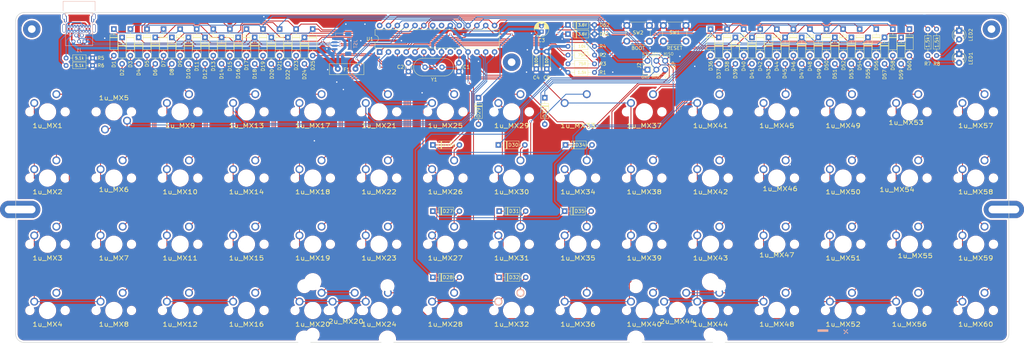
<source format=kicad_pcb>
(kicad_pcb (version 20171130) (host pcbnew "(5.1.10-1-10_14)")
  (title_block (title "Juliet PCB") (date 2021-01-23) (rev 1))
  (layers (0 F.Cu signal) (31 B.Cu signal) (34 B.Paste user) (35 F.Paste user) (36 B.SilkS user) (37 F.SilkS user) (38 B.Mask user) (39 F.Mask user) (44 Edge.Cuts user))
  (net 0 "")
  (net 1 +5V)
  (net 2 GND)
  (net 3 /ROW0)
  (net 4 /ROW1)
  (net 5 /ROW2)
  (net 6 /ROW3)
  (net 7 /ROW4)
  (net 8 /ROW5)
  (net 9 /RESET)
  (net 10 "Net-(LED1-Pad2)")
  (net 11 /USB_D+)
  (net 12 /USB_D-)
  (net 13 /COL3)
  (net 14 /COL0)
  (net 15 /COL1)
  (net 16 /COL2)
  (net 17 /COL4)
  (net 18 /COL5)
  (net 19 /COL6)
  (net 20 /COL7)
  (net 21 "Net-(F1-Pad1)")
  (net 22 "Net-(LED2-Pad2)")
  (net 23 /LED1)
  (net 24 /LED2)
  (net 25 "Net-(J1-PadCC2)")
  (net 26 "Net-(J1-PadCC1)")
  (net 27 "Net-(1u_MX2-Pad1)")
  (net 28 "Net-(1u_MX6-Pad1)")
  (net 29 "Net-(1u_MX7-Pad1)")
  (net 30 "Net-(1u_MX8-Pad1)")
  (net 31 "Net-(1u_MX9-Pad1)")
  (net 32 "Net-(1u_MX10-Pad1)")
  (net 33 "Net-(1u_MX11-Pad1)")
  (net 34 "Net-(1u_MX13-Pad1)")
  (net 35 "Net-(1u_MX14-Pad1)")
  (net 36 "Net-(1u_MX15-Pad1)")
  (net 37 "Net-(1u_MX16-Pad1)")
  (net 38 "Net-(1u_MX17-Pad1)")
  (net 39 "Net-(1u_MX19-Pad1)")
  (net 40 "Net-(1u_MX20-Pad1)")
  (net 41 "Net-(1u_MX21-Pad1)")
  (net 42 "Net-(1u_MX22-Pad1)")
  (net 43 "Net-(1u_MX23-Pad1)")
  (net 44 "Net-(1u_MX24-Pad1)")
  (net 45 "Net-(1u_MX25-Pad1)")
  (net 46 "Net-(1u_MX26-Pad1)")
  (net 47 "Net-(1u_MX27-Pad1)")
  (net 48 "Net-(1u_MX28-Pad1)")
  (net 49 "Net-(1u_MX29-Pad1)")
  (net 50 "Net-(1u_MX31-Pad1)")
  (net 51 "Net-(1u_MX32-Pad1)")
  (net 52 "Net-(1u_MX33-Pad1)")
  (net 53 "Net-(1u_MX34-Pad1)")
  (net 54 "Net-(1u_MX35-Pad1)")
  (net 55 "Net-(1u_MX36-Pad1)")
  (net 56 "Net-(1u_MX37-Pad1)")
  (net 57 "Net-(1u_MX38-Pad1)")
  (net 58 "Net-(1u_MX39-Pad1)")
  (net 59 "Net-(1u_MX40-Pad1)")
  (net 60 "Net-(1u_MX41-Pad1)")
  (net 61 "Net-(1u_MX45-Pad1)")
  (net 62 "Net-(1u_MX49-Pad1)")
  (net 63 "Net-(1u_MX51-Pad1)")
  (net 64 /ROW6)
  (net 65 "Net-(D61-Pad1)")
  (net 66 "Net-(D62-Pad1)")
  (net 67 "Net-(1u_MX30-Pad1)")
  (net 68 "Net-(1u_MX1-Pad1)")
  (net 69 "Net-(1u_MX3-Pad1)")
  (net 70 "Net-(1u_MX4-Pad1)")
  (net 71 "Net-(1u_MX5-Pad1)")
  (net 72 "Net-(1u_MX12-Pad1)")
  (net 73 "Net-(1u_MX18-Pad1)")
  (net 74 "Net-(1u_MX42-Pad1)")
  (net 75 "Net-(1u_MX43-Pad1)")
  (net 76 "Net-(1u_MX44-Pad1)")
  (net 77 "Net-(1u_MX46-Pad1)")
  (net 78 "Net-(1u_MX47-Pad1)")
  (net 79 "Net-(1u_MX48-Pad1)")
  (net 80 "Net-(1u_MX50-Pad1)")
  (net 81 "Net-(1u_MX52-Pad1)")
  (net 82 "Net-(1u_MX53-Pad1)")
  (net 83 "Net-(1u_MX54-Pad1)")
  (net 84 "Net-(1u_MX55-Pad1)")
  (net 85 "Net-(1u_MX56-Pad1)")
  (net 86 "Net-(1u_MX57-Pad1)")
  (net 87 "Net-(1u_MX58-Pad1)")
  (net 88 "Net-(1u_MX59-Pad1)")
  (net 89 "Net-(1u_MX60-Pad1)")
  (net 90 /ROW7)
  (net 91 "Net-(C1-Pad1)")
  (net 92 "Net-(C2-Pad1)")
  (module Symbol:OSHW-Logo2_9.8x8mm_Copper (layer B.Cu) (at 200.263125 91.91625 180)
    (fp_text reference REF** hide)
    (fp_text value OSHW-Logo2_9.8x8mm_Copper hide)
  )
  (module juliet:Flags (layer B.Cu) (at 241.935 146.685 180)
    (fp_text reference REF** hide)
    (fp_text value flags)
  )
  (module juliet:MX (layer F.Cu) (at 133.35 121.44375)
    (fp_text reference 1u_MX27 (at 0 4) (layer F.SilkS) (effects (font (size 1.27 1.524) (thickness 0.2032))))
    (fp_text value 7)
    (pad "" np_thru_hole circle (at 5.08 0) (size 1.7018 1.7018) (drill 1.7018) (layers *.Cu *.Mask))
    (pad "" np_thru_hole circle (at -5.08 0) (size 1.7018 1.7018) (drill 1.7018) (layers *.Cu *.Mask))
    (pad "" np_thru_hole circle (at 0 0) (size 3.9878 3.9878) (drill 3.9878) (layers *.Cu *.Mask))
    (pad 2 thru_hole circle (at -3.81 -2.54) (size 2.286 2.286) (drill 1.4986) (layers *.Cu *.Mask) (net 13 /COL3))
    (pad 1 thru_hole circle (at 2.54 -5.08) (size 2.286 2.286) (drill 1.4986) (layers *.Cu *.Mask) (net 47 "Net-(1u_MX27-Pad1)"))
  )
  (module juliet:MX (layer F.Cu) (at 133.35 83.34375)
    (fp_text reference 1u_MX25 (at 0 4) (layer F.SilkS) (effects (font (size 1.27 1.524) (thickness 0.2032))))
    (fp_text value 1)
    (pad "" np_thru_hole circle (at 5.08 0) (size 1.7018 1.7018) (drill 1.7018) (layers *.Cu *.Mask))
    (pad "" np_thru_hole circle (at -5.08 0) (size 1.7018 1.7018) (drill 1.7018) (layers *.Cu *.Mask))
    (pad "" np_thru_hole circle (at 0 0) (size 3.9878 3.9878) (drill 3.9878) (layers *.Cu *.Mask))
    (pad 2 thru_hole circle (at -3.81 -2.54) (size 2.286 2.286) (drill 1.4986) (layers *.Cu *.Mask) (net 13 /COL3))
    (pad 1 thru_hole circle (at 2.54 -5.08) (size 2.286 2.286) (drill 1.4986) (layers *.Cu *.Mask) (net 45 "Net-(1u_MX25-Pad1)"))
  )
  (module juliet:MX_PCB_700H (layer F.Cu) (at 152.4 140.49375)
    (fp_text reference 7u_MX32 hide)
    (fp_text value Space hide)
    (pad "" np_thru_hole circle (at -57.15 -8.255 180) (size 3.9878 3.9878) (drill 3.9878) (layers *.Cu *.Mask))
    (pad "" np_thru_hole circle (at 57.15 -8.255 180) (size 3.9878 3.9878) (drill 3.9878) (layers *.Cu *.Mask))
    (pad "" np_thru_hole circle (at -57.15 6.985 180) (size 3.048 3.048) (drill 3.048) (layers *.Cu *.Mask))
    (pad "" np_thru_hole circle (at 57.15 6.985 180) (size 3.048 3.048) (drill 3.048) (layers *.Cu *.Mask))
    (pad "" np_thru_hole circle (at -5.08 0 180) (size 1.8 1.8) (drill 1.8) (layers *.Cu *.Mask))
    (pad "" np_thru_hole circle (at 5.08 0 180) (size 1.8 1.8) (drill 1.8) (layers *.Cu *.Mask))
    (pad "" np_thru_hole circle (at 0 0 180) (size 3.9878 3.9878) (drill 3.9878) (layers *.Cu *.Mask))
    (pad 2 thru_hole circle (at -3.81 -2.54) (size 2.286 2.286) (drill 1.4986) (layers *.Cu *.SilkS *.Mask) (net 13 /COL3))
    (pad 1 thru_hole circle (at 2.54 -5.08) (size 2.286 2.286) (drill 1.4986) (layers *.Cu *.SilkS *.Mask) (net 51 "Net-(1u_MX32-Pad1)"))
  )
  (module juliet:MX (layer F.Cu) (at 57.15 102.39375)
    (fp_text reference 1u_MX10 (at 0 4) (layer F.SilkS) (effects (font (size 1.27 1.524) (thickness 0.2032))))
    (fp_text value S)
    (pad "" np_thru_hole circle (at 5.08 0) (size 1.7018 1.7018) (drill 1.7018) (layers *.Cu *.Mask))
    (pad "" np_thru_hole circle (at -5.08 0) (size 1.7018 1.7018) (drill 1.7018) (layers *.Cu *.Mask))
    (pad "" np_thru_hole circle (at 0 0) (size 3.9878 3.9878) (drill 3.9878) (layers *.Cu *.Mask))
    (pad 2 thru_hole circle (at -3.81 -2.54) (size 2.286 2.286) (drill 1.4986) (layers *.Cu *.Mask) (net 15 /COL1))
    (pad 1 thru_hole circle (at 2.54 -5.08) (size 2.286 2.286) (drill 1.4986) (layers *.Cu *.Mask) (net 32 "Net-(1u_MX10-Pad1)"))
  )
  (module juliet:MX (layer F.Cu) (at 228.6 121.44375)
    (fp_text reference 1u_MX47 (at 0 3.095625) (layer F.SilkS) (effects (font (size 1.27 1.524) (thickness 0.2032))))
    (fp_text value ,)
    (pad "" np_thru_hole circle (at 5.08 0) (size 1.7018 1.7018) (drill 1.7018) (layers *.Cu *.Mask))
    (pad "" np_thru_hole circle (at -5.08 0) (size 1.7018 1.7018) (drill 1.7018) (layers *.Cu *.Mask))
    (pad "" np_thru_hole circle (at 0 0) (size 3.9878 3.9878) (drill 3.9878) (layers *.Cu *.Mask))
    (pad 2 thru_hole circle (at -3.81 -2.54) (size 2.286 2.286) (drill 1.4986) (layers *.Cu *.Mask) (net 18 /COL5))
    (pad 1 thru_hole circle (at 2.54 -5.08) (size 2.286 2.286) (drill 1.4986) (layers *.Cu *.Mask) (net 78 "Net-(1u_MX47-Pad1)"))
  )
  (module juliet:MX (layer F.Cu) (at 228.6 102.39375)
    (fp_text reference 1u_MX46 (at 0.9525 3.095625) (layer F.SilkS) (effects (font (size 1.27 1.524) (thickness 0.2032))))
    (fp_text value K)
    (pad "" np_thru_hole circle (at 5.08 0) (size 1.7018 1.7018) (drill 1.7018) (layers *.Cu *.Mask))
    (pad "" np_thru_hole circle (at -5.08 0) (size 1.7018 1.7018) (drill 1.7018) (layers *.Cu *.Mask))
    (pad "" np_thru_hole circle (at 0 0) (size 3.9878 3.9878) (drill 3.9878) (layers *.Cu *.Mask))
    (pad 2 thru_hole circle (at -3.81 -2.54) (size 2.286 2.286) (drill 1.4986) (layers *.Cu *.Mask) (net 18 /COL5))
    (pad 1 thru_hole circle (at 2.54 -5.08) (size 2.286 2.286) (drill 1.4986) (layers *.Cu *.Mask) (net 77 "Net-(1u_MX46-Pad1)"))
  )
  (module Diode_THT:D_DO-35_SOD27_P7.62mm_Horizontal (layer F.Cu) (at 235.74375 61.9125 270)
    (fp_text reference D47 (at 10.4775 0 90) (layer F.SilkS))
    (fp_text value 1N4148)
    (pad 2 thru_hole oval (at 7.62 0 270) (size 1.6 1.6) (drill 0.8) (layers *.Cu *.Mask) (net 78 "Net-(1u_MX47-Pad1)"))
    (pad 1 thru_hole rect (at 0 0 270) (size 1.6 1.6) (drill 0.8) (layers *.Cu *.Mask) (net 64 /ROW6))
  )
  (module juliet:USB_Hybrid_THT (layer B.Cu) (at 25.136968 60.295127)
    (fp_text reference J1 (at 2.975 5.334) (layer B.SilkS) (effects (justify mirror)))
    (fp_text value USB)
    (pad GND thru_hole oval (at 0 0) (size 0.7 1) (drill 0.4 (offset 0 -0.15)) (layers *.Cu *.Mask) (net 2 GND))
    (pad V+ thru_hole oval (at 0.85 0) (size 0.7 1) (drill 0.4 (offset 0 -0.15)) (layers *.Cu *.Mask) (net 21 "Net-(F1-Pad1)"))
    (pad CC1 thru_hole oval (at 1.7 0) (size 0.7 1) (drill 0.4 (offset 0 -0.15)) (layers *.Cu *.Mask) (net 26 "Net-(J1-PadCC1)"))
    (pad D+ thru_hole oval (at 2.55 0) (size 0.7 1) (drill 0.4 (offset 0 -0.15)) (layers *.Cu *.Mask) (net 65 "Net-(D61-Pad1)"))
    (pad D- thru_hole oval (at 3.4 0) (size 0.7 1) (drill 0.4 (offset 0 -0.15)) (layers *.Cu *.Mask) (net 66 "Net-(D62-Pad1)"))
    (pad "" thru_hole oval (at 4.25 0) (size 0.7 1) (drill 0.4 (offset 0 -0.15)) (layers *.Cu *.Mask))
    (pad V+ thru_hole oval (at 5.1 0) (size 0.7 1) (drill 0.4 (offset 0 -0.15)) (layers *.Cu *.Mask) (net 21 "Net-(F1-Pad1)"))
    (pad GND thru_hole oval (at 5.95 0) (size 0.7 1) (drill 0.4 (offset 0 -0.15)) (layers *.Cu *.Mask) (net 2 GND))
    (pad V+ thru_hole oval (at 0.85 -1.35) (size 0.7 1) (drill 0.4 (offset 0 -0.15)) (layers *.Cu *.Mask) (net 21 "Net-(F1-Pad1)"))
    (pad D- thru_hole oval (at 2.55 -1.35) (size 0.7 1) (drill 0.4 (offset 0 -0.15)) (layers *.Cu *.Mask) (net 66 "Net-(D62-Pad1)"))
    (pad "" thru_hole oval (at 1.7 -1.35) (size 0.7 1) (drill 0.4 (offset 0 -0.15)) (layers *.Cu *.Mask))
    (pad GND thru_hole oval (at 0 -1.35) (size 0.7 1) (drill 0.4 (offset 0 -0.15)) (layers *.Cu *.Mask) (net 2 GND))
    (pad CC2 thru_hole oval (at 4.25 -1.35) (size 0.7 1) (drill 0.4 (offset 0 -0.15)) (layers *.Cu *.Mask) (net 25 "Net-(J1-PadCC2)"))
    (pad V+ thru_hole oval (at 5.1 -1.35) (size 0.7 1) (drill 0.4 (offset 0 -0.15)) (layers *.Cu *.Mask) (net 21 "Net-(F1-Pad1)"))
    (pad GND thru_hole oval (at 5.95 -1.35) (size 0.7 1) (drill 0.4 (offset 0 -0.15)) (layers *.Cu *.Mask) (net 2 GND))
    (pad D+ thru_hole oval (at 3.4 -1.35) (size 0.7 1) (drill 0.4 (offset 0 -0.15)) (layers *.Cu *.Mask) (net 65 "Net-(D61-Pad1)"))
    (pad "" thru_hole oval (at -1.35 -0.98) (size 0.9 2.4) (drill oval 0.6 2.1) (layers *.Cu *.Mask))
    (pad "" thru_hole oval (at 7.3 -0.98) (size 0.9 2.4) (drill oval 0.6 2.1) (layers *.Cu *.Mask))
    (pad "" thru_hole oval (at -1.35 -4.36) (size 0.9 1.7) (drill oval 0.6 1.4) (layers *.Cu *.Mask))
    (pad "" thru_hole oval (at 7.3 -4.36) (size 0.9 1.7) (drill oval 0.6 1.4) (layers *.Cu *.Mask))
    (pad D- thru_hole circle (at 2.172 1.044 180) (size 1.1 1.1) (drill 0.7) (layers *.Cu *.Mask) (net 66 "Net-(D62-Pad1)"))
    (pad V+ thru_hole circle (at 1.372 2.794 180) (size 1.1 1.1) (drill 0.7) (layers *.Cu *.Mask) (net 21 "Net-(F1-Pad1)"))
    (pad D+ thru_hole circle (at 2.972 2.794 180) (size 1.1 1.1) (drill 0.7) (layers *.Cu *.Mask) (net 65 "Net-(D61-Pad1)"))
    (pad "" thru_hole circle (at 3.772 1.044 180) (size 1.1 1.1) (drill 0.7) (layers *.Cu *.Mask))
    (pad GND thru_hole rect (at 4.572 2.794 180) (size 1.1 1.1) (drill 0.7) (layers *.Cu *.Mask) (net 2 GND))
    (pad "" thru_hole oval (at -0.928 -3.656 180) (size 0.85 2) (drill oval 0.35 1.5) (layers *.Cu *.Mask))
    (pad "" thru_hole oval (at 6.872 -3.656 180) (size 0.85 2) (drill oval 0.35 1.5) (layers *.Cu *.Mask))
  )
  (module Diode_THT:D_DO-35_SOD27_P7.62mm_Horizontal (layer F.Cu) (at 211.93125 61.9125 270)
    (fp_text reference D37 (at 10.4775 0 90) (layer F.SilkS))
    (fp_text value 1N4148)
    (pad 2 thru_hole oval (at 7.62 0 270) (size 1.6 1.6) (drill 0.8) (layers *.Cu *.Mask) (net 56 "Net-(1u_MX37-Pad1)"))
    (pad 1 thru_hole rect (at 0 0 270) (size 1.6 1.6) (drill 0.8) (layers *.Cu *.Mask) (net 7 /ROW4))
  )
  (module Diode_THT:D_DO-35_SOD27_P7.62mm_Horizontal (layer F.Cu) (at 247.65 59.53125 270)
    (fp_text reference D52 (at 10.46875 -0.1125 90) (layer F.SilkS))
    (fp_text value 1N4148)
    (pad 2 thru_hole oval (at 7.62 0 270) (size 1.6 1.6) (drill 0.8) (layers *.Cu *.Mask) (net 81 "Net-(1u_MX52-Pad1)"))
    (pad 1 thru_hole rect (at 0 0 270) (size 1.6 1.6) (drill 0.8) (layers *.Cu *.Mask) (net 6 /ROW3))
  )
  (module juliet:MountingSlot_M2 (layer F.Cu) (at 293.84625 111.4425)
    (fp_text reference H9 hide)
    (fp_text value M2)
    (pad "" np_thru_hole oval (at 0 0) (size 11.6 5) (drill oval 8.8 2.2) (layers *.Cu *.Mask))
  )
  (module juliet:MountingSlot_M2 (layer F.Cu) (at 11.191875 111.4425)
    (fp_text reference H2 hide)
    (fp_text value M2)
    (pad "" np_thru_hole oval (at 0 0) (size 11.6 5) (drill oval 8.8 2.2) (layers *.Cu *.Mask))
  )
  (module juliet:MountingHole_M2 (layer F.Cu) (at 290.274375 59.53125)
    (fp_text reference H7 hide)
    (fp_text value M2)
    (pad "" np_thru_hole circle (at 0 0) (size 5 5) (drill 2.2) (layers *.Cu *.Mask))
  )
  (module juliet:MountingHole_M2 (layer F.Cu) (at 152.4 69.05625)
    (fp_text reference H4 hide)
    (fp_text value M2)
    (pad "" np_thru_hole circle (at 0 0) (size 5 5) (drill 2.2) (layers *.Cu *.Mask))
  )
  (module juliet:MountingHole_M2 (layer F.Cu) (at 14.525625 59.53125)
    (fp_text reference H1 hide)
    (fp_text value M2)
    (pad "" np_thru_hole circle (at 0 0) (size 5 5) (drill 2.2) (layers *.Cu *.Mask))
  )
  (module Diode_THT:D_DO-35_SOD27_P7.62mm_Horizontal (layer F.Cu) (at 226.21875 61.9125 270)
    (fp_text reference D43 (at 10.4775 0 90) (layer F.SilkS))
    (fp_text value 1N4148)
    (pad 1 thru_hole rect (at 0 0 270) (size 1.6 1.6) (drill 0.8) (layers *.Cu *.Mask) (net 5 /ROW2))
    (pad 2 thru_hole oval (at 7.62 0 270) (size 1.6 1.6) (drill 0.8) (layers *.Cu *.Mask) (net 75 "Net-(1u_MX43-Pad1)"))
  )
  (module Diode_THT:D_DO-35_SOD27_P7.62mm_Horizontal (layer F.Cu) (at 64.29375 61.9125 270)
    (fp_text reference D12 (at 10.5875 0 90) (layer F.SilkS))
    (fp_text value 1N4148)
    (pad 2 thru_hole oval (at 7.62 0 270) (size 1.6 1.6) (drill 0.8) (layers *.Cu *.Mask) (net 72 "Net-(1u_MX12-Pad1)"))
    (pad 1 thru_hole rect (at 0 0 270) (size 1.6 1.6) (drill 0.8) (layers *.Cu *.Mask) (net 6 /ROW3))
  )
  (module juliet:MX (layer F.Cu) (at 57.15 83.34375)
    (fp_text reference 1u_MX9 (at 0 4) (layer F.SilkS) (effects (font (size 1.27 1.524) (thickness 0.2032))))
    (fp_text value W)
    (pad "" np_thru_hole circle (at 5.08 0) (size 1.7018 1.7018) (drill 1.7018) (layers *.Cu *.Mask))
    (pad "" np_thru_hole circle (at -5.08 0) (size 1.7018 1.7018) (drill 1.7018) (layers *.Cu *.Mask))
    (pad "" np_thru_hole circle (at 0 0) (size 3.9878 3.9878) (drill 3.9878) (layers *.Cu *.Mask))
    (pad 2 thru_hole circle (at -3.81 -2.54) (size 2.286 2.286) (drill 1.4986) (layers *.Cu *.Mask) (net 15 /COL1))
    (pad 1 thru_hole circle (at 2.54 -5.08) (size 2.286 2.286) (drill 1.4986) (layers *.Cu *.Mask) (net 31 "Net-(1u_MX9-Pad1)"))
  )
  (module juliet:MX (layer F.Cu) (at 285.75 83.34375)
    (fp_text reference 1u_MX57 (at 0 4) (layer F.SilkS) (effects (font (size 1.27 1.524) (thickness 0.2032))))
    (fp_text value Back)
    (pad "" np_thru_hole circle (at 5.08 0) (size 1.7018 1.7018) (drill 1.7018) (layers *.Cu *.Mask))
    (pad "" np_thru_hole circle (at -5.08 0) (size 1.7018 1.7018) (drill 1.7018) (layers *.Cu *.Mask))
    (pad "" np_thru_hole circle (at 0 0) (size 3.9878 3.9878) (drill 3.9878) (layers *.Cu *.Mask))
    (pad 2 thru_hole circle (at -3.81 -2.54) (size 2.286 2.286) (drill 1.4986) (layers *.Cu *.Mask) (net 20 /COL7))
    (pad 1 thru_hole circle (at 2.54 -5.08) (size 2.286 2.286) (drill 1.4986) (layers *.Cu *.Mask) (net 86 "Net-(1u_MX57-Pad1)"))
  )
  (module juliet:MX (layer F.Cu) (at 266.7 121.44375)
    (fp_text reference 1u_MX55 (at 1.666875 3.33375) (layer F.SilkS) (effects (font (size 1.27 1.524) (thickness 0.2032))))
    (fp_text value /)
    (pad "" np_thru_hole circle (at 5.08 0) (size 1.7018 1.7018) (drill 1.7018) (layers *.Cu *.Mask))
    (pad "" np_thru_hole circle (at -5.08 0) (size 1.7018 1.7018) (drill 1.7018) (layers *.Cu *.Mask))
    (pad "" np_thru_hole circle (at 0 0) (size 3.9878 3.9878) (drill 3.9878) (layers *.Cu *.Mask))
    (pad 2 thru_hole circle (at -3.81 -2.54) (size 2.286 2.286) (drill 1.4986) (layers *.Cu *.Mask) (net 19 /COL6))
    (pad 1 thru_hole circle (at 2.54 -5.08) (size 2.286 2.286) (drill 1.4986) (layers *.Cu *.Mask) (net 84 "Net-(1u_MX55-Pad1)"))
  )
  (module juliet:MX (layer F.Cu) (at 266.7 102.39375)
    (fp_text reference 1u_MX54 (at -3.571875 3.33375) (layer F.SilkS) (effects (font (size 1.27 1.524) (thickness 0.2032))))
    (fp_text value ;)
    (pad "" np_thru_hole circle (at 5.08 0) (size 1.7018 1.7018) (drill 1.7018) (layers *.Cu *.Mask))
    (pad "" np_thru_hole circle (at -5.08 0) (size 1.7018 1.7018) (drill 1.7018) (layers *.Cu *.Mask))
    (pad "" np_thru_hole circle (at 0 0) (size 3.9878 3.9878) (drill 3.9878) (layers *.Cu *.Mask))
    (pad 2 thru_hole circle (at -3.81 -2.54) (size 2.286 2.286) (drill 1.4986) (layers *.Cu *.Mask) (net 19 /COL6))
    (pad 1 thru_hole circle (at 2.54 -5.08) (size 2.286 2.286) (drill 1.4986) (layers *.Cu *.Mask) (net 83 "Net-(1u_MX54-Pad1)"))
  )
  (module juliet:MX (layer F.Cu) (at 266.7 83.34375)
    (fp_text reference 1u_MX53 (at -0.9525 3.095625) (layer F.SilkS) (effects (font (size 1.27 1.524) (thickness 0.2032))))
    (fp_text value P)
    (pad "" np_thru_hole circle (at 5.08 0) (size 1.7018 1.7018) (drill 1.7018) (layers *.Cu *.Mask))
    (pad "" np_thru_hole circle (at -5.08 0) (size 1.7018 1.7018) (drill 1.7018) (layers *.Cu *.Mask))
    (pad "" np_thru_hole circle (at 0 0) (size 3.9878 3.9878) (drill 3.9878) (layers *.Cu *.Mask))
    (pad 2 thru_hole circle (at -3.81 -2.54) (size 2.286 2.286) (drill 1.4986) (layers *.Cu *.Mask) (net 19 /COL6))
    (pad 1 thru_hole circle (at 2.54 -5.08) (size 2.286 2.286) (drill 1.4986) (layers *.Cu *.Mask) (net 82 "Net-(1u_MX53-Pad1)"))
  )
  (module juliet:MX (layer F.Cu) (at 247.65 140.49375)
    (fp_text reference 1u_MX52 (at 0 4) (layer F.SilkS) (effects (font (size 1.27 1.524) (thickness 0.2032))))
    (fp_text value Down)
    (pad "" np_thru_hole circle (at 5.08 0) (size 1.7018 1.7018) (drill 1.7018) (layers *.Cu *.Mask))
    (pad "" np_thru_hole circle (at -5.08 0) (size 1.7018 1.7018) (drill 1.7018) (layers *.Cu *.Mask))
    (pad "" np_thru_hole circle (at 0 0) (size 3.9878 3.9878) (drill 3.9878) (layers *.Cu *.Mask))
    (pad 2 thru_hole circle (at -3.81 -2.54) (size 2.286 2.286) (drill 1.4986) (layers *.Cu *.Mask) (net 19 /COL6))
    (pad 1 thru_hole circle (at 2.54 -5.08) (size 2.286 2.286) (drill 1.4986) (layers *.Cu *.Mask) (net 81 "Net-(1u_MX52-Pad1)"))
  )
  (module juliet:MX (layer F.Cu) (at 247.65 121.44375)
    (fp_text reference 1u_MX51 (at 0 4) (layer F.SilkS) (effects (font (size 1.27 1.524) (thickness 0.2032))))
    (fp_text value .)
    (pad "" np_thru_hole circle (at 5.08 0) (size 1.7018 1.7018) (drill 1.7018) (layers *.Cu *.Mask))
    (pad "" np_thru_hole circle (at -5.08 0) (size 1.7018 1.7018) (drill 1.7018) (layers *.Cu *.Mask))
    (pad "" np_thru_hole circle (at 0 0) (size 3.9878 3.9878) (drill 3.9878) (layers *.Cu *.Mask))
    (pad 2 thru_hole circle (at -3.81 -2.54) (size 2.286 2.286) (drill 1.4986) (layers *.Cu *.Mask) (net 19 /COL6))
    (pad 1 thru_hole circle (at 2.54 -5.08) (size 2.286 2.286) (drill 1.4986) (layers *.Cu *.Mask) (net 63 "Net-(1u_MX51-Pad1)"))
  )
  (module juliet:MX (layer F.Cu) (at 247.65 102.39375)
    (fp_text reference 1u_MX50 (at 0 4) (layer F.SilkS) (effects (font (size 1.27 1.524) (thickness 0.2032))))
    (fp_text value L)
    (pad "" np_thru_hole circle (at 5.08 0) (size 1.7018 1.7018) (drill 1.7018) (layers *.Cu *.Mask))
    (pad "" np_thru_hole circle (at -5.08 0) (size 1.7018 1.7018) (drill 1.7018) (layers *.Cu *.Mask))
    (pad "" np_thru_hole circle (at 0 0) (size 3.9878 3.9878) (drill 3.9878) (layers *.Cu *.Mask))
    (pad 2 thru_hole circle (at -3.81 -2.54) (size 2.286 2.286) (drill 1.4986) (layers *.Cu *.Mask) (net 19 /COL6))
    (pad 1 thru_hole circle (at 2.54 -5.08) (size 2.286 2.286) (drill 1.4986) (layers *.Cu *.Mask) (net 80 "Net-(1u_MX50-Pad1)"))
  )
  (module juliet:MX (layer F.Cu) (at 247.65 83.34375)
    (fp_text reference 1u_MX49 (at 0 4) (layer F.SilkS) (effects (font (size 1.27 1.524) (thickness 0.2032))))
    (fp_text value O)
    (pad "" np_thru_hole circle (at 5.08 0) (size 1.7018 1.7018) (drill 1.7018) (layers *.Cu *.Mask))
    (pad "" np_thru_hole circle (at -5.08 0) (size 1.7018 1.7018) (drill 1.7018) (layers *.Cu *.Mask))
    (pad "" np_thru_hole circle (at 0 0) (size 3.9878 3.9878) (drill 3.9878) (layers *.Cu *.Mask))
    (pad 2 thru_hole circle (at -3.81 -2.54) (size 2.286 2.286) (drill 1.4986) (layers *.Cu *.Mask) (net 19 /COL6))
    (pad 1 thru_hole circle (at 2.54 -5.08) (size 2.286 2.286) (drill 1.4986) (layers *.Cu *.Mask) (net 62 "Net-(1u_MX49-Pad1)"))
  )
  (module juliet:MX (layer F.Cu) (at 228.6 83.34375)
    (fp_text reference 1u_MX45 (at 0 4) (layer F.SilkS) (effects (font (size 1.27 1.524) (thickness 0.2032))))
    (fp_text value I)
    (pad "" np_thru_hole circle (at 5.08 0) (size 1.7018 1.7018) (drill 1.7018) (layers *.Cu *.Mask))
    (pad "" np_thru_hole circle (at -5.08 0) (size 1.7018 1.7018) (drill 1.7018) (layers *.Cu *.Mask))
    (pad "" np_thru_hole circle (at 0 0) (size 3.9878 3.9878) (drill 3.9878) (layers *.Cu *.Mask))
    (pad 2 thru_hole circle (at -3.81 -2.54) (size 2.286 2.286) (drill 1.4986) (layers *.Cu *.Mask) (net 18 /COL5))
    (pad 1 thru_hole circle (at 2.54 -5.08) (size 2.286 2.286) (drill 1.4986) (layers *.Cu *.Mask) (net 61 "Net-(1u_MX45-Pad1)"))
  )
  (module juliet:MX (layer F.Cu) (at 209.55 140.49375)
    (fp_text reference 1u_MX44 (at 0 4) (layer F.SilkS) (effects (font (size 1.27 1.524) (thickness 0.2032))))
    (fp_text value Raise)
    (pad "" np_thru_hole circle (at 5.08 0) (size 1.7018 1.7018) (drill 1.7018) (layers *.Cu *.Mask))
    (pad "" np_thru_hole circle (at -5.08 0) (size 1.7018 1.7018) (drill 1.7018) (layers *.Cu *.Mask))
    (pad "" np_thru_hole circle (at 0 0) (size 3.9878 3.9878) (drill 3.9878) (layers *.Cu *.Mask))
    (pad 2 thru_hole circle (at -3.81 -2.54) (size 2.286 2.286) (drill 1.4986) (layers *.Cu *.Mask) (net 18 /COL5))
    (pad 1 thru_hole circle (at 2.54 -5.08) (size 2.286 2.286) (drill 1.4986) (layers *.Cu *.Mask) (net 76 "Net-(1u_MX44-Pad1)"))
  )
  (module juliet:MX (layer F.Cu) (at 209.55 121.44375)
    (fp_text reference 1u_MX43 (at 0 4) (layer F.SilkS) (effects (font (size 1.27 1.524) (thickness 0.2032))))
    (fp_text value M)
    (pad "" np_thru_hole circle (at 5.08 0) (size 1.7018 1.7018) (drill 1.7018) (layers *.Cu *.Mask))
    (pad "" np_thru_hole circle (at -5.08 0) (size 1.7018 1.7018) (drill 1.7018) (layers *.Cu *.Mask))
    (pad "" np_thru_hole circle (at 0 0) (size 3.9878 3.9878) (drill 3.9878) (layers *.Cu *.Mask))
    (pad 2 thru_hole circle (at -3.81 -2.54) (size 2.286 2.286) (drill 1.4986) (layers *.Cu *.Mask) (net 18 /COL5))
    (pad 1 thru_hole circle (at 2.54 -5.08) (size 2.286 2.286) (drill 1.4986) (layers *.Cu *.Mask) (net 75 "Net-(1u_MX43-Pad1)"))
  )
  (module juliet:MX (layer F.Cu) (at 209.55 102.39375)
    (fp_text reference 1u_MX42 (at 0 4) (layer F.SilkS) (effects (font (size 1.27 1.524) (thickness 0.2032))))
    (fp_text value J)
    (pad "" np_thru_hole circle (at 5.08 0) (size 1.7018 1.7018) (drill 1.7018) (layers *.Cu *.Mask))
    (pad "" np_thru_hole circle (at -5.08 0) (size 1.7018 1.7018) (drill 1.7018) (layers *.Cu *.Mask))
    (pad "" np_thru_hole circle (at 0 0) (size 3.9878 3.9878) (drill 3.9878) (layers *.Cu *.Mask))
    (pad 2 thru_hole circle (at -3.81 -2.54) (size 2.286 2.286) (drill 1.4986) (layers *.Cu *.Mask) (net 18 /COL5))
    (pad 1 thru_hole circle (at 2.54 -5.08) (size 2.286 2.286) (drill 1.4986) (layers *.Cu *.Mask) (net 74 "Net-(1u_MX42-Pad1)"))
  )
  (module juliet:MX (layer F.Cu) (at 209.55 83.34375)
    (fp_text reference 1u_MX41 (at 0 4) (layer F.SilkS) (effects (font (size 1.27 1.524) (thickness 0.2032))))
    (fp_text value U)
    (pad "" np_thru_hole circle (at 5.08 0) (size 1.7018 1.7018) (drill 1.7018) (layers *.Cu *.Mask))
    (pad "" np_thru_hole circle (at -5.08 0) (size 1.7018 1.7018) (drill 1.7018) (layers *.Cu *.Mask))
    (pad "" np_thru_hole circle (at 0 0) (size 3.9878 3.9878) (drill 3.9878) (layers *.Cu *.Mask))
    (pad 2 thru_hole circle (at -3.81 -2.54) (size 2.286 2.286) (drill 1.4986) (layers *.Cu *.Mask) (net 18 /COL5))
    (pad 1 thru_hole circle (at 2.54 -5.08) (size 2.286 2.286) (drill 1.4986) (layers *.Cu *.Mask) (net 60 "Net-(1u_MX41-Pad1)"))
  )
  (module juliet:MX (layer F.Cu) (at 190.5 83.34375)
    (fp_text reference 1u_MX37 (at 0 4) (layer F.SilkS) (effects (font (size 1.27 1.524) (thickness 0.2032))))
    (fp_text value Y)
    (pad "" np_thru_hole circle (at 5.08 0) (size 1.7018 1.7018) (drill 1.7018) (layers *.Cu *.Mask))
    (pad "" np_thru_hole circle (at -5.08 0) (size 1.7018 1.7018) (drill 1.7018) (layers *.Cu *.Mask))
    (pad "" np_thru_hole circle (at 0 0) (size 3.9878 3.9878) (drill 3.9878) (layers *.Cu *.Mask))
    (pad 2 thru_hole circle (at -3.81 -2.54) (size 2.286 2.286) (drill 1.4986) (layers *.Cu *.Mask) (net 17 /COL4))
    (pad 1 thru_hole circle (at 2.54 -5.08) (size 2.286 2.286) (drill 1.4986) (layers *.Cu *.Mask) (net 56 "Net-(1u_MX37-Pad1)"))
  )
  (module juliet:MX (layer F.Cu) (at 171.45 140.49375)
    (fp_text reference 1u_MX36 (at 0 4) (layer F.SilkS) (effects (font (size 1.27 1.524) (thickness 0.2032))))
    (fp_text value .)
    (pad "" np_thru_hole circle (at 5.08 0) (size 1.7018 1.7018) (drill 1.7018) (layers *.Cu *.Mask))
    (pad "" np_thru_hole circle (at -5.08 0) (size 1.7018 1.7018) (drill 1.7018) (layers *.Cu *.Mask))
    (pad "" np_thru_hole circle (at 0 0) (size 3.9878 3.9878) (drill 3.9878) (layers *.Cu *.Mask))
    (pad 2 thru_hole circle (at -3.81 -2.54) (size 2.286 2.286) (drill 1.4986) (layers *.Cu *.Mask) (net 17 /COL4))
    (pad 1 thru_hole circle (at 2.54 -5.08) (size 2.286 2.286) (drill 1.4986) (layers *.Cu *.Mask) (net 55 "Net-(1u_MX36-Pad1)"))
  )
  (module juliet:MX (layer F.Cu) (at 171.45 121.44375)
    (fp_text reference 1u_MX35 (at 0 4) (layer F.SilkS) (effects (font (size 1.27 1.524) (thickness 0.2032))))
    (fp_text value 9)
    (pad "" np_thru_hole circle (at 5.08 0) (size 1.7018 1.7018) (drill 1.7018) (layers *.Cu *.Mask))
    (pad "" np_thru_hole circle (at -5.08 0) (size 1.7018 1.7018) (drill 1.7018) (layers *.Cu *.Mask))
    (pad "" np_thru_hole circle (at 0 0) (size 3.9878 3.9878) (drill 3.9878) (layers *.Cu *.Mask))
    (pad 2 thru_hole circle (at -3.81 -2.54) (size 2.286 2.286) (drill 1.4986) (layers *.Cu *.Mask) (net 17 /COL4))
    (pad 1 thru_hole circle (at 2.54 -5.08) (size 2.286 2.286) (drill 1.4986) (layers *.Cu *.Mask) (net 54 "Net-(1u_MX35-Pad1)"))
  )
  (module juliet:MX (layer F.Cu) (at 171.45 102.39375)
    (fp_text reference 1u_MX34 (at 0 4) (layer F.SilkS) (effects (font (size 1.27 1.524) (thickness 0.2032))))
    (fp_text value 6)
    (pad "" np_thru_hole circle (at 5.08 0) (size 1.7018 1.7018) (drill 1.7018) (layers *.Cu *.Mask))
    (pad "" np_thru_hole circle (at -5.08 0) (size 1.7018 1.7018) (drill 1.7018) (layers *.Cu *.Mask))
    (pad "" np_thru_hole circle (at 0 0) (size 3.9878 3.9878) (drill 3.9878) (layers *.Cu *.Mask))
    (pad 2 thru_hole circle (at -3.81 -2.54) (size 2.286 2.286) (drill 1.4986) (layers *.Cu *.Mask) (net 17 /COL4))
    (pad 1 thru_hole circle (at 2.54 -5.08) (size 2.286 2.286) (drill 1.4986) (layers *.Cu *.Mask) (net 53 "Net-(1u_MX34-Pad1)"))
  )
  (module juliet:MX (layer F.Cu) (at 171.45 83.34375)
    (fp_text reference 1u_MX33 (at 0 4) (layer F.SilkS) (effects (font (size 1.27 1.524) (thickness 0.2032))))
    (fp_text value 3)
    (pad "" np_thru_hole circle (at 5.08 0) (size 1.7018 1.7018) (drill 1.7018) (layers *.Cu *.Mask))
    (pad "" np_thru_hole circle (at -5.08 0) (size 1.7018 1.7018) (drill 1.7018) (layers *.Cu *.Mask))
    (pad "" np_thru_hole circle (at 0 0) (size 3.9878 3.9878) (drill 3.9878) (layers *.Cu *.Mask))
    (pad 2 thru_hole circle (at -3.81 -2.54) (size 2.286 2.286) (drill 1.4986) (layers *.Cu *.Mask) (net 17 /COL4))
    (pad 1 thru_hole circle (at 2.54 -5.08) (size 2.286 2.286) (drill 1.4986) (layers *.Cu *.Mask) (net 52 "Net-(1u_MX33-Pad1)"))
  )
  (module juliet:MX (layer F.Cu) (at 152.4 102.39375)
    (fp_text reference 1u_MX30 (at 0 4) (layer F.SilkS) (effects (font (size 1.27 1.524) (thickness 0.2032))))
    (fp_text value 5)
    (pad "" np_thru_hole circle (at 5.08 0) (size 1.7018 1.7018) (drill 1.7018) (layers *.Cu *.Mask))
    (pad "" np_thru_hole circle (at -5.08 0) (size 1.7018 1.7018) (drill 1.7018) (layers *.Cu *.Mask))
    (pad "" np_thru_hole circle (at 0 0) (size 3.9878 3.9878) (drill 3.9878) (layers *.Cu *.Mask))
    (pad 2 thru_hole circle (at -3.81 -2.54) (size 2.286 2.286) (drill 1.4986) (layers *.Cu *.Mask) (net 13 /COL3))
    (pad 1 thru_hole circle (at 2.54 -5.08) (size 2.286 2.286) (drill 1.4986) (layers *.Cu *.Mask) (net 67 "Net-(1u_MX30-Pad1)"))
  )
  (module juliet:MX (layer F.Cu) (at 152.4 83.34375)
    (fp_text reference 1u_MX29 (at 0 4) (layer F.SilkS) (effects (font (size 1.27 1.524) (thickness 0.2032))))
    (fp_text value 2)
    (pad "" np_thru_hole circle (at 5.08 0) (size 1.7018 1.7018) (drill 1.7018) (layers *.Cu *.Mask))
    (pad "" np_thru_hole circle (at -5.08 0) (size 1.7018 1.7018) (drill 1.7018) (layers *.Cu *.Mask))
    (pad "" np_thru_hole circle (at 0 0) (size 3.9878 3.9878) (drill 3.9878) (layers *.Cu *.Mask))
    (pad 2 thru_hole circle (at -3.81 -2.54) (size 2.286 2.286) (drill 1.4986) (layers *.Cu *.Mask) (net 13 /COL3))
    (pad 1 thru_hole circle (at 2.54 -5.08) (size 2.286 2.286) (drill 1.4986) (layers *.Cu *.Mask) (net 49 "Net-(1u_MX29-Pad1)"))
  )
  (module juliet:MX (layer F.Cu) (at 133.35 140.49375)
    (fp_text reference 1u_MX28 (at 0 4) (layer F.SilkS) (effects (font (size 1.27 1.524) (thickness 0.2032))))
    (fp_text value 0)
    (pad "" np_thru_hole circle (at 5.08 0) (size 1.7018 1.7018) (drill 1.7018) (layers *.Cu *.Mask))
    (pad "" np_thru_hole circle (at -5.08 0) (size 1.7018 1.7018) (drill 1.7018) (layers *.Cu *.Mask))
    (pad "" np_thru_hole circle (at 0 0) (size 3.9878 3.9878) (drill 3.9878) (layers *.Cu *.Mask))
    (pad 2 thru_hole circle (at -3.81 -2.54) (size 2.286 2.286) (drill 1.4986) (layers *.Cu *.Mask) (net 13 /COL3))
    (pad 1 thru_hole circle (at 2.54 -5.08) (size 2.286 2.286) (drill 1.4986) (layers *.Cu *.Mask) (net 48 "Net-(1u_MX28-Pad1)"))
  )
  (module juliet:MX (layer F.Cu) (at 133.35 102.39375)
    (fp_text reference 1u_MX26 (at 0 4) (layer F.SilkS) (effects (font (size 1.27 1.524) (thickness 0.2032))))
    (fp_text value 4)
    (pad "" np_thru_hole circle (at 5.08 0) (size 1.7018 1.7018) (drill 1.7018) (layers *.Cu *.Mask))
    (pad "" np_thru_hole circle (at -5.08 0) (size 1.7018 1.7018) (drill 1.7018) (layers *.Cu *.Mask))
    (pad "" np_thru_hole circle (at 0 0) (size 3.9878 3.9878) (drill 3.9878) (layers *.Cu *.Mask))
    (pad 2 thru_hole circle (at -3.81 -2.54) (size 2.286 2.286) (drill 1.4986) (layers *.Cu *.Mask) (net 13 /COL3))
    (pad 1 thru_hole circle (at 2.54 -5.08) (size 2.286 2.286) (drill 1.4986) (layers *.Cu *.Mask) (net 46 "Net-(1u_MX26-Pad1)"))
  )
  (module juliet:MX (layer F.Cu) (at 114.3 83.34375)
    (fp_text reference 1u_MX21 (at 0 4) (layer F.SilkS) (effects (font (size 1.27 1.524) (thickness 0.2032))))
    (fp_text value T)
    (pad "" np_thru_hole circle (at 5.08 0) (size 1.7018 1.7018) (drill 1.7018) (layers *.Cu *.Mask))
    (pad "" np_thru_hole circle (at -5.08 0) (size 1.7018 1.7018) (drill 1.7018) (layers *.Cu *.Mask))
    (pad "" np_thru_hole circle (at 0 0) (size 3.9878 3.9878) (drill 3.9878) (layers *.Cu *.Mask))
    (pad 2 thru_hole circle (at -3.81 -2.54) (size 2.286 2.286) (drill 1.4986) (layers *.Cu *.Mask) (net 16 /COL2))
    (pad 1 thru_hole circle (at 2.54 -5.08) (size 2.286 2.286) (drill 1.4986) (layers *.Cu *.Mask) (net 41 "Net-(1u_MX21-Pad1)"))
  )
  (module juliet:MX (layer F.Cu) (at 95.25 140.49375)
    (fp_text reference 1u_MX20 (at 0 4) (layer F.SilkS) (effects (font (size 1.27 1.524) (thickness 0.2032))))
    (fp_text value Lower)
    (pad "" np_thru_hole circle (at 5.08 0) (size 1.7018 1.7018) (drill 1.7018) (layers *.Cu *.Mask))
    (pad "" np_thru_hole circle (at -5.08 0) (size 1.7018 1.7018) (drill 1.7018) (layers *.Cu *.Mask))
    (pad "" np_thru_hole circle (at 0 0) (size 3.9878 3.9878) (drill 3.9878) (layers *.Cu *.Mask))
    (pad 2 thru_hole circle (at -3.81 -2.54) (size 2.286 2.286) (drill 1.4986) (layers *.Cu *.Mask) (net 16 /COL2))
    (pad 1 thru_hole circle (at 2.54 -5.08) (size 2.286 2.286) (drill 1.4986) (layers *.Cu *.Mask) (net 40 "Net-(1u_MX20-Pad1)"))
  )
  (module juliet:MX (layer F.Cu) (at 95.25 121.44375)
    (fp_text reference 1u_MX19 (at 0 4) (layer F.SilkS) (effects (font (size 1.27 1.524) (thickness 0.2032))))
    (fp_text value V)
    (pad "" np_thru_hole circle (at 5.08 0) (size 1.7018 1.7018) (drill 1.7018) (layers *.Cu *.Mask))
    (pad "" np_thru_hole circle (at -5.08 0) (size 1.7018 1.7018) (drill 1.7018) (layers *.Cu *.Mask))
    (pad "" np_thru_hole circle (at 0 0) (size 3.9878 3.9878) (drill 3.9878) (layers *.Cu *.Mask))
    (pad 2 thru_hole circle (at -3.81 -2.54) (size 2.286 2.286) (drill 1.4986) (layers *.Cu *.Mask) (net 16 /COL2))
    (pad 1 thru_hole circle (at 2.54 -5.08) (size 2.286 2.286) (drill 1.4986) (layers *.Cu *.Mask) (net 39 "Net-(1u_MX19-Pad1)"))
  )
  (module juliet:MX (layer F.Cu) (at 95.25 102.39375)
    (fp_text reference 1u_MX18 (at 0 4) (layer F.SilkS) (effects (font (size 1.27 1.524) (thickness 0.2032))))
    (fp_text value F)
    (pad "" np_thru_hole circle (at 5.08 0) (size 1.7018 1.7018) (drill 1.7018) (layers *.Cu *.Mask))
    (pad "" np_thru_hole circle (at -5.08 0) (size 1.7018 1.7018) (drill 1.7018) (layers *.Cu *.Mask))
    (pad "" np_thru_hole circle (at 0 0) (size 3.9878 3.9878) (drill 3.9878) (layers *.Cu *.Mask))
    (pad 2 thru_hole circle (at -3.81 -2.54) (size 2.286 2.286) (drill 1.4986) (layers *.Cu *.Mask) (net 16 /COL2))
    (pad 1 thru_hole circle (at 2.54 -5.08) (size 2.286 2.286) (drill 1.4986) (layers *.Cu *.Mask) (net 73 "Net-(1u_MX18-Pad1)"))
  )
  (module juliet:MX (layer F.Cu) (at 95.25 83.34375)
    (fp_text reference 1u_MX17 (at 0 4) (layer F.SilkS) (effects (font (size 1.27 1.524) (thickness 0.2032))))
    (fp_text value R)
    (pad "" np_thru_hole circle (at 5.08 0) (size 1.7018 1.7018) (drill 1.7018) (layers *.Cu *.Mask))
    (pad "" np_thru_hole circle (at -5.08 0) (size 1.7018 1.7018) (drill 1.7018) (layers *.Cu *.Mask))
    (pad "" np_thru_hole circle (at 0 0) (size 3.9878 3.9878) (drill 3.9878) (layers *.Cu *.Mask))
    (pad 2 thru_hole circle (at -3.81 -2.54) (size 2.286 2.286) (drill 1.4986) (layers *.Cu *.Mask) (net 16 /COL2))
    (pad 1 thru_hole circle (at 2.54 -5.08) (size 2.286 2.286) (drill 1.4986) (layers *.Cu *.Mask) (net 38 "Net-(1u_MX17-Pad1)"))
  )
  (module juliet:MX (layer F.Cu) (at 76.2 83.34375)
    (fp_text reference 1u_MX13 (at 0 4) (layer F.SilkS) (effects (font (size 1.27 1.524) (thickness 0.2032))))
    (fp_text value E)
    (pad "" np_thru_hole circle (at 5.08 0) (size 1.7018 1.7018) (drill 1.7018) (layers *.Cu *.Mask))
    (pad "" np_thru_hole circle (at -5.08 0) (size 1.7018 1.7018) (drill 1.7018) (layers *.Cu *.Mask))
    (pad "" np_thru_hole circle (at 0 0) (size 3.9878 3.9878) (drill 3.9878) (layers *.Cu *.Mask))
    (pad 2 thru_hole circle (at -3.81 -2.54) (size 2.286 2.286) (drill 1.4986) (layers *.Cu *.Mask) (net 15 /COL1))
    (pad 1 thru_hole circle (at 2.54 -5.08) (size 2.286 2.286) (drill 1.4986) (layers *.Cu *.Mask) (net 34 "Net-(1u_MX13-Pad1)"))
  )
  (module juliet:MX (layer F.Cu) (at 57.15 140.49375)
    (fp_text reference 1u_MX12 (at 0 4) (layer F.SilkS) (effects (font (size 1.27 1.524) (thickness 0.2032))))
    (fp_text value LAlt)
    (pad "" np_thru_hole circle (at 5.08 0) (size 1.7018 1.7018) (drill 1.7018) (layers *.Cu *.Mask))
    (pad "" np_thru_hole circle (at -5.08 0) (size 1.7018 1.7018) (drill 1.7018) (layers *.Cu *.Mask))
    (pad "" np_thru_hole circle (at 0 0) (size 3.9878 3.9878) (drill 3.9878) (layers *.Cu *.Mask))
    (pad 2 thru_hole circle (at -3.81 -2.54) (size 2.286 2.286) (drill 1.4986) (layers *.Cu *.Mask) (net 15 /COL1))
    (pad 1 thru_hole circle (at 2.54 -5.08) (size 2.286 2.286) (drill 1.4986) (layers *.Cu *.Mask) (net 72 "Net-(1u_MX12-Pad1)"))
  )
  (module juliet:MX (layer F.Cu) (at 57.15 121.44375)
    (fp_text reference 1u_MX11 (at 0 4) (layer F.SilkS) (effects (font (size 1.27 1.524) (thickness 0.2032))))
    (fp_text value X)
    (pad "" np_thru_hole circle (at 5.08 0) (size 1.7018 1.7018) (drill 1.7018) (layers *.Cu *.Mask))
    (pad "" np_thru_hole circle (at -5.08 0) (size 1.7018 1.7018) (drill 1.7018) (layers *.Cu *.Mask))
    (pad "" np_thru_hole circle (at 0 0) (size 3.9878 3.9878) (drill 3.9878) (layers *.Cu *.Mask))
    (pad 2 thru_hole circle (at -3.81 -2.54) (size 2.286 2.286) (drill 1.4986) (layers *.Cu *.Mask) (net 15 /COL1))
    (pad 1 thru_hole circle (at 2.54 -5.08) (size 2.286 2.286) (drill 1.4986) (layers *.Cu *.Mask) (net 33 "Net-(1u_MX11-Pad1)"))
  )
  (module juliet:MX (layer F.Cu) (at 38.1 102.39375)
    (fp_text reference 1u_MX6 (at 0 3.33375) (layer F.SilkS) (effects (font (size 1.27 1.524) (thickness 0.2032))))
    (fp_text value A)
    (pad "" np_thru_hole circle (at 5.08 0) (size 1.7018 1.7018) (drill 1.7018) (layers *.Cu *.Mask))
    (pad "" np_thru_hole circle (at -5.08 0) (size 1.7018 1.7018) (drill 1.7018) (layers *.Cu *.Mask))
    (pad "" np_thru_hole circle (at 0 0) (size 3.9878 3.9878) (drill 3.9878) (layers *.Cu *.Mask))
    (pad 2 thru_hole circle (at -3.81 -2.54) (size 2.286 2.286) (drill 1.4986) (layers *.Cu *.Mask) (net 14 /COL0))
    (pad 1 thru_hole circle (at 2.54 -5.08) (size 2.286 2.286) (drill 1.4986) (layers *.Cu *.Mask) (net 28 "Net-(1u_MX6-Pad1)"))
  )
  (module juliet:MX (layer F.Cu) (at 19.05 102.39375)
    (fp_text reference 1u_MX2 (at 0 4) (layer F.SilkS) (effects (font (size 1.27 1.524) (thickness 0.2032))))
    (fp_text value Esc)
    (pad "" np_thru_hole circle (at 5.08 0) (size 1.7018 1.7018) (drill 1.7018) (layers *.Cu *.Mask))
    (pad "" np_thru_hole circle (at -5.08 0) (size 1.7018 1.7018) (drill 1.7018) (layers *.Cu *.Mask))
    (pad "" np_thru_hole circle (at 0 0) (size 3.9878 3.9878) (drill 3.9878) (layers *.Cu *.Mask))
    (pad 2 thru_hole circle (at -3.81 -2.54) (size 2.286 2.286) (drill 1.4986) (layers *.Cu *.Mask) (net 14 /COL0))
    (pad 1 thru_hole circle (at 2.54 -5.08) (size 2.286 2.286) (drill 1.4986) (layers *.Cu *.Mask) (net 27 "Net-(1u_MX2-Pad1)"))
  )
  (module Resistor_THT:R_Axial_DIN0204_L3.6mm_D1.6mm_P7.62mm_Horizontal (layer F.Cu) (at 168.5925 64.5)
    (fp_text reference R4 (at 10 0 180) (layer F.SilkS))
    (fp_text value 10k (at 4.048122 0) (layer F.SilkS) (effects (font (size 0.8 0.8))))
    (pad 2 thru_hole oval (at 7.62 0) (size 1.4 1.4) (drill 0.7) (layers *.Cu *.Mask) (net 9 /RESET))
    (pad 1 thru_hole circle (at 0 0) (size 1.4 1.4) (drill 0.7) (layers *.Cu *.Mask) (net 1 +5V))
  )
  (module Resistor_THT:R_Axial_DIN0204_L3.6mm_D1.6mm_P7.62mm_Horizontal (layer F.Cu) (at 176.2125 67 180)
    (fp_text reference R2 (at -2.38125 0 180) (layer F.SilkS))
    (fp_text value 75R (at 3.62 0) (layer F.SilkS) (effects (font (size 0.8 0.8))))
    (pad 2 thru_hole oval (at 7.62 0 180) (size 1.4 1.4) (drill 0.7) (layers *.Cu *.Mask) (net 12 /USB_D-))
    (pad 1 thru_hole circle (at 0 0 180) (size 1.4 1.4) (drill 0.7) (layers *.Cu *.Mask) (net 66 "Net-(D62-Pad1)"))
  )
  (module Fuse:Fuse_Bourns_MF-RHT100 (layer F.Cu) (at 105 70.96125)
    (fp_text reference F1 (at 0.013125 0.238125 -180) (layer F.SilkS))
    (fp_text value 100mA)
    (pad 2 thru_hole circle (at 2.54 0) (size 1.71 1.71) (drill 0.71) (layers *.Cu *.Mask) (net 1 +5V))
    (pad 1 thru_hole circle (at -2.54 0) (size 1.71 1.71) (drill 0.71) (layers *.Cu *.Mask) (net 21 "Net-(F1-Pad1)"))
  )
  (module Diode_THT:D_DO-35_SOD27_P7.62mm_Horizontal (layer F.Cu) (at 69.05625 61.9125 270)
    (fp_text reference D14 (at 10.5875 0 90) (layer F.SilkS))
    (fp_text value 1N4148)
    (pad 1 thru_hole rect (at 0 0 270) (size 1.6 1.6) (drill 0.8) (layers *.Cu *.Mask) (net 8 /ROW5))
    (pad 2 thru_hole oval (at 7.62 0 270) (size 1.6 1.6) (drill 0.8) (layers *.Cu *.Mask) (net 35 "Net-(1u_MX14-Pad1)"))
  )
  (module Diode_THT:D_DO-35_SOD27_P7.62mm_Horizontal (layer F.Cu) (at 45.24375 61.9125 270)
    (fp_text reference D4 (at 10.0875 0 90) (layer F.SilkS))
    (fp_text value 1N4148)
    (pad 1 thru_hole rect (at 0 0 270) (size 1.6 1.6) (drill 0.8) (layers *.Cu *.Mask) (net 6 /ROW3))
    (pad 2 thru_hole oval (at 7.62 0 270) (size 1.6 1.6) (drill 0.8) (layers *.Cu *.Mask) (net 70 "Net-(1u_MX4-Pad1)"))
  )
  (module Diode_THT:D_DO-35_SOD27_P7.62mm_Horizontal (layer F.Cu) (at 228.6 59.53125 270)
    (fp_text reference D44 (at 10.715634 0 90) (layer F.SilkS))
    (fp_text value 1N4148)
    (pad 1 thru_hole rect (at 0 0 270) (size 1.6 1.6) (drill 0.8) (layers *.Cu *.Mask) (net 6 /ROW3))
    (pad 2 thru_hole oval (at 7.62 0 270) (size 1.6 1.6) (drill 0.8) (layers *.Cu *.Mask) (net 76 "Net-(1u_MX44-Pad1)"))
  )
  (module Diode_THT:D_DO-35_SOD27_P7.62mm_Horizontal (layer F.Cu) (at 95.25 59.53125 270)
    (fp_text reference D25 (at 10.46875 -0.0375 90) (layer F.SilkS))
    (fp_text value 1N4148)
    (pad 2 thru_hole oval (at 7.62 0 270) (size 1.6 1.6) (drill 0.8) (layers *.Cu *.Mask) (net 45 "Net-(1u_MX25-Pad1)"))
    (pad 1 thru_hole rect (at 0 0 270) (size 1.6 1.6) (drill 0.8) (layers *.Cu *.Mask) (net 3 /ROW0))
  )
  (module Capacitor_THT:CP_Radial_D4.0mm_P1.50mm (layer F.Cu) (at 161 60.245625 90)
    (fp_text reference C3 (at -2.5 0) (layer F.SilkS))
    (fp_text value 4.7u)
    (pad 1 thru_hole rect (at 0 0 90) (size 1.2 1.2) (drill 0.6) (layers *.Cu *.Mask) (net 1 +5V))
    (pad 2 thru_hole circle (at 1.5 0 90) (size 1.2 1.2) (drill 0.6) (layers *.Cu *.Mask) (net 2 GND))
  )
  (module Capacitor_THT:C_Disc_D4.3mm_W1.9mm_P5.00mm (layer F.Cu) (at 159.5 66 270)
    (fp_text reference C4 (at 7.5 0) (layer F.SilkS))
    (fp_text value 100n (at 2.5 0 90) (layer F.SilkS) (effects (font (size 0.8 0.8))))
    (pad 1 thru_hole circle (at 0 0 270) (size 1.6 1.6) (drill 0.8) (layers *.Cu *.Mask) (net 1 +5V))
    (pad 2 thru_hole circle (at 5 0 270) (size 1.6 1.6) (drill 0.8) (layers *.Cu *.Mask) (net 2 GND))
  )
  (module Capacitor_THT:C_Disc_D4.3mm_W1.9mm_P5.00mm (layer F.Cu) (at 162.5 66 270)
    (fp_text reference C5 (at 7.5 0) (layer F.SilkS))
    (fp_text value 100n (at 2.618748 0 90) (layer F.SilkS) (effects (font (size 0.8 0.8))))
    (pad 2 thru_hole circle (at 5 0 270) (size 1.6 1.6) (drill 0.8) (layers *.Cu *.Mask) (net 2 GND))
    (pad 1 thru_hole circle (at 0 0 270) (size 1.6 1.6) (drill 0.8) (layers *.Cu *.Mask) (net 1 +5V))
  )
  (module Capacitor_THT:C_Disc_D3.0mm_W1.6mm_P2.50mm (layer F.Cu) (at 137.25 69.25 270)
    (fp_text reference C1 (at 1.190625 -2.143125 180) (layer F.SilkS))
    (fp_text value 22p)
    (pad 2 thru_hole circle (at 2.5 0 270) (size 1.6 1.6) (drill 0.8) (layers *.Cu *.Mask) (net 2 GND))
    (pad 1 thru_hole circle (at 0 0 270) (size 1.6 1.6) (drill 0.8) (layers *.Cu *.Mask) (net 91 "Net-(C1-Pad1)"))
  )
  (module Capacitor_THT:C_Disc_D3.0mm_W1.6mm_P2.50mm (layer F.Cu) (at 122.75 69.25 270)
    (fp_text reference C2 (at 1.190625 2.270625 180) (layer F.SilkS))
    (fp_text value 22p)
    (pad 1 thru_hole circle (at 0 0 270) (size 1.6 1.6) (drill 0.8) (layers *.Cu *.Mask) (net 92 "Net-(C2-Pad1)"))
    (pad 2 thru_hole circle (at 2.5 0 270) (size 1.6 1.6) (drill 0.8) (layers *.Cu *.Mask) (net 2 GND))
  )
  (module Connector_PinHeader_2.54mm:PinHeader_2x03_P2.54mm_Vertical (layer F.Cu) (at 191.4525 71.199375 90)
    (fp_text reference J2 (at 1.178507 -2.381252 90) (layer F.SilkS))
    (fp_text value AVR_ISP_6)
    (pad 1 thru_hole rect (at 0 0 90) (size 1.7 1.7) (drill 1) (layers *.Cu *.Mask) (net 2 GND))
    (pad 2 thru_hole oval (at 2.54 0 90) (size 1.7 1.7) (drill 1) (layers *.Cu *.Mask) (net 9 /RESET))
    (pad 3 thru_hole oval (at 0 2.54 90) (size 1.7 1.7) (drill 1) (layers *.Cu *.Mask) (net 6 /ROW3))
    (pad 4 thru_hole oval (at 2.54 2.54 90) (size 1.7 1.7) (drill 1) (layers *.Cu *.Mask) (net 4 /ROW1))
    (pad 5 thru_hole oval (at 0 5.08 90) (size 1.7 1.7) (drill 1) (layers *.Cu *.Mask) (net 1 +5V))
    (pad 6 thru_hole oval (at 2.54 5.08 90) (size 1.7 1.7) (drill 1) (layers *.Cu *.Mask) (net 5 /ROW2))
  )
  (module LED_THT:LED_D3.0mm (layer F.Cu) (at 280.9875 66.675 270)
    (fp_text reference LED1 (at 1.310625 -3.33375 90) (layer F.SilkS))
    (fp_text value GREEN)
    (pad 1 thru_hole rect (at 0 0 270) (size 1.8 1.8) (drill 0.9) (layers *.Cu *.Mask) (net 2 GND))
    (pad 2 thru_hole circle (at 2.54 0 270) (size 1.8 1.8) (drill 0.9) (layers *.Cu *.Mask) (net 10 "Net-(LED1-Pad2)"))
  )
  (module Button_Switch_THT:SW_PUSH_6mm (layer F.Cu) (at 202.5 63 180)
    (fp_text reference SW1 (at 3.2625 2.5) (layer F.SilkS))
    (fp_text value RESET (at 3.2625 -2) (layer F.SilkS))
    (pad 2 thru_hole circle (at 0 4.5 270) (size 2 2) (drill 1.1) (layers *.Cu *.Mask) (net 2 GND))
    (pad 1 thru_hole circle (at 0 0 270) (size 2 2) (drill 1.1) (layers *.Cu *.Mask) (net 9 /RESET))
    (pad 2 thru_hole circle (at 6.5 4.5 270) (size 2 2) (drill 1.1) (layers *.Cu *.Mask) (net 2 GND))
    (pad 1 thru_hole circle (at 6.5 0 270) (size 2 2) (drill 1.1) (layers *.Cu *.Mask) (net 9 /RESET))
  )
  (module Button_Switch_THT:SW_PUSH_6mm (layer F.Cu) (at 192 63 180)
    (fp_text reference SW2 (at 3.2625 2.4375) (layer F.SilkS))
    (fp_text value BOOT (at 3.2625 -2) (layer F.SilkS))
    (pad 1 thru_hole circle (at 6.5 0 270) (size 2 2) (drill 1.1) (layers *.Cu *.Mask) (net 90 /ROW7))
    (pad 2 thru_hole circle (at 6.5 4.5 270) (size 2 2) (drill 1.1) (layers *.Cu *.Mask) (net 2 GND))
    (pad 1 thru_hole circle (at 0 0 270) (size 2 2) (drill 1.1) (layers *.Cu *.Mask) (net 90 /ROW7))
    (pad 2 thru_hole circle (at 0 4.5 270) (size 2 2) (drill 1.1) (layers *.Cu *.Mask) (net 2 GND))
  )
  (module Crystal:Crystal_HC49-4H_Vertical (layer F.Cu) (at 127.5175 70.485)
    (fp_text reference Y1 (at 2.604375 3.571875 180) (layer F.SilkS))
    (fp_text value 16MHz)
    (pad 1 thru_hole circle (at 0 0) (size 1.5 1.5) (drill 0.8) (layers *.Cu *.Mask) (net 92 "Net-(C2-Pad1)"))
    (pad 2 thru_hole circle (at 4.88 0) (size 1.5 1.5) (drill 0.8) (layers *.Cu *.Mask) (net 91 "Net-(C1-Pad1)"))
  )
  (module Package_DIP:DIP-28_W7.62mm (layer F.Cu) (at 114.48 66.12 90)
    (fp_text reference U1 (at 3.73125 -2.799375) (layer F.SilkS))
    (fp_text value ATMEGA328-PU)
    (pad 1 thru_hole rect (at 0 0 90) (size 1.6 1.6) (drill 0.8) (layers *.Cu *.Mask) (net 9 /RESET))
    (pad 15 thru_hole oval (at 7.62 33.02 90) (size 1.6 1.6) (drill 0.8) (layers *.Cu *.Mask) (net 8 /ROW5))
    (pad 2 thru_hole oval (at 0 2.54 90) (size 1.6 1.6) (drill 0.8) (layers *.Cu *.Mask) (net 19 /COL6))
    (pad 16 thru_hole oval (at 7.62 30.48 90) (size 1.6 1.6) (drill 0.8) (layers *.Cu *.Mask) (net 7 /ROW4))
    (pad 3 thru_hole oval (at 0 5.08 90) (size 1.6 1.6) (drill 0.8) (layers *.Cu *.Mask) (net 18 /COL5))
    (pad 17 thru_hole oval (at 7.62 27.94 90) (size 1.6 1.6) (drill 0.8) (layers *.Cu *.Mask) (net 6 /ROW3))
    (pad 4 thru_hole oval (at 0 7.62 90) (size 1.6 1.6) (drill 0.8) (layers *.Cu *.Mask) (net 11 /USB_D+))
    (pad 18 thru_hole oval (at 7.62 25.4 90) (size 1.6 1.6) (drill 0.8) (layers *.Cu *.Mask) (net 5 /ROW2))
    (pad 5 thru_hole oval (at 0 10.16 90) (size 1.6 1.6) (drill 0.8) (layers *.Cu *.Mask) (net 12 /USB_D-))
    (pad 19 thru_hole oval (at 7.62 22.86 90) (size 1.6 1.6) (drill 0.8) (layers *.Cu *.Mask) (net 4 /ROW1))
    (pad 6 thru_hole oval (at 0 12.7 90) (size 1.6 1.6) (drill 0.8) (layers *.Cu *.Mask) (net 17 /COL4))
    (pad 20 thru_hole oval (at 7.62 20.32 90) (size 1.6 1.6) (drill 0.8) (layers *.Cu *.Mask) (net 1 +5V))
    (pad 7 thru_hole oval (at 0 15.24 90) (size 1.6 1.6) (drill 0.8) (layers *.Cu *.Mask) (net 1 +5V))
    (pad 21 thru_hole oval (at 7.62 17.78 90) (size 1.6 1.6) (drill 0.8) (layers *.Cu *.Mask))
    (pad 8 thru_hole oval (at 0 17.78 90) (size 1.6 1.6) (drill 0.8) (layers *.Cu *.Mask) (net 2 GND))
    (pad 22 thru_hole oval (at 7.62 15.24 90) (size 1.6 1.6) (drill 0.8) (layers *.Cu *.Mask) (net 2 GND))
    (pad 9 thru_hole oval (at 0 20.32 90) (size 1.6 1.6) (drill 0.8) (layers *.Cu *.Mask) (net 92 "Net-(C2-Pad1)"))
    (pad 23 thru_hole oval (at 7.62 12.7 90) (size 1.6 1.6) (drill 0.8) (layers *.Cu *.Mask) (net 3 /ROW0))
    (pad 10 thru_hole oval (at 0 22.86 90) (size 1.6 1.6) (drill 0.8) (layers *.Cu *.Mask) (net 91 "Net-(C1-Pad1)"))
    (pad 24 thru_hole oval (at 7.62 10.16 90) (size 1.6 1.6) (drill 0.8) (layers *.Cu *.Mask) (net 20 /COL7))
    (pad 11 thru_hole oval (at 0 25.4 90) (size 1.6 1.6) (drill 0.8) (layers *.Cu *.Mask) (net 90 /ROW7))
    (pad 25 thru_hole oval (at 7.62 7.62 90) (size 1.6 1.6) (drill 0.8) (layers *.Cu *.Mask) (net 13 /COL3))
    (pad 12 thru_hole oval (at 0 27.94 90) (size 1.6 1.6) (drill 0.8) (layers *.Cu *.Mask) (net 16 /COL2))
    (pad 26 thru_hole oval (at 7.62 5.08 90) (size 1.6 1.6) (drill 0.8) (layers *.Cu *.Mask) (net 64 /ROW6))
    (pad 13 thru_hole oval (at 0 30.48 90) (size 1.6 1.6) (drill 0.8) (layers *.Cu *.Mask) (net 15 /COL1))
    (pad 27 thru_hole oval (at 7.62 2.54 90) (size 1.6 1.6) (drill 0.8) (layers *.Cu *.Mask) (net 24 /LED2))
    (pad 14 thru_hole oval (at 0 33.02 90) (size 1.6 1.6) (drill 0.8) (layers *.Cu *.Mask) (net 14 /COL0))
    (pad 28 thru_hole oval (at 7.62 0 90) (size 1.6 1.6) (drill 0.8) (layers *.Cu *.Mask) (net 23 /LED1))
  )
  (module Diode_THT:D_DO-35_SOD27_P7.62mm_Horizontal (layer F.Cu) (at 168.5925 60.96)
    (fp_text reference D61 (at 10.5 0 180) (layer F.SilkS))
    (fp_text value 3.6V (at 4.167191 0) (layer F.SilkS) (effects (font (size 0.8 0.8))))
    (pad 1 thru_hole rect (at 0 0) (size 1.6 1.6) (drill 0.8) (layers *.Cu *.Mask) (net 65 "Net-(D61-Pad1)"))
    (pad 2 thru_hole oval (at 7.62 0) (size 1.6 1.6) (drill 0.8) (layers *.Cu *.Mask) (net 2 GND))
  )
  (module Diode_THT:D_DO-35_SOD27_P7.62mm_Horizontal (layer F.Cu) (at 168.5925 58.340625)
    (fp_text reference D62 (at 10.5 0 180) (layer F.SilkS))
    (fp_text value 3.6V (at 4.167191 0) (layer F.SilkS) (effects (font (size 0.8 0.8))))
    (pad 2 thru_hole oval (at 7.62 0) (size 1.6 1.6) (drill 0.8) (layers *.Cu *.Mask) (net 2 GND))
    (pad 1 thru_hole rect (at 0 0) (size 1.6 1.6) (drill 0.8) (layers *.Cu *.Mask) (net 66 "Net-(D62-Pad1)"))
  )
  (module Diode_THT:D_DO-35_SOD27_P7.62mm_Horizontal (layer F.Cu) (at 38.1 59.53125 270)
    (fp_text reference D1 (at 10.120321 0 90) (layer F.SilkS))
    (fp_text value 1N4148)
    (pad 1 thru_hole rect (at 0 0 270) (size 1.6 1.6) (drill 0.8) (layers *.Cu *.Mask) (net 3 /ROW0))
    (pad 2 thru_hole oval (at 7.62 0 270) (size 1.6 1.6) (drill 0.8) (layers *.Cu *.Mask) (net 68 "Net-(1u_MX1-Pad1)"))
  )
  (module Diode_THT:D_DO-35_SOD27_P7.62mm_Horizontal (layer F.Cu) (at 57.15 59.53125 270)
    (fp_text reference D9 (at 9.96875 0 90) (layer F.SilkS))
    (fp_text value 1N4148)
    (pad 1 thru_hole rect (at 0 0 270) (size 1.6 1.6) (drill 0.8) (layers *.Cu *.Mask) (net 3 /ROW0))
    (pad 2 thru_hole oval (at 7.62 0 270) (size 1.6 1.6) (drill 0.8) (layers *.Cu *.Mask) (net 31 "Net-(1u_MX9-Pad1)"))
  )
  (module Diode_THT:D_DO-35_SOD27_P7.62mm_Horizontal (layer F.Cu) (at 76.2 59.53125 270)
    (fp_text reference D17 (at 10.46875 0 90) (layer F.SilkS))
    (fp_text value 1N4148)
    (pad 2 thru_hole oval (at 7.62 0 270) (size 1.6 1.6) (drill 0.8) (layers *.Cu *.Mask) (net 38 "Net-(1u_MX17-Pad1)"))
    (pad 1 thru_hole rect (at 0 0 270) (size 1.6 1.6) (drill 0.8) (layers *.Cu *.Mask) (net 3 /ROW0))
  )
  (module Diode_THT:D_DO-35_SOD27_P7.62mm_Horizontal (layer F.Cu) (at 161.925 79.295625 270)
    (fp_text reference D33 (at 4.28625 0 90) (layer F.SilkS))
    (fp_text value 1N4148)
    (pad 1 thru_hole rect (at 0 0 270) (size 1.6 1.6) (drill 0.8) (layers *.Cu *.Mask) (net 3 /ROW0))
    (pad 2 thru_hole oval (at 7.62 0 270) (size 1.6 1.6) (drill 0.8) (layers *.Cu *.Mask) (net 52 "Net-(1u_MX33-Pad1)"))
  )
  (module Diode_THT:D_DO-35_SOD27_P7.62mm_Horizontal (layer F.Cu) (at 221.45625 61.9125 270)
    (fp_text reference D41 (at 10.4775 0 90) (layer F.SilkS))
    (fp_text value 1N4148)
    (pad 1 thru_hole rect (at 0 0 270) (size 1.6 1.6) (drill 0.8) (layers *.Cu *.Mask) (net 3 /ROW0))
    (pad 2 thru_hole oval (at 7.62 0 270) (size 1.6 1.6) (drill 0.8) (layers *.Cu *.Mask) (net 60 "Net-(1u_MX41-Pad1)"))
  )
  (module Diode_THT:D_DO-35_SOD27_P7.62mm_Horizontal (layer F.Cu) (at 252.4125 59.53125 270)
    (fp_text reference D54 (at 10.4775 0 90) (layer F.SilkS))
    (fp_text value 1N4148)
    (pad 2 thru_hole oval (at 7.62 0 270) (size 1.6 1.6) (drill 0.8) (layers *.Cu *.Mask) (net 83 "Net-(1u_MX54-Pad1)"))
    (pad 1 thru_hole rect (at 0 0 270) (size 1.6 1.6) (drill 0.8) (layers *.Cu *.Mask) (net 8 /ROW5))
  )
  (module Diode_THT:D_DO-35_SOD27_P7.62mm_Horizontal (layer F.Cu) (at 40.48125 61.9125 270)
    (fp_text reference D2 (at 10.120321 0 90) (layer F.SilkS))
    (fp_text value 1N4148)
    (pad 1 thru_hole rect (at 0 0 270) (size 1.6 1.6) (drill 0.8) (layers *.Cu *.Mask) (net 4 /ROW1))
    (pad 2 thru_hole oval (at 7.62 0 270) (size 1.6 1.6) (drill 0.8) (layers *.Cu *.Mask) (net 27 "Net-(1u_MX2-Pad1)"))
  )
  (module Diode_THT:D_DO-35_SOD27_P7.62mm_Horizontal (layer F.Cu) (at 59.53125 61.9125 270)
    (fp_text reference D10 (at 10.4775 0 90) (layer F.SilkS))
    (fp_text value 1N4148)
    (pad 1 thru_hole rect (at 0 0 270) (size 1.6 1.6) (drill 0.8) (layers *.Cu *.Mask) (net 4 /ROW1))
    (pad 2 thru_hole oval (at 7.62 0 270) (size 1.6 1.6) (drill 0.8) (layers *.Cu *.Mask) (net 32 "Net-(1u_MX10-Pad1)"))
  )
  (module Diode_THT:D_DO-35_SOD27_P7.62mm_Horizontal (layer F.Cu) (at 78.58125 61.9125 270)
    (fp_text reference D18 (at 10.5875 0 90) (layer F.SilkS))
    (fp_text value 1N4148)
    (pad 2 thru_hole oval (at 7.62 0 270) (size 1.6 1.6) (drill 0.8) (layers *.Cu *.Mask) (net 73 "Net-(1u_MX18-Pad1)"))
    (pad 1 thru_hole rect (at 0 0 270) (size 1.6 1.6) (drill 0.8) (layers *.Cu *.Mask) (net 4 /ROW1))
  )
  (module Diode_THT:D_DO-35_SOD27_P7.62mm_Horizontal (layer F.Cu) (at 129.778125 92.86875)
    (fp_text reference D26 (at 4.28625 0) (layer F.SilkS))
    (fp_text value 1N4148)
    (pad 2 thru_hole oval (at 7.62 0) (size 1.6 1.6) (drill 0.8) (layers *.Cu *.Mask) (net 46 "Net-(1u_MX26-Pad1)"))
    (pad 1 thru_hole rect (at 0 0) (size 1.6 1.6) (drill 0.8) (layers *.Cu *.Mask) (net 4 /ROW1))
  )
  (module Diode_THT:D_DO-35_SOD27_P7.62mm_Horizontal (layer F.Cu) (at 167.878125 92.86875)
    (fp_text reference D34 (at 4.28625 0) (layer F.SilkS))
    (fp_text value 1N4148)
    (pad 1 thru_hole rect (at 0 0) (size 1.6 1.6) (drill 0.8) (layers *.Cu *.Mask) (net 4 /ROW1))
    (pad 2 thru_hole oval (at 7.62 0) (size 1.6 1.6) (drill 0.8) (layers *.Cu *.Mask) (net 53 "Net-(1u_MX34-Pad1)"))
  )
  (module Diode_THT:D_DO-35_SOD27_P7.62mm_Horizontal (layer F.Cu) (at 223.8375 59.53125 270)
    (fp_text reference D42 (at 10.715634 0 90) (layer F.SilkS))
    (fp_text value 1N4148)
    (pad 2 thru_hole oval (at 7.62 0 270) (size 1.6 1.6) (drill 0.8) (layers *.Cu *.Mask) (net 74 "Net-(1u_MX42-Pad1)"))
    (pad 1 thru_hole rect (at 0 0 270) (size 1.6 1.6) (drill 0.8) (layers *.Cu *.Mask) (net 4 /ROW1))
  )
  (module Diode_THT:D_DO-35_SOD27_P7.62mm_Horizontal (layer F.Cu) (at 240.50625 61.9125 270)
    (fp_text reference D49 (at 10.4775 -0.25625 90) (layer F.SilkS))
    (fp_text value 1N4148)
    (pad 1 thru_hole rect (at 0 0 270) (size 1.6 1.6) (drill 0.8) (layers *.Cu *.Mask) (net 3 /ROW0))
    (pad 2 thru_hole oval (at 7.62 0 270) (size 1.6 1.6) (drill 0.8) (layers *.Cu *.Mask) (net 62 "Net-(1u_MX49-Pad1)"))
  )
  (module Diode_THT:D_DO-35_SOD27_P7.62mm_Horizontal (layer F.Cu) (at 254.79375 61.9125 270)
    (fp_text reference D55 (at 10.4775 0 90) (layer F.SilkS))
    (fp_text value 1N4148)
    (pad 1 thru_hole rect (at 0 0 270) (size 1.6 1.6) (drill 0.8) (layers *.Cu *.Mask) (net 64 /ROW6))
    (pad 2 thru_hole oval (at 7.62 0 270) (size 1.6 1.6) (drill 0.8) (layers *.Cu *.Mask) (net 84 "Net-(1u_MX55-Pad1)"))
  )
  (module Diode_THT:D_DO-35_SOD27_P7.62mm_Horizontal (layer F.Cu) (at 42.8625 59.53125 270)
    (fp_text reference D3 (at 10.120321 0 90) (layer F.SilkS))
    (fp_text value 1N4148)
    (pad 2 thru_hole oval (at 7.62 0 270) (size 1.6 1.6) (drill 0.8) (layers *.Cu *.Mask) (net 69 "Net-(1u_MX3-Pad1)"))
    (pad 1 thru_hole rect (at 0 0 270) (size 1.6 1.6) (drill 0.8) (layers *.Cu *.Mask) (net 5 /ROW2))
  )
  (module Diode_THT:D_DO-35_SOD27_P7.62mm_Horizontal (layer F.Cu) (at 61.9125 59.53125 270)
    (fp_text reference D11 (at 10.715625 0 90) (layer F.SilkS))
    (fp_text value 1N4148)
    (pad 2 thru_hole oval (at 7.62 0 270) (size 1.6 1.6) (drill 0.8) (layers *.Cu *.Mask) (net 33 "Net-(1u_MX11-Pad1)"))
    (pad 1 thru_hole rect (at 0 0 270) (size 1.6 1.6) (drill 0.8) (layers *.Cu *.Mask) (net 5 /ROW2))
  )
  (module Diode_THT:D_DO-35_SOD27_P7.62mm_Horizontal (layer F.Cu) (at 80.9625 59.53125 270)
    (fp_text reference D19 (at 10.715634 0 90) (layer F.SilkS))
    (fp_text value 1N4148)
    (pad 2 thru_hole oval (at 7.62 0 270) (size 1.6 1.6) (drill 0.8) (layers *.Cu *.Mask) (net 39 "Net-(1u_MX19-Pad1)"))
    (pad 1 thru_hole rect (at 0 0 270) (size 1.6 1.6) (drill 0.8) (layers *.Cu *.Mask) (net 5 /ROW2))
  )
  (module Diode_THT:D_DO-35_SOD27_P7.62mm_Horizontal (layer F.Cu) (at 129.778125 111.91875)
    (fp_text reference D27 (at 4.28625 0) (layer F.SilkS))
    (fp_text value 1N4148)
    (pad 1 thru_hole rect (at 0 0) (size 1.6 1.6) (drill 0.8) (layers *.Cu *.Mask) (net 5 /ROW2))
    (pad 2 thru_hole oval (at 7.62 0) (size 1.6 1.6) (drill 0.8) (layers *.Cu *.Mask) (net 47 "Net-(1u_MX27-Pad1)"))
  )
  (module Diode_THT:D_DO-35_SOD27_P7.62mm_Horizontal (layer F.Cu) (at 167.64 111.91875)
    (fp_text reference D35 (at 4.28625 0) (layer F.SilkS))
    (fp_text value 1N4148)
    (pad 1 thru_hole rect (at 0 0) (size 1.6 1.6) (drill 0.8) (layers *.Cu *.Mask) (net 5 /ROW2))
    (pad 2 thru_hole oval (at 7.62 0) (size 1.6 1.6) (drill 0.8) (layers *.Cu *.Mask) (net 54 "Net-(1u_MX35-Pad1)"))
  )
  (module Diode_THT:D_DO-35_SOD27_P7.62mm_Horizontal (layer F.Cu) (at 242.8875 59.53125 270)
    (fp_text reference D50 (at 10.46875 0 90) (layer F.SilkS))
    (fp_text value 1N4148)
    (pad 1 thru_hole rect (at 0 0 270) (size 1.6 1.6) (drill 0.8) (layers *.Cu *.Mask) (net 4 /ROW1))
    (pad 2 thru_hole oval (at 7.62 0 270) (size 1.6 1.6) (drill 0.8) (layers *.Cu *.Mask) (net 80 "Net-(1u_MX50-Pad1)"))
  )
  (module Diode_THT:D_DO-35_SOD27_P7.62mm_Horizontal (layer F.Cu) (at 259.55625 61.9125 270)
    (fp_text reference D57 (at 10.715634 0 90) (layer F.SilkS))
    (fp_text value 1N4148)
    (pad 1 thru_hole rect (at 0 0 270) (size 1.6 1.6) (drill 0.8) (layers *.Cu *.Mask) (net 3 /ROW0))
    (pad 2 thru_hole oval (at 7.62 0 270) (size 1.6 1.6) (drill 0.8) (layers *.Cu *.Mask) (net 86 "Net-(1u_MX57-Pad1)"))
  )
  (module Diode_THT:D_DO-35_SOD27_P7.62mm_Horizontal (layer F.Cu) (at 83.34375 61.9125 270)
    (fp_text reference D20 (at 10.5875 -0.18125 90) (layer F.SilkS))
    (fp_text value 1N4148)
    (pad 2 thru_hole oval (at 7.62 0 270) (size 1.6 1.6) (drill 0.8) (layers *.Cu *.Mask) (net 40 "Net-(1u_MX20-Pad1)"))
    (pad 1 thru_hole rect (at 0 0 270) (size 1.6 1.6) (drill 0.8) (layers *.Cu *.Mask) (net 6 /ROW3))
  )
  (module Diode_THT:D_DO-35_SOD27_P7.62mm_Horizontal (layer F.Cu) (at 129.778125 130.96875)
    (fp_text reference D28 (at 4.28625 0) (layer F.SilkS))
    (fp_text value 1N4148)
    (pad 1 thru_hole rect (at 0 0) (size 1.6 1.6) (drill 0.8) (layers *.Cu *.Mask) (net 6 /ROW3))
    (pad 2 thru_hole oval (at 7.62 0) (size 1.6 1.6) (drill 0.8) (layers *.Cu *.Mask) (net 48 "Net-(1u_MX28-Pad1)"))
  )
  (module Diode_THT:D_DO-35_SOD27_P7.62mm_Horizontal (layer F.Cu) (at 209.55 59.53125 270)
    (fp_text reference D36 (at 10.5875 -0.06875 90) (layer F.SilkS))
    (fp_text value 1N4148)
    (pad 1 thru_hole rect (at 0 0 270) (size 1.6 1.6) (drill 0.8) (layers *.Cu *.Mask) (net 6 /ROW3))
    (pad 2 thru_hole oval (at 7.62 0 270) (size 1.6 1.6) (drill 0.8) (layers *.Cu *.Mask) (net 55 "Net-(1u_MX36-Pad1)"))
  )
  (module Diode_THT:D_DO-35_SOD27_P7.62mm_Horizontal (layer F.Cu) (at 245.26875 61.9125 270)
    (fp_text reference D51 (at 10.5875 0.00625 90) (layer F.SilkS))
    (fp_text value 1N4148)
    (pad 1 thru_hole rect (at 0 0 270) (size 1.6 1.6) (drill 0.8) (layers *.Cu *.Mask) (net 5 /ROW2))
    (pad 2 thru_hole oval (at 7.62 0 270) (size 1.6 1.6) (drill 0.8) (layers *.Cu *.Mask) (net 63 "Net-(1u_MX51-Pad1)"))
  )
  (module Diode_THT:D_DO-35_SOD27_P7.62mm_Horizontal (layer F.Cu) (at 261.9375 59.53125 270)
    (fp_text reference D58 (at 10.4775 0 90) (layer F.SilkS))
    (fp_text value 1N4148)
    (pad 1 thru_hole rect (at 0 0 270) (size 1.6 1.6) (drill 0.8) (layers *.Cu *.Mask) (net 4 /ROW1))
    (pad 2 thru_hole oval (at 7.62 0 270) (size 1.6 1.6) (drill 0.8) (layers *.Cu *.Mask) (net 87 "Net-(1u_MX58-Pad1)"))
  )
  (module Diode_THT:D_DO-35_SOD27_P7.62mm_Horizontal (layer F.Cu) (at 47.625 59.53125 270)
    (fp_text reference D5 (at 9.96875 0 90) (layer F.SilkS))
    (fp_text value 1N4148)
    (pad 2 thru_hole oval (at 7.62 0 270) (size 1.6 1.6) (drill 0.8) (layers *.Cu *.Mask) (net 71 "Net-(1u_MX5-Pad1)"))
    (pad 1 thru_hole rect (at 0 0 270) (size 1.6 1.6) (drill 0.8) (layers *.Cu *.Mask) (net 7 /ROW4))
  )
  (module Diode_THT:D_DO-35_SOD27_P7.62mm_Horizontal (layer F.Cu) (at 66.675 59.53125 270)
    (fp_text reference D13 (at 10.715634 0 90) (layer F.SilkS))
    (fp_text value 1N4148)
    (pad 2 thru_hole oval (at 7.62 0 270) (size 1.6 1.6) (drill 0.8) (layers *.Cu *.Mask) (net 34 "Net-(1u_MX13-Pad1)"))
    (pad 1 thru_hole rect (at 0 0 270) (size 1.6 1.6) (drill 0.8) (layers *.Cu *.Mask) (net 7 /ROW4))
  )
  (module Diode_THT:D_DO-35_SOD27_P7.62mm_Horizontal (layer F.Cu) (at 85.725 59.53125 270)
    (fp_text reference D21 (at 10.46875 0 90) (layer F.SilkS))
    (fp_text value 1N4148)
    (pad 2 thru_hole oval (at 7.62 0 270) (size 1.6 1.6) (drill 0.8) (layers *.Cu *.Mask) (net 41 "Net-(1u_MX21-Pad1)"))
    (pad 1 thru_hole rect (at 0 0 270) (size 1.6 1.6) (drill 0.8) (layers *.Cu *.Mask) (net 7 /ROW4))
  )
  (module Diode_THT:D_DO-35_SOD27_P7.62mm_Horizontal (layer F.Cu) (at 142.875 79.295625 270)
    (fp_text reference D29 (at 4.28625 0 90) (layer F.SilkS))
    (fp_text value 1N4148)
    (pad 2 thru_hole oval (at 7.62 0 270) (size 1.6 1.6) (drill 0.8) (layers *.Cu *.Mask) (net 49 "Net-(1u_MX29-Pad1)"))
    (pad 1 thru_hole rect (at 0 0 270) (size 1.6 1.6) (drill 0.8) (layers *.Cu *.Mask) (net 7 /ROW4))
  )
  (module Diode_THT:D_DO-35_SOD27_P7.62mm_Horizontal (layer F.Cu) (at 230.98125 61.9125 270)
    (fp_text reference D45 (at 10.46875 0.1 90) (layer F.SilkS))
    (fp_text value 1N4148)
    (pad 2 thru_hole oval (at 7.62 0 270) (size 1.6 1.6) (drill 0.8) (layers *.Cu *.Mask) (net 61 "Net-(1u_MX45-Pad1)"))
    (pad 1 thru_hole rect (at 0 0 270) (size 1.6 1.6) (drill 0.8) (layers *.Cu *.Mask) (net 7 /ROW4))
  )
  (module Diode_THT:D_DO-35_SOD27_P7.62mm_Horizontal (layer F.Cu) (at 264.31875 61.9125 270)
    (fp_text reference D59 (at 10.715625 0 90) (layer F.SilkS))
    (fp_text value 1N4148)
    (pad 2 thru_hole oval (at 7.62 0 270) (size 1.6 1.6) (drill 0.8) (layers *.Cu *.Mask) (net 88 "Net-(1u_MX59-Pad1)"))
    (pad 1 thru_hole rect (at 0 0 270) (size 1.6 1.6) (drill 0.8) (layers *.Cu *.Mask) (net 5 /ROW2))
  )
  (module Diode_THT:D_DO-35_SOD27_P7.62mm_Horizontal (layer F.Cu) (at 50.00625 61.9125 270)
    (fp_text reference D6 (at 10.120321 0 90) (layer F.SilkS))
    (fp_text value 1N4148)
    (pad 1 thru_hole rect (at 0 0 270) (size 1.6 1.6) (drill 0.8) (layers *.Cu *.Mask) (net 8 /ROW5))
    (pad 2 thru_hole oval (at 7.62 0 270) (size 1.6 1.6) (drill 0.8) (layers *.Cu *.Mask) (net 28 "Net-(1u_MX6-Pad1)"))
  )
  (module Diode_THT:D_DO-35_SOD27_P7.62mm_Horizontal (layer F.Cu) (at 88.10625 61.9125 270)
    (fp_text reference D22 (at 10.715634 0 90) (layer F.SilkS))
    (fp_text value 1N4148)
    (pad 1 thru_hole rect (at 0 0 270) (size 1.6 1.6) (drill 0.8) (layers *.Cu *.Mask) (net 8 /ROW5))
    (pad 2 thru_hole oval (at 7.62 0 270) (size 1.6 1.6) (drill 0.8) (layers *.Cu *.Mask) (net 42 "Net-(1u_MX22-Pad1)"))
  )
  (module Diode_THT:D_DO-35_SOD27_P7.62mm_Horizontal (layer F.Cu) (at 148.59 92.86875)
    (fp_text reference D30 (at 4.28625 0) (layer F.SilkS))
    (fp_text value 1N4148)
    (pad 1 thru_hole rect (at 0 0) (size 1.6 1.6) (drill 0.8) (layers *.Cu *.Mask) (net 8 /ROW5))
    (pad 2 thru_hole oval (at 7.62 0) (size 1.6 1.6) (drill 0.8) (layers *.Cu *.Mask) (net 67 "Net-(1u_MX30-Pad1)"))
  )
  (module Diode_THT:D_DO-35_SOD27_P7.62mm_Horizontal (layer F.Cu) (at 233.3625 59.53125 270)
    (fp_text reference D46 (at 10.715634 0 90) (layer F.SilkS))
    (fp_text value 1N4148)
    (pad 1 thru_hole rect (at 0 0 270) (size 1.6 1.6) (drill 0.8) (layers *.Cu *.Mask) (net 8 /ROW5))
    (pad 2 thru_hole oval (at 7.62 0 270) (size 1.6 1.6) (drill 0.8) (layers *.Cu *.Mask) (net 77 "Net-(1u_MX46-Pad1)"))
  )
  (module Diode_THT:D_DO-35_SOD27_P7.62mm_Horizontal (layer F.Cu) (at 250.03125 61.9125 270)
    (fp_text reference D53 (at 10.5875 0 90) (layer F.SilkS))
    (fp_text value 1N4148)
    (pad 1 thru_hole rect (at 0 0 270) (size 1.6 1.6) (drill 0.8) (layers *.Cu *.Mask) (net 7 /ROW4))
    (pad 2 thru_hole oval (at 7.62 0 270) (size 1.6 1.6) (drill 0.8) (layers *.Cu *.Mask) (net 82 "Net-(1u_MX53-Pad1)"))
  )
  (module Diode_THT:D_DO-35_SOD27_P7.62mm_Horizontal (layer F.Cu) (at 266.7 59.53125 270)
    (fp_text reference D60 (at 10.4775 0 90) (layer F.SilkS))
    (fp_text value 1N4148)
    (pad 1 thru_hole rect (at 0 0 270) (size 1.6 1.6) (drill 0.8) (layers *.Cu *.Mask) (net 6 /ROW3))
    (pad 2 thru_hole oval (at 7.62 0 270) (size 1.6 1.6) (drill 0.8) (layers *.Cu *.Mask) (net 89 "Net-(1u_MX60-Pad1)"))
  )
  (module LED_THT:LED_D3.0mm (layer F.Cu) (at 280.9875 59.96 270)
    (fp_text reference LED2 (at 1.238125 -3.33375 90) (layer F.SilkS))
    (fp_text value RED)
    (pad 1 thru_hole rect (at 0 0 270) (size 1.8 1.8) (drill 0.9) (layers *.Cu *.Mask) (net 2 GND))
    (pad 2 thru_hole circle (at 2.54 0 270) (size 1.8 1.8) (drill 0.9) (layers *.Cu *.Mask) (net 22 "Net-(LED2-Pad2)"))
  )
  (module Diode_THT:D_DO-35_SOD27_P7.62mm_Horizontal (layer F.Cu) (at 214.3125 59.53125 270)
    (fp_text reference D38 (at 10.715634 0 90) (layer F.SilkS))
    (fp_text value 1N4148)
    (pad 1 thru_hole rect (at 0 0 270) (size 1.6 1.6) (drill 0.8) (layers *.Cu *.Mask) (net 8 /ROW5))
    (pad 2 thru_hole oval (at 7.62 0 270) (size 1.6 1.6) (drill 0.8) (layers *.Cu *.Mask) (net 57 "Net-(1u_MX38-Pad1)"))
  )
  (module Resistor_THT:R_Axial_DIN0204_L3.6mm_D1.6mm_P7.62mm_Horizontal (layer F.Cu) (at 176.2125 72 180)
    (fp_text reference R1 (at -2.38125 0 180) (layer F.SilkS))
    (fp_text value 1.5k (at 3.571878 0) (layer F.SilkS) (effects (font (size 0.8 0.8))))
    (pad 2 thru_hole oval (at 7.62 0 180) (size 1.4 1.4) (drill 0.7) (layers *.Cu *.Mask) (net 1 +5V))
    (pad 1 thru_hole circle (at 0 0 180) (size 1.4 1.4) (drill 0.7) (layers *.Cu *.Mask) (net 66 "Net-(D62-Pad1)"))
  )
  (module Resistor_THT:R_Axial_DIN0204_L3.6mm_D1.6mm_P7.62mm_Horizontal (layer F.Cu) (at 168.5925 69.5325)
    (fp_text reference R3 (at 10.00125 0 180) (layer F.SilkS))
    (fp_text value 75R (at 4.12 0) (layer F.SilkS) (effects (font (size 0.8 0.8))))
    (pad 1 thru_hole circle (at 0 0) (size 1.4 1.4) (drill 0.7) (layers *.Cu *.Mask) (net 65 "Net-(D61-Pad1)"))
    (pad 2 thru_hole oval (at 7.62 0) (size 1.4 1.4) (drill 0.7) (layers *.Cu *.Mask) (net 11 /USB_D+))
  )
  (module Resistor_THT:R_Axial_DIN0204_L3.6mm_D1.6mm_P7.62mm_Horizontal (layer F.Cu) (at 274.5 59.53125 270)
    (fp_text reference R8 (at 10.00125 -0.058125 180) (layer F.SilkS))
    (fp_text value 1.5k (at 3.81 -0.058125 90) (layer F.SilkS))
    (pad 2 thru_hole oval (at 7.62 0 270) (size 1.4 1.4) (drill 0.7) (layers *.Cu *.Mask) (net 22 "Net-(LED2-Pad2)"))
    (pad 1 thru_hole circle (at 0 0 270) (size 1.4 1.4) (drill 0.7) (layers *.Cu *.Mask) (net 23 /LED1))
  )
  (module Resistor_THT:R_Axial_DIN0204_L3.6mm_D1.6mm_P7.62mm_Horizontal (layer F.Cu) (at 272 59.53125 270)
    (fp_text reference R7 (at 10.00125 0.06125 180) (layer F.SilkS))
    (fp_text value 1.5k (at 3.81 0.06125 90) (layer F.SilkS))
    (pad 1 thru_hole circle (at 0 0 270) (size 1.4 1.4) (drill 0.7) (layers *.Cu *.Mask) (net 24 /LED2))
    (pad 2 thru_hole oval (at 7.62 0 270) (size 1.4 1.4) (drill 0.7) (layers *.Cu *.Mask) (net 10 "Net-(LED1-Pad2)"))
  )
  (module Connector_JST:JST_SH_SM04B-SRSS-TB_1x04-1MP_P1.00mm_Horizontal (layer B.Cu) (at 103.584375 63.8175 270)
    (fp_text reference J3 (at 0 3.98 270) (layer B.SilkS) (effects (justify mirror)))
    (fp_text value JST (at 0 -3.98 270) (layer B.SilkS) (effects (justify mirror)))
    (pad 1 smd roundrect (at -1.5 2 270) (size 0.6 1.55) (layers B.Cu B.Paste B.Mask) (net 21 "Net-(F1-Pad1)"))
    (pad 2 smd roundrect (at -0.5 2 270) (size 0.6 1.55) (layers B.Cu B.Paste B.Mask) (net 66 "Net-(D62-Pad1)"))
    (pad 3 smd roundrect (at 0.5 2 270) (size 0.6 1.55) (layers B.Cu B.Paste B.Mask) (net 65 "Net-(D61-Pad1)"))
    (pad 4 smd roundrect (at 1.5 2 270) (size 0.6 1.55) (layers B.Cu B.Paste B.Mask) (net 2 GND))
    (pad MP smd roundrect (at -2.8 -1.875 270) (size 1.2 1.8) (layers B.Cu B.Paste B.Mask) (roundrect_rratio 0.2083325))
    (pad MP smd roundrect (at 2.8 -1.875 270) (size 1.2 1.8) (layers B.Cu B.Paste B.Mask) (roundrect_rratio 0.2083325))
  )
  (module Resistor_THT:R_Axial_DIN0204_L3.6mm_D1.6mm_P7.62mm_Horizontal (layer F.Cu) (at 32.009432 67.865625 180)
    (fp_text reference R5 (at -2.381252 0 180) (layer F.SilkS))
    (fp_text value 5.1k (at 3.81 0) (layer F.SilkS) (effects (font (size 0.8 0.8))))
    (pad 2 thru_hole oval (at 7.62 0 180) (size 1.4 1.4) (drill 0.7) (layers *.Cu *.Mask) (net 26 "Net-(J1-PadCC1)"))
    (pad 1 thru_hole circle (at 0 0 180) (size 1.4 1.4) (drill 0.7) (layers *.Cu *.Mask) (net 2 GND))
  )
  (module Resistor_THT:R_Axial_DIN0204_L3.6mm_D1.6mm_P7.62mm_Horizontal (layer F.Cu) (at 32.009432 70.00875 180)
    (fp_text reference R6 (at -2.381252 0 180) (layer F.SilkS))
    (fp_text value 5.1k (at 3.81 0) (layer F.SilkS) (effects (font (size 0.8 0.8))))
    (pad 1 thru_hole circle (at 0 0 180) (size 1.4 1.4) (drill 0.7) (layers *.Cu *.Mask) (net 2 GND))
    (pad 2 thru_hole oval (at 7.62 0 180) (size 1.4 1.4) (drill 0.7) (layers *.Cu *.Mask) (net 25 "Net-(J1-PadCC2)"))
  )
  (module juliet:MX (layer F.Cu) (at 19.05 83.34375)
    (fp_text reference 1u_MX1 (at 0 4) (layer F.SilkS) (effects (font (size 1.27 1.524) (thickness 0.2032))))
    (fp_text value Tab)
    (pad "" np_thru_hole circle (at 5.08 0) (size 1.7018 1.7018) (drill 1.7018) (layers *.Cu *.Mask))
    (pad "" np_thru_hole circle (at -5.08 0) (size 1.7018 1.7018) (drill 1.7018) (layers *.Cu *.Mask))
    (pad "" np_thru_hole circle (at 0 0) (size 3.9878 3.9878) (drill 3.9878) (layers *.Cu *.Mask))
    (pad 2 thru_hole circle (at -3.81 -2.54) (size 2.286 2.286) (drill 1.4986) (layers *.Cu *.Mask) (net 14 /COL0))
    (pad 1 thru_hole circle (at 2.54 -5.08) (size 2.286 2.286) (drill 1.4986) (layers *.Cu *.Mask) (net 68 "Net-(1u_MX1-Pad1)"))
  )
  (module juliet:MX (layer F.Cu) (at 19.05 121.44375)
    (fp_text reference 1u_MX3 (at 0 4) (layer F.SilkS) (effects (font (size 1.27 1.524) (thickness 0.2032))))
    (fp_text value LShift)
    (pad 1 thru_hole circle (at 2.54 -5.08) (size 2.286 2.286) (drill 1.4986) (layers *.Cu *.Mask) (net 69 "Net-(1u_MX3-Pad1)"))
    (pad 2 thru_hole circle (at -3.81 -2.54) (size 2.286 2.286) (drill 1.4986) (layers *.Cu *.Mask) (net 14 /COL0))
    (pad "" np_thru_hole circle (at 0 0) (size 3.9878 3.9878) (drill 3.9878) (layers *.Cu *.Mask))
    (pad "" np_thru_hole circle (at -5.08 0) (size 1.7018 1.7018) (drill 1.7018) (layers *.Cu *.Mask))
    (pad "" np_thru_hole circle (at 5.08 0) (size 1.7018 1.7018) (drill 1.7018) (layers *.Cu *.Mask))
  )
  (module juliet:MX (layer F.Cu) (at 19.05 140.49375)
    (fp_text reference 1u_MX4 (at 0 4) (layer F.SilkS) (effects (font (size 1.27 1.524) (thickness 0.2032))))
    (fp_text value LCtrl)
    (pad "" np_thru_hole circle (at 5.08 0) (size 1.7018 1.7018) (drill 1.7018) (layers *.Cu *.Mask))
    (pad "" np_thru_hole circle (at -5.08 0) (size 1.7018 1.7018) (drill 1.7018) (layers *.Cu *.Mask))
    (pad "" np_thru_hole circle (at 0 0) (size 3.9878 3.9878) (drill 3.9878) (layers *.Cu *.Mask))
    (pad 2 thru_hole circle (at -3.81 -2.54) (size 2.286 2.286) (drill 1.4986) (layers *.Cu *.Mask) (net 14 /COL0))
    (pad 1 thru_hole circle (at 2.54 -5.08) (size 2.286 2.286) (drill 1.4986) (layers *.Cu *.Mask) (net 70 "Net-(1u_MX4-Pad1)"))
  )
  (module juliet:MX (layer F.Cu) (at 38.1 83.34375 180)
    (fp_text reference 1u_MX5 (at 0 4) (layer F.SilkS) (effects (font (size 1.27 1.524) (thickness 0.2032))))
    (fp_text value Q)
    (pad 1 thru_hole circle (at 2.54 -5.08 180) (size 2.286 2.286) (drill 1.4986) (layers *.Cu *.Mask) (net 71 "Net-(1u_MX5-Pad1)"))
    (pad 2 thru_hole circle (at -3.81 -2.54 180) (size 2.286 2.286) (drill 1.4986) (layers *.Cu *.Mask) (net 14 /COL0))
    (pad "" np_thru_hole circle (at 0 0 180) (size 3.9878 3.9878) (drill 3.9878) (layers *.Cu *.Mask))
    (pad "" np_thru_hole circle (at -5.08 0 180) (size 1.7018 1.7018) (drill 1.7018) (layers *.Cu *.Mask))
    (pad "" np_thru_hole circle (at 5.08 0 180) (size 1.7018 1.7018) (drill 1.7018) (layers *.Cu *.Mask))
  )
  (module juliet:MX (layer F.Cu) (at 38.1 121.44375)
    (fp_text reference 1u_MX7 (at 0 4) (layer F.SilkS) (effects (font (size 1.27 1.524) (thickness 0.2032))))
    (fp_text value Z)
    (pad "" np_thru_hole circle (at 5.08 0) (size 1.7018 1.7018) (drill 1.7018) (layers *.Cu *.Mask))
    (pad "" np_thru_hole circle (at -5.08 0) (size 1.7018 1.7018) (drill 1.7018) (layers *.Cu *.Mask))
    (pad "" np_thru_hole circle (at 0 0) (size 3.9878 3.9878) (drill 3.9878) (layers *.Cu *.Mask))
    (pad 2 thru_hole circle (at -3.81 -2.54) (size 2.286 2.286) (drill 1.4986) (layers *.Cu *.Mask) (net 14 /COL0))
    (pad 1 thru_hole circle (at 2.54 -5.08) (size 2.286 2.286) (drill 1.4986) (layers *.Cu *.Mask) (net 29 "Net-(1u_MX7-Pad1)"))
  )
  (module juliet:MX (layer F.Cu) (at 38.1 140.49375)
    (fp_text reference 1u_MX8 (at 0 4) (layer F.SilkS) (effects (font (size 1.27 1.524) (thickness 0.2032))))
    (fp_text value Fn)
    (pad "" np_thru_hole circle (at 5.08 0) (size 1.7018 1.7018) (drill 1.7018) (layers *.Cu *.Mask))
    (pad "" np_thru_hole circle (at -5.08 0) (size 1.7018 1.7018) (drill 1.7018) (layers *.Cu *.Mask))
    (pad "" np_thru_hole circle (at 0 0) (size 3.9878 3.9878) (drill 3.9878) (layers *.Cu *.Mask))
    (pad 2 thru_hole circle (at -3.81 -2.54) (size 2.286 2.286) (drill 1.4986) (layers *.Cu *.Mask) (net 14 /COL0))
    (pad 1 thru_hole circle (at 2.54 -5.08) (size 2.286 2.286) (drill 1.4986) (layers *.Cu *.Mask) (net 30 "Net-(1u_MX8-Pad1)"))
  )
  (module juliet:MX (layer F.Cu) (at 76.2 102.39375)
    (fp_text reference 1u_MX14 (at 0 4) (layer F.SilkS) (effects (font (size 1.27 1.524) (thickness 0.2032))))
    (fp_text value D)
    (pad "" np_thru_hole circle (at 5.08 0) (size 1.7018 1.7018) (drill 1.7018) (layers *.Cu *.Mask))
    (pad "" np_thru_hole circle (at -5.08 0) (size 1.7018 1.7018) (drill 1.7018) (layers *.Cu *.Mask))
    (pad "" np_thru_hole circle (at 0 0) (size 3.9878 3.9878) (drill 3.9878) (layers *.Cu *.Mask))
    (pad 2 thru_hole circle (at -3.81 -2.54) (size 2.286 2.286) (drill 1.4986) (layers *.Cu *.Mask) (net 15 /COL1))
    (pad 1 thru_hole circle (at 2.54 -5.08) (size 2.286 2.286) (drill 1.4986) (layers *.Cu *.Mask) (net 35 "Net-(1u_MX14-Pad1)"))
  )
  (module juliet:MX (layer F.Cu) (at 76.2 121.44375)
    (fp_text reference 1u_MX15 (at 0 4) (layer F.SilkS) (effects (font (size 1.27 1.524) (thickness 0.2032))))
    (fp_text value C hide)
    (pad 1 thru_hole circle (at 2.54 -5.08) (size 2.286 2.286) (drill 1.4986) (layers *.Cu *.Mask) (net 36 "Net-(1u_MX15-Pad1)"))
    (pad 2 thru_hole circle (at -3.81 -2.54) (size 2.286 2.286) (drill 1.4986) (layers *.Cu *.Mask) (net 15 /COL1))
    (pad "" np_thru_hole circle (at 0 0) (size 3.9878 3.9878) (drill 3.9878) (layers *.Cu *.Mask))
    (pad "" np_thru_hole circle (at -5.08 0) (size 1.7018 1.7018) (drill 1.7018) (layers *.Cu *.Mask))
    (pad "" np_thru_hole circle (at 5.08 0) (size 1.7018 1.7018) (drill 1.7018) (layers *.Cu *.Mask))
  )
  (module juliet:MX (layer F.Cu) (at 76.2 140.49375)
    (fp_text reference 1u_MX16 (at 0 4) (layer F.SilkS) (effects (font (size 1.27 1.524) (thickness 0.2032))))
    (fp_text value LGui)
    (pad 1 thru_hole circle (at 2.54 -5.08) (size 2.286 2.286) (drill 1.4986) (layers *.Cu *.Mask) (net 37 "Net-(1u_MX16-Pad1)"))
    (pad 2 thru_hole circle (at -3.81 -2.54) (size 2.286 2.286) (drill 1.4986) (layers *.Cu *.Mask) (net 15 /COL1))
    (pad "" np_thru_hole circle (at 0 0) (size 3.9878 3.9878) (drill 3.9878) (layers *.Cu *.Mask))
    (pad "" np_thru_hole circle (at -5.08 0) (size 1.7018 1.7018) (drill 1.7018) (layers *.Cu *.Mask))
    (pad "" np_thru_hole circle (at 5.08 0) (size 1.7018 1.7018) (drill 1.7018) (layers *.Cu *.Mask))
  )
  (module juliet:MX (layer F.Cu) (at 114.3 102.39375)
    (fp_text reference 1u_MX22 (at 0 4) (layer F.SilkS) (effects (font (size 1.27 1.524) (thickness 0.2032))))
    (fp_text value G)
    (pad 1 thru_hole circle (at 2.54 -5.08) (size 2.286 2.286) (drill 1.4986) (layers *.Cu *.Mask) (net 42 "Net-(1u_MX22-Pad1)"))
    (pad 2 thru_hole circle (at -3.81 -2.54) (size 2.286 2.286) (drill 1.4986) (layers *.Cu *.Mask) (net 16 /COL2))
    (pad "" np_thru_hole circle (at 0 0) (size 3.9878 3.9878) (drill 3.9878) (layers *.Cu *.Mask))
    (pad "" np_thru_hole circle (at -5.08 0) (size 1.7018 1.7018) (drill 1.7018) (layers *.Cu *.Mask))
    (pad "" np_thru_hole circle (at 5.08 0) (size 1.7018 1.7018) (drill 1.7018) (layers *.Cu *.Mask))
  )
  (module juliet:MX (layer F.Cu) (at 114.3 121.44375)
    (fp_text reference 1u_MX23 (at 0 4) (layer F.SilkS) (effects (font (size 1.27 1.524) (thickness 0.2032))))
    (fp_text value B)
    (pad 1 thru_hole circle (at 2.54 -5.08) (size 2.286 2.286) (drill 1.4986) (layers *.Cu *.Mask) (net 43 "Net-(1u_MX23-Pad1)"))
    (pad 2 thru_hole circle (at -3.81 -2.54) (size 2.286 2.286) (drill 1.4986) (layers *.Cu *.Mask) (net 16 /COL2))
    (pad "" np_thru_hole circle (at 0 0) (size 3.9878 3.9878) (drill 3.9878) (layers *.Cu *.Mask))
    (pad "" np_thru_hole circle (at -5.08 0) (size 1.7018 1.7018) (drill 1.7018) (layers *.Cu *.Mask))
    (pad "" np_thru_hole circle (at 5.08 0) (size 1.7018 1.7018) (drill 1.7018) (layers *.Cu *.Mask))
  )
  (module juliet:MX (layer F.Cu) (at 114.3 140.49375)
    (fp_text reference 1u_MX24 (at 0 4) (layer F.SilkS) (effects (font (size 1.27 1.524) (thickness 0.2032))))
    (fp_text value LSpace)
    (pad "" np_thru_hole circle (at 5.08 0) (size 1.7018 1.7018) (drill 1.7018) (layers *.Cu *.Mask))
    (pad "" np_thru_hole circle (at -5.08 0) (size 1.7018 1.7018) (drill 1.7018) (layers *.Cu *.Mask))
    (pad "" np_thru_hole circle (at 0 0) (size 3.9878 3.9878) (drill 3.9878) (layers *.Cu *.Mask))
    (pad 2 thru_hole circle (at -3.81 -2.54) (size 2.286 2.286) (drill 1.4986) (layers *.Cu *.Mask) (net 16 /COL2))
    (pad 1 thru_hole circle (at 2.54 -5.08) (size 2.286 2.286) (drill 1.4986) (layers *.Cu *.Mask) (net 44 "Net-(1u_MX24-Pad1)"))
  )
  (module juliet:MX (layer F.Cu) (at 152.4 121.44375)
    (fp_text reference 1u_MX31 (at 0 4) (layer F.SilkS) (effects (font (size 1.27 1.524) (thickness 0.2032))))
    (fp_text value 8)
    (pad "" np_thru_hole circle (at 5.08 0) (size 1.7018 1.7018) (drill 1.7018) (layers *.Cu *.Mask))
    (pad "" np_thru_hole circle (at -5.08 0) (size 1.7018 1.7018) (drill 1.7018) (layers *.Cu *.Mask))
    (pad "" np_thru_hole circle (at 0 0) (size 3.9878 3.9878) (drill 3.9878) (layers *.Cu *.Mask))
    (pad 2 thru_hole circle (at -3.81 -2.54) (size 2.286 2.286) (drill 1.4986) (layers *.Cu *.Mask) (net 13 /COL3))
    (pad 1 thru_hole circle (at 2.54 -5.08) (size 2.286 2.286) (drill 1.4986) (layers *.Cu *.Mask) (net 50 "Net-(1u_MX31-Pad1)"))
  )
  (module juliet:MX (layer F.Cu) (at 152.4 140.49375)
    (fp_text reference 1u_MX32 (at 0 4) (layer F.SilkS) (effects (font (size 1.27 1.524) (thickness 0.2032))))
    (fp_text value 00)
    (pad 1 thru_hole circle (at 2.54 -5.08) (size 2.286 2.286) (drill 1.4986) (layers *.Cu *.Mask) (net 51 "Net-(1u_MX32-Pad1)"))
    (pad 2 thru_hole circle (at -3.81 -2.54) (size 2.286 2.286) (drill 1.4986) (layers *.Cu *.Mask) (net 13 /COL3))
    (pad "" np_thru_hole circle (at 0 0) (size 3.9878 3.9878) (drill 3.9878) (layers *.Cu *.Mask))
    (pad "" np_thru_hole circle (at -5.08 0) (size 1.7018 1.7018) (drill 1.7018) (layers *.Cu *.Mask))
    (pad "" np_thru_hole circle (at 5.08 0) (size 1.7018 1.7018) (drill 1.7018) (layers *.Cu *.Mask))
  )
  (module juliet:MX (layer F.Cu) (at 190.5 102.39375)
    (fp_text reference 1u_MX38 (at 0 4) (layer F.SilkS) (effects (font (size 1.27 1.524) (thickness 0.2032))))
    (fp_text value H)
    (pad 1 thru_hole circle (at 2.54 -5.08) (size 2.286 2.286) (drill 1.4986) (layers *.Cu *.Mask) (net 57 "Net-(1u_MX38-Pad1)"))
    (pad 2 thru_hole circle (at -3.81 -2.54) (size 2.286 2.286) (drill 1.4986) (layers *.Cu *.Mask) (net 17 /COL4))
    (pad "" np_thru_hole circle (at 0 0) (size 3.9878 3.9878) (drill 3.9878) (layers *.Cu *.Mask))
    (pad "" np_thru_hole circle (at -5.08 0) (size 1.7018 1.7018) (drill 1.7018) (layers *.Cu *.Mask))
    (pad "" np_thru_hole circle (at 5.08 0) (size 1.7018 1.7018) (drill 1.7018) (layers *.Cu *.Mask))
  )
  (module juliet:MX (layer F.Cu) (at 190.5 121.44375)
    (fp_text reference 1u_MX39 (at 0 4) (layer F.SilkS) (effects (font (size 1.27 1.524) (thickness 0.2032))))
    (fp_text value N)
    (pad 1 thru_hole circle (at 2.54 -5.08) (size 2.286 2.286) (drill 1.4986) (layers *.Cu *.Mask) (net 58 "Net-(1u_MX39-Pad1)"))
    (pad 2 thru_hole circle (at -3.81 -2.54) (size 2.286 2.286) (drill 1.4986) (layers *.Cu *.Mask) (net 17 /COL4))
    (pad "" np_thru_hole circle (at 0 0) (size 3.9878 3.9878) (drill 3.9878) (layers *.Cu *.Mask))
    (pad "" np_thru_hole circle (at -5.08 0) (size 1.7018 1.7018) (drill 1.7018) (layers *.Cu *.Mask))
    (pad "" np_thru_hole circle (at 5.08 0) (size 1.7018 1.7018) (drill 1.7018) (layers *.Cu *.Mask))
  )
  (module juliet:MX (layer F.Cu) (at 190.5 140.49375)
    (fp_text reference 1u_MX40 (at 0 4) (layer F.SilkS) (effects (font (size 1.27 1.524) (thickness 0.2032))))
    (fp_text value RSpace)
    (pad "" np_thru_hole circle (at 5.08 0) (size 1.7018 1.7018) (drill 1.7018) (layers *.Cu *.Mask))
    (pad "" np_thru_hole circle (at -5.08 0) (size 1.7018 1.7018) (drill 1.7018) (layers *.Cu *.Mask))
    (pad "" np_thru_hole circle (at 0 0) (size 3.9878 3.9878) (drill 3.9878) (layers *.Cu *.Mask))
    (pad 2 thru_hole circle (at -3.81 -2.54) (size 2.286 2.286) (drill 1.4986) (layers *.Cu *.Mask) (net 17 /COL4))
    (pad 1 thru_hole circle (at 2.54 -5.08) (size 2.286 2.286) (drill 1.4986) (layers *.Cu *.Mask) (net 59 "Net-(1u_MX40-Pad1)"))
  )
  (module juliet:MX (layer F.Cu) (at 228.6 140.49375)
    (fp_text reference 1u_MX48 (at 0 4) (layer F.SilkS) (effects (font (size 1.27 1.524) (thickness 0.2032))))
    (fp_text value Left)
    (pad 1 thru_hole circle (at 2.54 -5.08) (size 2.286 2.286) (drill 1.4986) (layers *.Cu *.Mask) (net 79 "Net-(1u_MX48-Pad1)"))
    (pad 2 thru_hole circle (at -3.81 -2.54) (size 2.286 2.286) (drill 1.4986) (layers *.Cu *.Mask) (net 18 /COL5))
    (pad "" np_thru_hole circle (at 0 0) (size 3.9878 3.9878) (drill 3.9878) (layers *.Cu *.Mask))
    (pad "" np_thru_hole circle (at -5.08 0) (size 1.7018 1.7018) (drill 1.7018) (layers *.Cu *.Mask))
    (pad "" np_thru_hole circle (at 5.08 0) (size 1.7018 1.7018) (drill 1.7018) (layers *.Cu *.Mask))
  )
  (module juliet:MX (layer F.Cu) (at 266.7 140.49375)
    (fp_text reference 1u_MX56 (at 0 4) (layer F.SilkS) (effects (font (size 1.27 1.524) (thickness 0.2032))))
    (fp_text value Up)
    (pad "" np_thru_hole circle (at 5.08 0) (size 1.7018 1.7018) (drill 1.7018) (layers *.Cu *.Mask))
    (pad "" np_thru_hole circle (at -5.08 0) (size 1.7018 1.7018) (drill 1.7018) (layers *.Cu *.Mask))
    (pad "" np_thru_hole circle (at 0 0) (size 3.9878 3.9878) (drill 3.9878) (layers *.Cu *.Mask))
    (pad 2 thru_hole circle (at -3.81 -2.54) (size 2.286 2.286) (drill 1.4986) (layers *.Cu *.Mask) (net 19 /COL6))
    (pad 1 thru_hole circle (at 2.54 -5.08) (size 2.286 2.286) (drill 1.4986) (layers *.Cu *.Mask) (net 85 "Net-(1u_MX56-Pad1)"))
  )
  (module juliet:MX (layer F.Cu) (at 285.75 102.39375)
    (fp_text reference 1u_MX58 (at 0 4) (layer F.SilkS) (effects (font (size 1.27 1.524) (thickness 0.2032))))
    (fp_text value ')
    (pad "" np_thru_hole circle (at 5.08 0) (size 1.7018 1.7018) (drill 1.7018) (layers *.Cu *.Mask))
    (pad "" np_thru_hole circle (at -5.08 0) (size 1.7018 1.7018) (drill 1.7018) (layers *.Cu *.Mask))
    (pad "" np_thru_hole circle (at 0 0) (size 3.9878 3.9878) (drill 3.9878) (layers *.Cu *.Mask))
    (pad 2 thru_hole circle (at -3.81 -2.54) (size 2.286 2.286) (drill 1.4986) (layers *.Cu *.Mask) (net 20 /COL7))
    (pad 1 thru_hole circle (at 2.54 -5.08) (size 2.286 2.286) (drill 1.4986) (layers *.Cu *.Mask) (net 87 "Net-(1u_MX58-Pad1)"))
  )
  (module juliet:MX (layer F.Cu) (at 285.75 121.44375)
    (fp_text reference 1u_MX59 (at 0 4) (layer F.SilkS) (effects (font (size 1.27 1.524) (thickness 0.2032))))
    (fp_text value Enter)
    (pad 1 thru_hole circle (at 2.54 -5.08) (size 2.286 2.286) (drill 1.4986) (layers *.Cu *.Mask) (net 88 "Net-(1u_MX59-Pad1)"))
    (pad 2 thru_hole circle (at -3.81 -2.54) (size 2.286 2.286) (drill 1.4986) (layers *.Cu *.Mask) (net 20 /COL7))
    (pad "" np_thru_hole circle (at 0 0) (size 3.9878 3.9878) (drill 3.9878) (layers *.Cu *.Mask))
    (pad "" np_thru_hole circle (at -5.08 0) (size 1.7018 1.7018) (drill 1.7018) (layers *.Cu *.Mask))
    (pad "" np_thru_hole circle (at 5.08 0) (size 1.7018 1.7018) (drill 1.7018) (layers *.Cu *.Mask))
  )
  (module juliet:MX (layer F.Cu) (at 285.75 140.49375)
    (fp_text reference 1u_MX60 (at 0 4) (layer F.SilkS) (effects (font (size 1.27 1.524) (thickness 0.2032))))
    (fp_text value Right)
    (pad "" np_thru_hole circle (at 5.08 0) (size 1.7018 1.7018) (drill 1.7018) (layers *.Cu *.Mask))
    (pad "" np_thru_hole circle (at -5.08 0) (size 1.7018 1.7018) (drill 1.7018) (layers *.Cu *.Mask))
    (pad "" np_thru_hole circle (at 0 0) (size 3.9878 3.9878) (drill 3.9878) (layers *.Cu *.Mask))
    (pad 2 thru_hole circle (at -3.81 -2.54) (size 2.286 2.286) (drill 1.4986) (layers *.Cu *.Mask) (net 20 /COL7))
    (pad 1 thru_hole circle (at 2.54 -5.08) (size 2.286 2.286) (drill 1.4986) (layers *.Cu *.Mask) (net 89 "Net-(1u_MX60-Pad1)"))
  )
  (module Diode_THT:D_DO-35_SOD27_P7.62mm_Horizontal (layer F.Cu) (at 52.3875 59.53125 270)
    (fp_text reference D7 (at 10.00125 0 90) (layer F.SilkS))
    (fp_text value 1N4148)
    (pad 2 thru_hole oval (at 7.62 0 270) (size 1.6 1.6) (drill 0.8) (layers *.Cu *.Mask) (net 29 "Net-(1u_MX7-Pad1)"))
    (pad 1 thru_hole rect (at 0 0 270) (size 1.6 1.6) (drill 0.8) (layers *.Cu *.Mask) (net 64 /ROW6))
  )
  (module Diode_THT:D_DO-35_SOD27_P7.62mm_Horizontal (layer F.Cu) (at 54.76875 61.9125 270)
    (fp_text reference D8 (at 10.00125 0 90) (layer F.SilkS))
    (fp_text value 1N4148)
    (pad 1 thru_hole rect (at 0 0 270) (size 1.6 1.6) (drill 0.8) (layers *.Cu *.Mask) (net 90 /ROW7))
    (pad 2 thru_hole oval (at 7.62 0 270) (size 1.6 1.6) (drill 0.8) (layers *.Cu *.Mask) (net 30 "Net-(1u_MX8-Pad1)"))
  )
  (module Diode_THT:D_DO-35_SOD27_P7.62mm_Horizontal (layer F.Cu) (at 71.4375 59.53125 270)
    (fp_text reference D15 (at 10.715625 0 90) (layer F.SilkS))
    (fp_text value 1N4148)
    (pad 1 thru_hole rect (at 0 0 270) (size 1.6 1.6) (drill 0.8) (layers *.Cu *.Mask) (net 64 /ROW6))
    (pad 2 thru_hole oval (at 7.62 0 270) (size 1.6 1.6) (drill 0.8) (layers *.Cu *.Mask) (net 36 "Net-(1u_MX15-Pad1)"))
  )
  (module Diode_THT:D_DO-35_SOD27_P7.62mm_Horizontal (layer F.Cu) (at 73.81875 61.9125 270)
    (fp_text reference D16 (at 10.4775 0 90) (layer F.SilkS))
    (fp_text value 1N4148)
    (pad 2 thru_hole oval (at 7.62 0 270) (size 1.6 1.6) (drill 0.8) (layers *.Cu *.Mask) (net 37 "Net-(1u_MX16-Pad1)"))
    (pad 1 thru_hole rect (at 0 0 270) (size 1.6 1.6) (drill 0.8) (layers *.Cu *.Mask) (net 90 /ROW7))
  )
  (module Diode_THT:D_DO-35_SOD27_P7.62mm_Horizontal (layer F.Cu) (at 90.4875 59.53125 270)
    (fp_text reference D23 (at 10.4775 0 90) (layer F.SilkS))
    (fp_text value 1N4148)
    (pad 2 thru_hole oval (at 7.62 0 270) (size 1.6 1.6) (drill 0.8) (layers *.Cu *.Mask) (net 43 "Net-(1u_MX23-Pad1)"))
    (pad 1 thru_hole rect (at 0 0 270) (size 1.6 1.6) (drill 0.8) (layers *.Cu *.Mask) (net 64 /ROW6))
  )
  (module Diode_THT:D_DO-35_SOD27_P7.62mm_Horizontal (layer F.Cu) (at 92.86875 61.9125 270)
    (fp_text reference D24 (at 10.715625 0 90) (layer F.SilkS))
    (fp_text value 1N4148)
    (pad 1 thru_hole rect (at 0 0 270) (size 1.6 1.6) (drill 0.8) (layers *.Cu *.Mask) (net 90 /ROW7))
    (pad 2 thru_hole oval (at 7.62 0 270) (size 1.6 1.6) (drill 0.8) (layers *.Cu *.Mask) (net 44 "Net-(1u_MX24-Pad1)"))
  )
  (module Diode_THT:D_DO-35_SOD27_P7.62mm_Horizontal (layer F.Cu) (at 148.828125 111.91875)
    (fp_text reference D31 (at 4.28625 0) (layer F.SilkS))
    (fp_text value 1N4148)
    (pad 1 thru_hole rect (at 0 0) (size 1.6 1.6) (drill 0.8) (layers *.Cu *.Mask) (net 64 /ROW6))
    (pad 2 thru_hole oval (at 7.62 0) (size 1.6 1.6) (drill 0.8) (layers *.Cu *.Mask) (net 50 "Net-(1u_MX31-Pad1)"))
  )
  (module Diode_THT:D_DO-35_SOD27_P7.62mm_Horizontal (layer F.Cu) (at 148.828125 130.96875)
    (fp_text reference D32 (at 4.28625 0) (layer F.SilkS))
    (fp_text value 1N4148)
    (pad 2 thru_hole oval (at 7.62 0) (size 1.6 1.6) (drill 0.8) (layers *.Cu *.Mask) (net 51 "Net-(1u_MX32-Pad1)"))
    (pad 1 thru_hole rect (at 0 0) (size 1.6 1.6) (drill 0.8) (layers *.Cu *.Mask) (net 90 /ROW7))
  )
  (module Diode_THT:D_DO-35_SOD27_P7.62mm_Horizontal (layer F.Cu) (at 216.69375 61.9125 270)
    (fp_text reference D39 (at 10.4775 0 90) (layer F.SilkS))
    (fp_text value 1N4148)
    (pad 2 thru_hole oval (at 7.62 0 270) (size 1.6 1.6) (drill 0.8) (layers *.Cu *.Mask) (net 58 "Net-(1u_MX39-Pad1)"))
    (pad 1 thru_hole rect (at 0 0 270) (size 1.6 1.6) (drill 0.8) (layers *.Cu *.Mask) (net 64 /ROW6))
  )
  (module Diode_THT:D_DO-35_SOD27_P7.62mm_Horizontal (layer F.Cu) (at 219.075 59.53125 270)
    (fp_text reference D40 (at 10.715625 0 90) (layer F.SilkS))
    (fp_text value 1N4148)
    (pad 1 thru_hole rect (at 0 0 270) (size 1.6 1.6) (drill 0.8) (layers *.Cu *.Mask) (net 90 /ROW7))
    (pad 2 thru_hole oval (at 7.62 0 270) (size 1.6 1.6) (drill 0.8) (layers *.Cu *.Mask) (net 59 "Net-(1u_MX40-Pad1)"))
  )
  (module Diode_THT:D_DO-35_SOD27_P7.62mm_Horizontal (layer F.Cu) (at 238.125 59.53125 270)
    (fp_text reference D48 (at 10.715625 0 90) (layer F.SilkS))
    (fp_text value 1N4148)
    (pad 2 thru_hole oval (at 7.62 0 270) (size 1.6 1.6) (drill 0.8) (layers *.Cu *.Mask) (net 79 "Net-(1u_MX48-Pad1)"))
    (pad 1 thru_hole rect (at 0 0 270) (size 1.6 1.6) (drill 0.8) (layers *.Cu *.Mask) (net 90 /ROW7))
  )
  (module Diode_THT:D_DO-35_SOD27_P7.62mm_Horizontal (layer F.Cu) (at 257.175 59.53125 270)
    (fp_text reference D56 (at 10.4775 0 90) (layer F.SilkS))
    (fp_text value 1N4148)
    (pad 1 thru_hole rect (at 0 0 270) (size 1.6 1.6) (drill 0.8) (layers *.Cu *.Mask) (net 90 /ROW7))
    (pad 2 thru_hole oval (at 7.62 0 270) (size 1.6 1.6) (drill 0.8) (layers *.Cu *.Mask) (net 85 "Net-(1u_MX56-Pad1)"))
  )
  (module juliet:MX_PCB_200H (layer F.Cu) (at 104.775 140.49375)
    (fp_text reference 2u_MX20 (at 0 3.175) (layer F.SilkS) (effects (font (size 1.27 1.524) (thickness 0.2032))))
    (fp_text value LSpace hide)
    (pad 1 thru_hole circle (at 2.54 -5.08) (size 2.286 2.286) (drill 1.4986) (layers *.Cu *.Mask) (net 40 "Net-(1u_MX20-Pad1)"))
    (pad 2 thru_hole circle (at -3.81 -2.54) (size 2.286 2.286) (drill 1.4986) (layers *.Cu *.Mask) (net 16 /COL2))
    (pad "" np_thru_hole circle (at 0 0) (size 3.9878 3.9878) (drill 3.9878) (layers *.Cu *.Mask))
    (pad HOLE np_thru_hole circle (at 5.08 0 180) (size 1.7018 1.7018) (drill 1.7018) (layers *.Cu))
    (pad HOLE np_thru_hole circle (at -5.08 0 180) (size 1.7018 1.7018) (drill 1.7018) (layers *.Cu))
    (pad "" np_thru_hole circle (at 11.938 -6.985 180) (size 3.048 3.048) (drill 3.048) (layers *.Cu *.Mask))
    (pad "" np_thru_hole circle (at -11.938 -6.985 180) (size 3.048 3.048) (drill 3.048) (layers *.Cu *.Mask))
    (pad "" np_thru_hole circle (at 11.938 8.255 180) (size 3.9878 3.9878) (drill 3.9878) (layers *.Cu *.Mask))
    (pad "" np_thru_hole circle (at -11.938 8.255 180) (size 3.9878 3.9878) (drill 3.9878) (layers *.Cu *.Mask))
  )
  (module juliet:MX_PCB_200H (layer F.Cu) (at 200.025 140.49375)
    (fp_text reference 2u_MX44 (at 0 3.175) (layer F.SilkS) (effects (font (size 1.27 1.524) (thickness 0.2032))))
    (fp_text value RSpace hide)
    (pad "" np_thru_hole circle (at -11.938 8.255 180) (size 3.9878 3.9878) (drill 3.9878) (layers *.Cu *.Mask))
    (pad "" np_thru_hole circle (at 11.938 8.255 180) (size 3.9878 3.9878) (drill 3.9878) (layers *.Cu *.Mask))
    (pad "" np_thru_hole circle (at -11.938 -6.985 180) (size 3.048 3.048) (drill 3.048) (layers *.Cu *.Mask))
    (pad "" np_thru_hole circle (at 11.938 -6.985 180) (size 3.048 3.048) (drill 3.048) (layers *.Cu *.Mask))
    (pad HOLE np_thru_hole circle (at -5.08 0 180) (size 1.7018 1.7018) (drill 1.7018) (layers *.Cu))
    (pad HOLE np_thru_hole circle (at 5.08 0 180) (size 1.7018 1.7018) (drill 1.7018) (layers *.Cu))
    (pad "" np_thru_hole circle (at 0 0) (size 3.9878 3.9878) (drill 3.9878) (layers *.Cu *.Mask))
    (pad 2 thru_hole circle (at -3.81 -2.54) (size 2.286 2.286) (drill 1.4986) (layers *.Cu *.Mask) (net 18 /COL5))
    (pad 1 thru_hole circle (at 2.54 -5.08) (size 2.286 2.286) (drill 1.4986) (layers *.Cu *.Mask) (net 76 "Net-(1u_MX44-Pad1)"))
  )
  (gr_text MISO (at 195.976875 66.675) (layer F.SilkS) (effects (font (size 0.8 0.8) (thickness 0.1)) (justify left)))
  (gr_text SCLK (at 194.071875 66.675) (layer F.SilkS) (effects (font (size 0.8 0.8) (thickness 0.1))))
  (gr_text MOSI (at 194.071875 73.3425) (layer F.SilkS) (effects (font (size 0.8 0.8) (thickness 0.1))))
  (gr_text VCC (at 196.215 73.3425) (layer F.SilkS) (effects (font (size 0.8 0.8) (thickness 0.1)) (justify left)))
  (gr_text GND (at 192.166875 73.3425) (layer F.SilkS) (effects (font (size 0.8 0.8) (thickness 0.1)) (justify right)))
  (gr_text RST (at 192.127309 66.675) (layer F.SilkS) (effects (font (size 0.8 0.8) (thickness 0.1)) (justify right)))
  (gr_text ISP (at 199.003337 70.00875 90) (layer F.SilkS) (effects (font (size 1 1))))
  (gr_line (start 9.9 147.3) (end 9.9 57.15) (layer Edge.Cuts) (width 0.15))
  (gr_line (start 292.89375 149.68125) (end 12.28125 149.68125) (layer Edge.Cuts) (width 0.15))
  (gr_line (start 295.275 57.15) (end 295.275 147.3) (layer Edge.Cuts) (width 0.15))
  (gr_line (start 12.28125 54.76875) (end 292.89375 54.76875) (layer Edge.Cuts) (width 0.15))
  (gr_arc (start 292.89375 57.15) (end 295.275 57.15) (angle -90) (layer Edge.Cuts) (width 0.15))
  (gr_arc (start 292.89375 147.3) (end 292.89375 149.68125) (angle -90) (layer Edge.Cuts) (width 0.15))
  (gr_arc (start 12.28125 147.3) (end 9.9 147.3) (angle -90) (layer Edge.Cuts) (width 0.15))
  (gr_arc (start 12.28125 57.15) (end 12.28125 54.76875) (angle -90) (layer Edge.Cuts) (width 0.15))
  (segment (start 159.5 66) (end 162.5 66) (width 0.8) (layer B.Cu) (net 1))
  (segment (start 162.5 66.12) (end 162.5 66) (width 0.8) (layer B.Cu) (net 1))
  (segment (start 168.38 72) (end 162.5 66.12) (width 0.8) (layer B.Cu) (net 1))
  (segment (start 129.72 63.58) (end 134.8 58.5) (width 0.8) (layer B.Cu) (net 1))
  (segment (start 129.72 66.12) (end 129.72 63.58) (width 0.8) (layer B.Cu) (net 1))
  (segment (start 168.38 72) (end 169.960625 73.580625) (width 0.8) (layer F.Cu) (net 1))
  (segment (start 194.802378 73.580625) (end 196.611996 71.771007) (width 0.8) (layer F.Cu) (net 1))
  (segment (start 169.960625 73.580625) (end 194.802378 73.580625) (width 0.8) (layer F.Cu) (net 1))
  (segment (start 159.5 61.745625) (end 161 60.245625) (width 0.8) (layer B.Cu) (net 1))
  (segment (start 159.5 66) (end 159.5 61.745625) (width 0.8) (layer B.Cu) (net 1))
  (segment (start 128.1 64.5) (end 129.72 66.12) (width 0.8) (layer B.Cu) (net 1))
  (segment (start 113.330848 64.5) (end 128.1 64.5) (width 0.8) (layer B.Cu) (net 1))
  (segment (start 107.54 70.290848) (end 113.330848 64.5) (width 0.8) (layer B.Cu) (net 1))
  (segment (start 107.54 70.96125) (end 107.54 70.290848) (width 0.8) (layer B.Cu) (net 1))
  (segment (start 164 64.5) (end 162.5 66) (width 0.8) (layer B.Cu) (net 1))
  (segment (start 168.5 64.5) (end 164 64.5) (width 0.8) (layer B.Cu) (net 1))
  (segment (start 160.258125 60.245625) (end 161 60.245625) (width 0.8) (layer B.Cu) (net 1))
  (segment (start 148.59 62.626875) (end 151.685625 59.53125) (width 0.8) (layer B.Cu) (net 1))
  (segment (start 138.350625 62.626875) (end 148.59 62.626875) (width 0.8) (layer B.Cu) (net 1))
  (segment (start 151.685625 59.53125) (end 159.54375 59.53125) (width 0.8) (layer B.Cu) (net 1))
  (segment (start 159.54375 59.53125) (end 160.258125 60.245625) (width 0.8) (layer B.Cu) (net 1))
  (segment (start 134.8 59.07625) (end 138.350625 62.626875) (width 0.8) (layer B.Cu) (net 1))
  (segment (start 134.8 58.5) (end 134.8 59.07625) (width 0.8) (layer B.Cu) (net 1))
  (segment (start 25.136968 60.295127) (end 25.136968 58.945127) (width 0.5) (layer F.Cu) (net 2))
  (segment (start 31.086968 60.295127) (end 31.086968 58.945127) (width 0.5) (layer F.Cu) (net 2))
  (segment (start 25.136968 58.945127) (end 25.136968 57.863032) (width 0.5) (layer F.Cu) (net 2))
  (segment (start 25.136968 57.863032) (end 26 57) (width 0.5) (layer F.Cu) (net 2))
  (segment (start 26 57) (end 30.2 57) (width 0.5) (layer F.Cu) (net 2))
  (segment (start 31.086968 57.886968) (end 31.086968 58.945127) (width 0.5) (layer F.Cu) (net 2))
  (segment (start 30.2 57) (end 31.086968 57.886968) (width 0.5) (layer F.Cu) (net 2))
  (segment (start 31.086968 61.711127) (end 29.708968 63.089127) (width 0.5) (layer F.Cu) (net 2))
  (segment (start 31.086968 60.295127) (end 31.086968 61.711127) (width 0.5) (layer F.Cu) (net 2))
  (via (at 178.59375 66.675) (size 0.6) (drill 0.4) (layers F.Cu B.Cu) (net 2))
  (via (at 181.45125 71.91375) (size 0.6) (drill 0.4) (layers F.Cu B.Cu) (net 2))
  (via (at 156.68625 71.91375) (size 0.6) (drill 0.4) (layers F.Cu B.Cu) (net 2))
  (via (at 99.298125 65.24625) (size 0.6) (drill 0.4) (layers F.Cu B.Cu) (net 2))
  (via (at 95.72625 91.678125) (size 0.6) (drill 0.4) (layers F.Cu B.Cu) (net 2))
  (via (at 232.41 98.58375) (size 0.6) (drill 0.4) (layers F.Cu B.Cu) (net 2))
  (via (at 156.924375 65.484375) (size 0.6) (drill 0.4) (layers F.Cu B.Cu) (net 2))
  (via (at 35.480625 62.150625) (size 0.6) (drill 0.4) (layers F.Cu B.Cu) (net 2))
  (segment (start 99.369375 65.3175) (end 99.298125 65.24625) (width 0.25) (layer B.Cu) (net 2))
  (segment (start 101.584375 65.3175) (end 99.369375 65.3175) (width 0.25) (layer B.Cu) (net 2))
  (via (at 120.729375 62.865) (size 0.6) (drill 0.4) (layers F.Cu B.Cu) (net 2))
  (via (at 106.20375 62.865) (size 0.6) (drill 0.4) (layers F.Cu B.Cu) (net 2))
  (via (at 104.775 58.1025) (size 0.6) (drill 0.4) (layers F.Cu B.Cu) (net 2))
  (via (at 81.200625 55.959375) (size 0.6) (drill 0.4) (layers F.Cu B.Cu) (net 2))
  (via (at 109.06125 62.865) (size 0.6) (drill 0.4) (layers F.Cu B.Cu) (net 2))
  (via (at 110.251875 58.1025) (size 0.6) (drill 0.4) (layers F.Cu B.Cu) (net 2))
  (via (at 99.53625 71.199375) (size 0.6) (drill 0.4) (layers F.Cu B.Cu) (net 2))
  (via (at 102.155625 74.77125) (size 0.6) (drill 0.4) (layers F.Cu B.Cu) (net 2))
  (via (at 104.060625 76.914375) (size 0.6) (drill 0.4) (layers F.Cu B.Cu) (net 2))
  (via (at 158.115 60.721875) (size 0.6) (drill 0.4) (layers F.Cu B.Cu) (net 2))
  (segment (start 160.09125 58.745625) (end 158.115 60.721875) (width 0.5) (layer F.Cu) (net 2))
  (segment (start 161 58.745625) (end 160.09125 58.745625) (width 0.5) (layer F.Cu) (net 2))
  (via (at 192.166875 65.008125) (size 0.6) (drill 0.4) (layers F.Cu B.Cu) (net 2))
  (via (at 200.739375 67.389375) (size 0.6) (drill 0.4) (layers F.Cu B.Cu) (net 2))
  (via (at 205.025625 70.246875) (size 0.6) (drill 0.4) (layers F.Cu B.Cu) (net 2))
  (via (at 166.925625 62.38875) (size 0.6) (drill 0.4) (layers F.Cu B.Cu) (net 2))
  (segment (start 28.708967 64.089128) (end 29.708968 63.089127) (width 0.5) (layer F.Cu) (net 2))
  (segment (start 26.028967 64.089128) (end 28.708967 64.089128) (width 0.5) (layer F.Cu) (net 2))
  (segment (start 25.136968 63.197129) (end 26.028967 64.089128) (width 0.5) (layer F.Cu) (net 2))
  (segment (start 25.136968 60.295127) (end 25.136968 63.197129) (width 0.5) (layer F.Cu) (net 2))
  (via (at 126.6825 77.866875) (size 0.6) (drill 0.4) (layers F.Cu B.Cu) (net 2))
  (via (at 138.58875 60.96) (size 0.6) (drill 0.4) (layers F.Cu B.Cu) (net 2))
  (via (at 142.875 68.818125) (size 0.6) (drill 0.4) (layers F.Cu B.Cu) (net 2))
  (segment (start 56.024999 60.656251) (end 57.15 59.53125) (width 0.25) (layer B.Cu) (net 3))
  (segment (start 39.225001 60.656251) (end 56.024999 60.656251) (width 0.25) (layer B.Cu) (net 3))
  (segment (start 38.1 59.53125) (end 39.225001 60.656251) (width 0.25) (layer B.Cu) (net 3))
  (segment (start 75.074999 60.656251) (end 76.2 59.53125) (width 0.25) (layer B.Cu) (net 3))
  (segment (start 58.275001 60.656251) (end 75.074999 60.656251) (width 0.25) (layer B.Cu) (net 3))
  (segment (start 57.15 59.53125) (end 58.275001 60.656251) (width 0.25) (layer B.Cu) (net 3))
  (segment (start 94.059375 60.721875) (end 95.25 59.53125) (width 0.25) (layer B.Cu) (net 3))
  (segment (start 77.390625 60.721875) (end 94.059375 60.721875) (width 0.25) (layer B.Cu) (net 3))
  (segment (start 76.2 59.53125) (end 77.390625 60.721875) (width 0.25) (layer B.Cu) (net 3))
  (segment (start 125.460614 60.219386) (end 127.18 58.5) (width 0.25) (layer F.Cu) (net 3))
  (segment (start 97.605011 60.219386) (end 125.460614 60.219386) (width 0.25) (layer F.Cu) (net 3))
  (segment (start 96.916875 59.53125) (end 97.605011 60.219386) (width 0.25) (layer F.Cu) (net 3))
  (segment (start 95.25 59.53125) (end 96.916875 59.53125) (width 0.25) (layer F.Cu) (net 3))
  (segment (start 229.921249 63.037501) (end 239.381249 63.037501) (width 0.25) (layer F.Cu) (net 3))
  (segment (start 227.605623 60.721875) (end 229.921249 63.037501) (width 0.25) (layer F.Cu) (net 3))
  (segment (start 222.646875 60.721875) (end 227.605623 60.721875) (width 0.25) (layer F.Cu) (net 3))
  (segment (start 239.381249 63.037501) (end 240.50625 61.9125) (width 0.25) (layer F.Cu) (net 3))
  (segment (start 221.45625 61.9125) (end 222.646875 60.721875) (width 0.25) (layer F.Cu) (net 3))
  (segment (start 258.431249 63.037501) (end 259.55625 61.9125) (width 0.25) (layer F.Cu) (net 3))
  (segment (start 248.971249 63.037501) (end 258.431249 63.037501) (width 0.25) (layer F.Cu) (net 3))
  (segment (start 246.655623 60.721875) (end 248.971249 63.037501) (width 0.25) (layer F.Cu) (net 3))
  (segment (start 241.696875 60.721875) (end 246.655623 60.721875) (width 0.25) (layer F.Cu) (net 3))
  (segment (start 240.50625 61.9125) (end 241.696875 60.721875) (width 0.25) (layer F.Cu) (net 3))
  (segment (start 127.18 58.5) (end 129.270615 56.409385) (width 0.25) (layer F.Cu) (net 3))
  (segment (start 268.12875 60.287502) (end 267.628753 60.787499) (width 0.25) (layer F.Cu) (net 3))
  (segment (start 267.628753 60.787499) (end 260.681251 60.787499) (width 0.25) (layer F.Cu) (net 3))
  (segment (start 260.681251 60.787499) (end 259.55625 61.9125) (width 0.25) (layer F.Cu) (net 3))
  (segment (start 268.12875 58.1025) (end 268.12875 60.287502) (width 0.25) (layer F.Cu) (net 3))
  (segment (start 266.435635 56.409385) (end 268.12875 58.1025) (width 0.25) (layer F.Cu) (net 3))
  (segment (start 129.270615 56.409385) (end 266.435635 56.409385) (width 0.25) (layer F.Cu) (net 3))
  (segment (start 164.30625 75.009375) (end 197.64375 75.009375) (width 0.25) (layer B.Cu) (net 3))
  (segment (start 197.64375 75.009375) (end 208.5975 64.055625) (width 0.25) (layer B.Cu) (net 3))
  (segment (start 161.925 77.390625) (end 164.30625 75.009375) (width 0.25) (layer B.Cu) (net 3))
  (segment (start 208.5975 64.055625) (end 257.413125 64.055625) (width 0.25) (layer B.Cu) (net 3))
  (segment (start 257.413125 64.055625) (end 259.55625 61.9125) (width 0.25) (layer B.Cu) (net 3))
  (segment (start 161.925 79.295625) (end 161.925 77.390625) (width 0.25) (layer B.Cu) (net 3))
  (segment (start 40.48125 61.9125) (end 40.48125 62.9625) (width 0.25) (layer F.Cu) (net 4))
  (segment (start 40.48125 62.9625) (end 41.548136 64.029386) (width 0.25) (layer F.Cu) (net 4))
  (segment (start 41.548136 64.029386) (end 57.414364 64.029386) (width 0.25) (layer F.Cu) (net 4))
  (segment (start 57.414364 64.029386) (end 59.53125 61.9125) (width 0.25) (layer F.Cu) (net 4))
  (segment (start 76.464364 64.029386) (end 78.58125 61.9125) (width 0.25) (layer F.Cu) (net 4))
  (segment (start 61.648136 64.029386) (end 76.464364 64.029386) (width 0.25) (layer F.Cu) (net 4))
  (segment (start 59.53125 61.9125) (end 61.648136 64.029386) (width 0.25) (layer F.Cu) (net 4))
  (via (at 98.1075 62.865) (size 0.6) (drill 0.4) (layers F.Cu B.Cu) (net 4))
  (segment (start 96.916875 64.055625) (end 98.1075 62.865) (width 0.25) (layer F.Cu) (net 4))
  (segment (start 78.58125 61.9125) (end 80.724375 64.055625) (width 0.25) (layer F.Cu) (net 4))
  (segment (start 80.724375 64.055625) (end 96.916875 64.055625) (width 0.25) (layer F.Cu) (net 4))
  (segment (start 241.312489 57.956239) (end 242.8875 59.53125) (width 0.25) (layer B.Cu) (net 4))
  (segment (start 224.362511 57.956239) (end 241.312489 57.956239) (width 0.25) (layer B.Cu) (net 4))
  (segment (start 223.8375 58.48125) (end 224.362511 57.956239) (width 0.25) (layer B.Cu) (net 4))
  (segment (start 223.8375 59.53125) (end 223.8375 58.48125) (width 0.25) (layer B.Cu) (net 4))
  (segment (start 260.362489 57.956239) (end 261.9375 59.53125) (width 0.25) (layer B.Cu) (net 4))
  (segment (start 244.462511 57.956239) (end 260.362489 57.956239) (width 0.25) (layer B.Cu) (net 4))
  (segment (start 242.8875 59.53125) (end 244.462511 57.956239) (width 0.25) (layer B.Cu) (net 4))
  (segment (start 197.908114 64.743761) (end 193.9925 68.659375) (width 0.25) (layer F.Cu) (net 4))
  (segment (start 216.439987 64.743761) (end 197.908114 64.743761) (width 0.25) (layer F.Cu) (net 4))
  (segment (start 221.652498 59.53125) (end 216.439987 64.743761) (width 0.25) (layer F.Cu) (net 4))
  (segment (start 223.8375 59.53125) (end 221.652498 59.53125) (width 0.25) (layer F.Cu) (net 4))
  (segment (start 165.735 95.011875) (end 167.878125 92.86875) (width 0.25) (layer B.Cu) (net 4))
  (segment (start 131.92125 95.011875) (end 165.735 95.011875) (width 0.25) (layer B.Cu) (net 4))
  (segment (start 129.778125 92.86875) (end 131.92125 95.011875) (width 0.25) (layer B.Cu) (net 4))
  (segment (start 137.34 58.5) (end 135.539989 56.699989) (width 0.25) (layer B.Cu) (net 4))
  (segment (start 104.272511 56.699989) (end 98.1075 62.865) (width 0.25) (layer B.Cu) (net 4))
  (segment (start 135.539989 56.699989) (end 104.272511 56.699989) (width 0.25) (layer B.Cu) (net 4))
  (segment (start 140.99624 77.65499) (end 140.99624 86.65126) (width 0.25) (layer F.Cu) (net 4))
  (segment (start 134.77875 92.86875) (end 129.778125 92.86875) (width 0.25) (layer F.Cu) (net 4))
  (segment (start 137.636249 74.294999) (end 140.99624 77.65499) (width 0.25) (layer F.Cu) (net 4))
  (segment (start 120.495479 74.294999) (end 137.636249 74.294999) (width 0.25) (layer F.Cu) (net 4))
  (segment (start 112.87548 66.675) (end 120.495479 74.294999) (width 0.25) (layer F.Cu) (net 4))
  (segment (start 140.99624 86.65126) (end 134.77875 92.86875) (width 0.25) (layer F.Cu) (net 4))
  (segment (start 101.9175 66.675) (end 112.87548 66.675) (width 0.25) (layer F.Cu) (net 4))
  (segment (start 98.1075 62.865) (end 101.9175 66.675) (width 0.25) (layer F.Cu) (net 4))
  (segment (start 188.833125 75.009375) (end 195.976875 75.009375) (width 0.25) (layer F.Cu) (net 4))
  (segment (start 195.976875 75.009375) (end 197.707501 73.278749) (width 0.25) (layer F.Cu) (net 4))
  (segment (start 170.97375 92.86875) (end 188.833125 75.009375) (width 0.25) (layer F.Cu) (net 4))
  (segment (start 197.707501 73.278749) (end 197.707501 70.470786) (width 0.25) (layer F.Cu) (net 4))
  (segment (start 167.878125 92.86875) (end 170.97375 92.86875) (width 0.25) (layer F.Cu) (net 4))
  (segment (start 195.167501 69.834376) (end 193.9925 68.659375) (width 0.25) (layer F.Cu) (net 4))
  (segment (start 197.707501 70.470786) (end 197.071091 69.834376) (width 0.25) (layer F.Cu) (net 4))
  (segment (start 197.071091 69.834376) (end 195.167501 69.834376) (width 0.25) (layer F.Cu) (net 4))
  (segment (start 60.787499 58.406249) (end 61.9125 59.53125) (width 0.25) (layer B.Cu) (net 5))
  (segment (start 43.987501 58.406249) (end 60.787499 58.406249) (width 0.25) (layer B.Cu) (net 5))
  (segment (start 42.8625 59.53125) (end 43.987501 58.406249) (width 0.25) (layer B.Cu) (net 5))
  (segment (start 79.837499 58.406249) (end 80.9625 59.53125) (width 0.25) (layer B.Cu) (net 5))
  (segment (start 63.037501 58.406249) (end 79.837499 58.406249) (width 0.25) (layer B.Cu) (net 5))
  (segment (start 61.9125 59.53125) (end 63.037501 58.406249) (width 0.25) (layer B.Cu) (net 5))
  (segment (start 226.21875 62.9625) (end 226.743761 63.487511) (width 0.25) (layer F.Cu) (net 5))
  (segment (start 243.693739 63.487511) (end 245.26875 61.9125) (width 0.25) (layer F.Cu) (net 5))
  (segment (start 226.743761 63.487511) (end 243.693739 63.487511) (width 0.25) (layer F.Cu) (net 5))
  (segment (start 262.743739 63.487511) (end 264.31875 61.9125) (width 0.25) (layer F.Cu) (net 5))
  (segment (start 246.843761 63.487511) (end 262.743739 63.487511) (width 0.25) (layer F.Cu) (net 5))
  (segment (start 245.26875 61.9125) (end 246.843761 63.487511) (width 0.25) (layer F.Cu) (net 5))
  (segment (start 226.21875 62.9625) (end 223.987478 65.193772) (width 0.25) (layer F.Cu) (net 5))
  (segment (start 226.21875 61.9125) (end 226.21875 62.9625) (width 0.25) (layer F.Cu) (net 5))
  (segment (start 223.987478 65.193772) (end 199.998103 65.193772) (width 0.25) (layer F.Cu) (net 5))
  (segment (start 199.998103 65.193772) (end 196.5325 68.659375) (width 0.25) (layer F.Cu) (net 5))
  (segment (start 165.735 113.82375) (end 167.64 111.91875) (width 0.25) (layer B.Cu) (net 5))
  (segment (start 131.683125 113.82375) (end 165.735 113.82375) (width 0.25) (layer B.Cu) (net 5))
  (segment (start 129.778125 111.91875) (end 131.683125 113.82375) (width 0.25) (layer B.Cu) (net 5))
  (segment (start 83.643783 55.799967) (end 137.179967 55.799967) (width 0.25) (layer B.Cu) (net 5))
  (segment (start 137.179967 55.799967) (end 139.88 58.5) (width 0.25) (layer B.Cu) (net 5))
  (segment (start 80.9625 59.53125) (end 80.9625 58.48125) (width 0.25) (layer B.Cu) (net 5))
  (segment (start 80.9625 58.48125) (end 83.643783 55.799967) (width 0.25) (layer B.Cu) (net 5))
  (segment (start 142.368146 56.011854) (end 139.88 58.5) (width 0.25) (layer B.Cu) (net 5))
  (segment (start 177.455604 56.011854) (end 142.368146 56.011854) (width 0.25) (layer B.Cu) (net 5))
  (segment (start 194.78625 66.913125) (end 192.166875 66.913125) (width 0.25) (layer B.Cu) (net 5))
  (segment (start 181.689375 60.245625) (end 177.455604 56.011854) (width 0.25) (layer B.Cu) (net 5))
  (segment (start 192.166875 66.913125) (end 185.499375 60.245625) (width 0.25) (layer B.Cu) (net 5))
  (segment (start 185.499375 60.245625) (end 181.689375 60.245625) (width 0.25) (layer B.Cu) (net 5))
  (segment (start 196.5325 68.659375) (end 194.78625 66.913125) (width 0.25) (layer B.Cu) (net 5))
  (segment (start 164.7825 109.06125) (end 167.64 111.91875) (width 0.25) (layer B.Cu) (net 5))
  (segment (start 164.7825 98.345625) (end 164.7825 109.06125) (width 0.25) (layer B.Cu) (net 5))
  (segment (start 170.02125 93.106875) (end 164.7825 98.345625) (width 0.25) (layer B.Cu) (net 5))
  (segment (start 170.02125 90.249375) (end 170.02125 93.106875) (width 0.25) (layer B.Cu) (net 5))
  (segment (start 173.116875 87.15375) (end 170.02125 90.249375) (width 0.25) (layer B.Cu) (net 5))
  (segment (start 194.548125 87.15375) (end 173.116875 87.15375) (width 0.25) (layer B.Cu) (net 5))
  (segment (start 198.834375 82.8675) (end 194.548125 87.15375) (width 0.25) (layer B.Cu) (net 5))
  (segment (start 198.834375 74.77125) (end 198.834375 82.8675) (width 0.25) (layer B.Cu) (net 5))
  (via (at 198.834375 74.77125) (size 0.6) (drill 0.4) (layers F.Cu B.Cu) (net 5))
  (segment (start 198.834375 70.96125) (end 196.5325 68.659375) (width 0.25) (layer F.Cu) (net 5))
  (segment (start 198.834375 74.77125) (end 198.834375 70.96125) (width 0.25) (layer F.Cu) (net 5))
  (segment (start 227.96359 59.53125) (end 228.6 59.53125) (width 0.25) (layer F.Cu) (net 6))
  (segment (start 63.103125 60.721875) (end 64.29375 61.9125) (width 0.25) (layer F.Cu) (net 6))
  (segment (start 58.340625 60.721875) (end 63.103125 60.721875) (width 0.25) (layer F.Cu) (net 6))
  (segment (start 45.24375 61.9125) (end 46.910625 63.579375) (width 0.25) (layer F.Cu) (net 6))
  (segment (start 46.910625 63.579375) (end 55.483125 63.579375) (width 0.25) (layer F.Cu) (net 6))
  (segment (start 55.483125 63.579375) (end 58.340625 60.721875) (width 0.25) (layer F.Cu) (net 6))
  (segment (start 82.153125 60.721875) (end 83.34375 61.9125) (width 0.25) (layer F.Cu) (net 6))
  (segment (start 76.2 61.43625) (end 76.914375 60.721875) (width 0.25) (layer F.Cu) (net 6))
  (segment (start 75.485625 63.579375) (end 76.2 62.865) (width 0.25) (layer F.Cu) (net 6))
  (segment (start 76.914375 60.721875) (end 82.153125 60.721875) (width 0.25) (layer F.Cu) (net 6))
  (segment (start 64.29375 61.9125) (end 65.960625 63.579375) (width 0.25) (layer F.Cu) (net 6))
  (segment (start 76.2 62.865) (end 76.2 61.43625) (width 0.25) (layer F.Cu) (net 6))
  (segment (start 65.960625 63.579375) (end 75.485625 63.579375) (width 0.25) (layer F.Cu) (net 6))
  (segment (start 139.0075 61.9125) (end 142.42 58.5) (width 0.25) (layer F.Cu) (net 6))
  (segment (start 96.744374 63.037501) (end 97.869375 61.9125) (width 0.25) (layer F.Cu) (net 6))
  (segment (start 84.468751 63.037501) (end 96.744374 63.037501) (width 0.25) (layer F.Cu) (net 6))
  (segment (start 97.869375 61.9125) (end 139.0075 61.9125) (width 0.25) (layer F.Cu) (net 6))
  (segment (start 83.34375 61.9125) (end 84.468751 63.037501) (width 0.25) (layer F.Cu) (net 6))
  (segment (start 210.675001 60.656251) (end 215.568749 60.656251) (width 0.25) (layer F.Cu) (net 6))
  (segment (start 209.55 59.53125) (end 210.675001 60.656251) (width 0.25) (layer F.Cu) (net 6))
  (segment (start 217.818751 58.406249) (end 227.474999 58.406249) (width 0.25) (layer F.Cu) (net 6))
  (segment (start 227.474999 58.406249) (end 228.6 59.53125) (width 0.25) (layer F.Cu) (net 6))
  (segment (start 215.568749 60.656251) (end 217.818751 58.406249) (width 0.25) (layer F.Cu) (net 6))
  (segment (start 246.524999 58.406249) (end 247.65 59.53125) (width 0.25) (layer F.Cu) (net 6))
  (segment (start 236.672503 58.406249) (end 246.524999 58.406249) (width 0.25) (layer F.Cu) (net 6))
  (segment (start 234.422501 60.656251) (end 236.672503 58.406249) (width 0.25) (layer F.Cu) (net 6))
  (segment (start 229.725001 60.656251) (end 234.422501 60.656251) (width 0.25) (layer F.Cu) (net 6))
  (segment (start 228.6 59.53125) (end 229.725001 60.656251) (width 0.25) (layer F.Cu) (net 6))
  (segment (start 265.574999 58.406249) (end 266.7 59.53125) (width 0.25) (layer F.Cu) (net 6))
  (segment (start 255.722503 58.406249) (end 265.574999 58.406249) (width 0.25) (layer F.Cu) (net 6))
  (segment (start 253.472501 60.656251) (end 255.722503 58.406249) (width 0.25) (layer F.Cu) (net 6))
  (segment (start 248.775001 60.656251) (end 253.472501 60.656251) (width 0.25) (layer F.Cu) (net 6))
  (segment (start 247.65 59.53125) (end 248.775001 60.656251) (width 0.25) (layer F.Cu) (net 6))
  (segment (start 195.357499 69.834376) (end 193.9925 71.199375) (width 0.25) (layer B.Cu) (net 6))
  (segment (start 200.675624 69.834376) (end 195.357499 69.834376) (width 0.25) (layer B.Cu) (net 6))
  (segment (start 209.55 60.96) (end 200.675624 69.834376) (width 0.25) (layer B.Cu) (net 6))
  (segment (start 209.55 59.53125) (end 209.55 60.96) (width 0.25) (layer B.Cu) (net 6))
  (segment (start 129.301875 89.773125) (end 124.735623 94.339377) (width 0.25) (layer B.Cu) (net 6))
  (segment (start 163.669839 73.580625) (end 155.045614 82.20485) (width 0.25) (layer B.Cu) (net 6))
  (segment (start 193.9925 71.199375) (end 191.61125 73.580625) (width 0.25) (layer B.Cu) (net 6))
  (segment (start 124.735623 94.339377) (end 124.735623 125.926248) (width 0.25) (layer B.Cu) (net 6))
  (segment (start 155.045614 82.20485) (end 155.045614 85.698761) (width 0.25) (layer B.Cu) (net 6))
  (segment (start 191.61125 73.580625) (end 163.669839 73.580625) (width 0.25) (layer B.Cu) (net 6))
  (segment (start 124.735623 125.926248) (end 129.778125 130.96875) (width 0.25) (layer B.Cu) (net 6))
  (segment (start 155.045614 85.698761) (end 150.97125 89.773125) (width 0.25) (layer B.Cu) (net 6))
  (segment (start 150.97125 89.773125) (end 129.301875 89.773125) (width 0.25) (layer B.Cu) (net 6))
  (segment (start 177.191239 56.461864) (end 181.45125 60.721875) (width 0.25) (layer B.Cu) (net 6))
  (segment (start 192.643125 69.85) (end 193.9925 71.199375) (width 0.25) (layer B.Cu) (net 6))
  (segment (start 185.339215 60.721875) (end 192.643125 68.025785) (width 0.25) (layer B.Cu) (net 6))
  (segment (start 192.643125 68.025785) (end 192.643125 69.85) (width 0.25) (layer B.Cu) (net 6))
  (segment (start 142.42 58.5) (end 144.458136 56.461864) (width 0.25) (layer B.Cu) (net 6))
  (segment (start 144.458136 56.461864) (end 177.191239 56.461864) (width 0.25) (layer B.Cu) (net 6))
  (segment (start 181.45125 60.721875) (end 185.339215 60.721875) (width 0.25) (layer B.Cu) (net 6))
  (segment (start 47.625 59.53125) (end 47.625 58.48125) (width 0.25) (layer F.Cu) (net 7))
  (segment (start 48.215636 57.890614) (end 65.034364 57.890614) (width 0.25) (layer F.Cu) (net 7))
  (segment (start 47.625 58.48125) (end 48.215636 57.890614) (width 0.25) (layer F.Cu) (net 7))
  (segment (start 65.034364 57.890614) (end 66.675 59.53125) (width 0.25) (layer F.Cu) (net 7))
  (segment (start 74.533125 59.769375) (end 74.533125 58.376712) (width 0.25) (layer F.Cu) (net 7))
  (segment (start 75.257348 57.652489) (end 83.846239 57.652489) (width 0.25) (layer F.Cu) (net 7))
  (segment (start 73.646249 60.656251) (end 74.533125 59.769375) (width 0.25) (layer F.Cu) (net 7))
  (segment (start 74.533125 58.376712) (end 75.257348 57.652489) (width 0.25) (layer F.Cu) (net 7))
  (segment (start 67.800001 60.656251) (end 73.646249 60.656251) (width 0.25) (layer F.Cu) (net 7))
  (segment (start 83.846239 57.652489) (end 85.725 59.53125) (width 0.25) (layer F.Cu) (net 7))
  (segment (start 66.675 59.53125) (end 67.800001 60.656251) (width 0.25) (layer F.Cu) (net 7))
  (via (at 152.4 60.96) (size 0.6) (drill 0.4) (layers F.Cu B.Cu) (net 7))
  (segment (start 147.42 60.96) (end 144.96 58.5) (width 0.25) (layer F.Cu) (net 7))
  (segment (start 152.4 60.96) (end 147.42 60.96) (width 0.25) (layer F.Cu) (net 7))
  (segment (start 138.754999 58.030624) (end 138.754999 59.040001) (width 0.25) (layer B.Cu) (net 7))
  (segment (start 139.339999 59.625001) (end 143.834999 59.625001) (width 0.25) (layer B.Cu) (net 7))
  (segment (start 85.725 59.53125) (end 85.725 58.48125) (width 0.25) (layer B.Cu) (net 7))
  (segment (start 85.725 58.48125) (end 87.956272 56.249978) (width 0.25) (layer B.Cu) (net 7))
  (segment (start 138.754999 59.040001) (end 139.339999 59.625001) (width 0.25) (layer B.Cu) (net 7))
  (segment (start 143.834999 59.625001) (end 144.96 58.5) (width 0.25) (layer B.Cu) (net 7))
  (segment (start 87.956272 56.249978) (end 136.974353 56.249978) (width 0.25) (layer B.Cu) (net 7))
  (segment (start 136.974353 56.249978) (end 138.754999 58.030624) (width 0.25) (layer B.Cu) (net 7))
  (segment (start 165.25875 59.769375) (end 163.115625 61.9125) (width 0.25) (layer F.Cu) (net 7))
  (segment (start 180.49875 59.769375) (end 165.25875 59.769375) (width 0.25) (layer F.Cu) (net 7))
  (segment (start 181.45125 60.721875) (end 180.49875 59.769375) (width 0.25) (layer F.Cu) (net 7))
  (segment (start 163.115625 61.9125) (end 153.3525 61.9125) (width 0.25) (layer F.Cu) (net 7))
  (segment (start 209.690625 60.721875) (end 181.45125 60.721875) (width 0.25) (layer F.Cu) (net 7))
  (segment (start 210.88125 61.9125) (end 209.690625 60.721875) (width 0.25) (layer F.Cu) (net 7))
  (segment (start 153.3525 61.9125) (end 152.4 60.96) (width 0.25) (layer F.Cu) (net 7))
  (segment (start 211.93125 61.9125) (end 210.88125 61.9125) (width 0.25) (layer F.Cu) (net 7))
  (segment (start 229.790625 63.103125) (end 230.98125 61.9125) (width 0.25) (layer B.Cu) (net 7))
  (segment (start 220.461873 63.103125) (end 229.790625 63.103125) (width 0.25) (layer B.Cu) (net 7))
  (segment (start 218.080623 60.721875) (end 220.461873 63.103125) (width 0.25) (layer B.Cu) (net 7))
  (segment (start 213.121875 60.721875) (end 218.080623 60.721875) (width 0.25) (layer B.Cu) (net 7))
  (segment (start 211.93125 61.9125) (end 213.121875 60.721875) (width 0.25) (layer B.Cu) (net 7))
  (segment (start 248.840625 63.103125) (end 250.03125 61.9125) (width 0.25) (layer B.Cu) (net 7))
  (segment (start 239.511873 63.103125) (end 248.840625 63.103125) (width 0.25) (layer B.Cu) (net 7))
  (segment (start 237.130623 60.721875) (end 239.511873 63.103125) (width 0.25) (layer B.Cu) (net 7))
  (segment (start 232.171875 60.721875) (end 237.130623 60.721875) (width 0.25) (layer B.Cu) (net 7))
  (segment (start 230.98125 61.9125) (end 232.171875 60.721875) (width 0.25) (layer B.Cu) (net 7))
  (segment (start 149.06625 64.29375) (end 152.4 60.96) (width 0.25) (layer B.Cu) (net 7))
  (segment (start 149.06625 73.104375) (end 149.06625 64.29375) (width 0.25) (layer B.Cu) (net 7))
  (segment (start 142.875 79.295625) (end 149.06625 73.104375) (width 0.25) (layer B.Cu) (net 7))
  (segment (start 66.436875 61.9125) (end 69.05625 61.9125) (width 0.25) (layer F.Cu) (net 8))
  (segment (start 55.959375 58.340625) (end 62.865 58.340625) (width 0.25) (layer F.Cu) (net 8))
  (segment (start 52.3875 61.9125) (end 55.959375 58.340625) (width 0.25) (layer F.Cu) (net 8))
  (segment (start 50.00625 61.9125) (end 52.3875 61.9125) (width 0.25) (layer F.Cu) (net 8))
  (segment (start 62.865 58.340625) (end 66.436875 61.9125) (width 0.25) (layer F.Cu) (net 8))
  (segment (start 85.921248 61.9125) (end 88.10625 61.9125) (width 0.25) (layer F.Cu) (net 8))
  (segment (start 82.111248 58.1025) (end 85.921248 61.9125) (width 0.25) (layer F.Cu) (net 8))
  (segment (start 75.443748 58.1025) (end 82.111248 58.1025) (width 0.25) (layer F.Cu) (net 8))
  (segment (start 75.009375 58.536873) (end 75.443748 58.1025) (width 0.25) (layer F.Cu) (net 8))
  (segment (start 75.009375 62.906877) (end 75.009375 58.536873) (width 0.25) (layer F.Cu) (net 8))
  (segment (start 74.813127 63.103125) (end 75.009375 62.906877) (width 0.25) (layer F.Cu) (net 8))
  (segment (start 72.324376 63.103125) (end 74.813127 63.103125) (width 0.25) (layer F.Cu) (net 8))
  (segment (start 71.133751 61.9125) (end 72.324376 63.103125) (width 0.25) (layer F.Cu) (net 8))
  (segment (start 69.05625 61.9125) (end 71.133751 61.9125) (width 0.25) (layer F.Cu) (net 8))
  (segment (start 231.787489 57.956239) (end 233.3625 59.53125) (width 0.25) (layer F.Cu) (net 8))
  (segment (start 215.887511 57.956239) (end 231.787489 57.956239) (width 0.25) (layer F.Cu) (net 8))
  (segment (start 214.3125 59.53125) (end 215.887511 57.956239) (width 0.25) (layer F.Cu) (net 8))
  (segment (start 250.837489 57.956239) (end 252.4125 59.53125) (width 0.25) (layer F.Cu) (net 8))
  (segment (start 234.937511 57.956239) (end 250.837489 57.956239) (width 0.25) (layer F.Cu) (net 8))
  (segment (start 233.3625 59.53125) (end 234.937511 57.956239) (width 0.25) (layer F.Cu) (net 8))
  (segment (start 145.911875 56.911875) (end 147.5 58.5) (width 0.25) (layer F.Cu) (net 8))
  (segment (start 129.54 56.911875) (end 145.911875 56.911875) (width 0.25) (layer F.Cu) (net 8))
  (segment (start 128.594999 57.856876) (end 129.54 56.911875) (width 0.25) (layer F.Cu) (net 8))
  (segment (start 128.594999 59.523751) (end 128.594999 57.856876) (width 0.25) (layer F.Cu) (net 8))
  (segment (start 89.296875 60.721875) (end 127.396875 60.721875) (width 0.25) (layer F.Cu) (net 8))
  (segment (start 127.396875 60.721875) (end 128.594999 59.523751) (width 0.25) (layer F.Cu) (net 8))
  (segment (start 88.10625 61.9125) (end 89.296875 60.721875) (width 0.25) (layer F.Cu) (net 8))
  (segment (start 149.088125 56.911875) (end 147.5 58.5) (width 0.25) (layer F.Cu) (net 8))
  (segment (start 212.743125 56.911875) (end 149.088125 56.911875) (width 0.25) (layer F.Cu) (net 8))
  (segment (start 214.3125 58.48125) (end 212.743125 56.911875) (width 0.25) (layer F.Cu) (net 8))
  (segment (start 214.3125 59.53125) (end 214.3125 58.48125) (width 0.25) (layer F.Cu) (net 8))
  (segment (start 211.693125 59.53125) (end 214.3125 59.53125) (width 0.25) (layer B.Cu) (net 8))
  (segment (start 197.1675 74.056875) (end 211.693125 59.53125) (width 0.25) (layer B.Cu) (net 8))
  (segment (start 155.495625 82.39125) (end 163.83 74.056875) (width 0.25) (layer B.Cu) (net 8))
  (segment (start 148.59 92.86875) (end 155.495625 85.963125) (width 0.25) (layer B.Cu) (net 8))
  (segment (start 155.495625 85.963125) (end 155.495625 82.39125) (width 0.25) (layer B.Cu) (net 8))
  (segment (start 163.83 74.056875) (end 197.1675 74.056875) (width 0.25) (layer B.Cu) (net 8))
  (segment (start 191.4525 67.5475) (end 196 63) (width 0.25) (layer F.Cu) (net 9))
  (segment (start 191.4525 68.659375) (end 191.4525 67.5475) (width 0.25) (layer F.Cu) (net 9))
  (segment (start 196 63) (end 202.5 63) (width 0.25) (layer F.Cu) (net 9))
  (segment (start 176.2125 64.5) (end 178.8 64.5) (width 0.25) (layer B.Cu) (net 9))
  (segment (start 182.959375 68.659375) (end 191.4525 68.659375) (width 0.25) (layer B.Cu) (net 9))
  (segment (start 178.8 64.5) (end 182.959375 68.659375) (width 0.25) (layer B.Cu) (net 9))
  (segment (start 175.05375 63.34125) (end 176.2125 64.5) (width 0.25) (layer F.Cu) (net 9))
  (segment (start 114.48 66.12) (end 115.83 64.77) (width 0.25) (layer F.Cu) (net 9))
  (segment (start 122.634375 64.77) (end 124.063125 63.34125) (width 0.25) (layer F.Cu) (net 9))
  (segment (start 115.83 64.77) (end 122.634375 64.77) (width 0.25) (layer F.Cu) (net 9))
  (segment (start 124.063125 63.34125) (end 175.05375 63.34125) (width 0.25) (layer F.Cu) (net 9))
  (segment (start 274.06375 69.215) (end 280.9875 69.215) (width 0.25) (layer B.Cu) (net 10))
  (segment (start 272 67.15125) (end 274.06375 69.215) (width 0.25) (layer B.Cu) (net 10))
  (segment (start 165.020625 63.8175) (end 166.925625 65.7225) (width 0.25) (layer F.Cu) (net 11))
  (segment (start 124.4025 63.8175) (end 165.020625 63.8175) (width 0.25) (layer F.Cu) (net 11))
  (segment (start 172.4025 65.7225) (end 176.2125 69.5325) (width 0.25) (layer F.Cu) (net 11))
  (segment (start 166.925625 65.7225) (end 172.4025 65.7225) (width 0.25) (layer F.Cu) (net 11))
  (segment (start 122.1 66.12) (end 124.4025 63.8175) (width 0.25) (layer F.Cu) (net 11))
  (segment (start 167.510051 67) (end 168.5 67) (width 0.25) (layer F.Cu) (net 12))
  (segment (start 164.803801 64.29375) (end 167.510051 67) (width 0.25) (layer F.Cu) (net 12))
  (segment (start 126.46625 64.29375) (end 164.803801 64.29375) (width 0.25) (layer F.Cu) (net 12))
  (segment (start 124.64 66.12) (end 126.46625 64.29375) (width 0.25) (layer F.Cu) (net 12))
  (segment (start 130.903126 117.540624) (end 129.54 118.90375) (width 0.25) (layer F.Cu) (net 13))
  (segment (start 130.903126 101.216876) (end 130.903126 117.540624) (width 0.25) (layer F.Cu) (net 13))
  (segment (start 129.54 99.85375) (end 130.903126 101.216876) (width 0.25) (layer F.Cu) (net 13))
  (segment (start 130.903126 136.590624) (end 129.54 137.95375) (width 0.25) (layer F.Cu) (net 13))
  (segment (start 130.903126 120.266876) (end 130.903126 136.590624) (width 0.25) (layer F.Cu) (net 13))
  (segment (start 129.54 118.90375) (end 130.903126 120.266876) (width 0.25) (layer F.Cu) (net 13))
  (segment (start 149.732999 98.710751) (end 148.59 99.85375) (width 0.25) (layer F.Cu) (net 13))
  (segment (start 149.732999 81.946749) (end 149.732999 98.710751) (width 0.25) (layer F.Cu) (net 13))
  (segment (start 148.59 80.80375) (end 149.732999 81.946749) (width 0.25) (layer F.Cu) (net 13))
  (segment (start 149.953126 120.266876) (end 149.953126 136.590624) (width 0.25) (layer F.Cu) (net 13))
  (segment (start 149.953126 136.590624) (end 148.59 137.95375) (width 0.25) (layer F.Cu) (net 13))
  (segment (start 148.59 118.90375) (end 149.953126 120.266876) (width 0.25) (layer F.Cu) (net 13))
  (segment (start 129.54 137.95375) (end 148.59 137.95375) (width 0.25) (layer B.Cu) (net 13))
  (segment (start 147.447001 110.680499) (end 147.447001 117.760751) (width 0.25) (layer F.Cu) (net 13))
  (segment (start 148.59 109.5375) (end 147.447001 110.680499) (width 0.25) (layer F.Cu) (net 13))
  (segment (start 147.447001 117.760751) (end 148.59 118.90375) (width 0.25) (layer F.Cu) (net 13))
  (segment (start 148.59 99.85375) (end 148.59 109.5375) (width 0.25) (layer F.Cu) (net 13))
  (segment (start 126.920625 97.234375) (end 129.54 99.85375) (width 0.25) (layer F.Cu) (net 13))
  (segment (start 126.920625 82.629375) (end 126.920625 97.234375) (width 0.25) (layer F.Cu) (net 13))
  (segment (start 128.74625 80.80375) (end 126.920625 82.629375) (width 0.25) (layer F.Cu) (net 13))
  (segment (start 129.54 80.80375) (end 128.74625 80.80375) (width 0.25) (layer F.Cu) (net 13))
  (segment (start 117.496875 63.103125) (end 122.1 58.5) (width 0.25) (layer B.Cu) (net 13))
  (segment (start 105.965625 68.896089) (end 111.758589 63.103125) (width 0.25) (layer B.Cu) (net 13))
  (segment (start 105.965625 72.39) (end 105.965625 68.896089) (width 0.25) (layer B.Cu) (net 13))
  (segment (start 111.758589 63.103125) (end 117.496875 63.103125) (width 0.25) (layer B.Cu) (net 13))
  (segment (start 114.379375 80.80375) (end 105.965625 72.39) (width 0.25) (layer B.Cu) (net 13))
  (segment (start 129.54 80.80375) (end 114.379375 80.80375) (width 0.25) (layer B.Cu) (net 13))
  (segment (start 15.24 80.80375) (end 15.24 99.85375) (width 0.25) (layer F.Cu) (net 14))
  (segment (start 34.29 99.85375) (end 34.29 118.90375) (width 0.25) (layer F.Cu) (net 14))
  (segment (start 34.29 118.90375) (end 34.29 137.95375) (width 0.25) (layer F.Cu) (net 14))
  (segment (start 15.24 118.90375) (end 15.24 137.95375) (width 0.25) (layer F.Cu) (net 14))
  (segment (start 15.24 137.95375) (end 34.29 137.95375) (width 0.25) (layer B.Cu) (net 14))
  (segment (start 17.859375 116.284375) (end 15.24 118.90375) (width 0.25) (layer F.Cu) (net 14))
  (segment (start 15.24 102.442862) (end 17.859375 105.062237) (width 0.25) (layer F.Cu) (net 14))
  (segment (start 17.859375 105.062237) (end 17.859375 116.284375) (width 0.25) (layer F.Cu) (net 14))
  (segment (start 15.24 99.85375) (end 15.24 102.442862) (width 0.25) (layer F.Cu) (net 14))
  (segment (start 41.91 90.4875) (end 41.91 85.88375) (width 0.25) (layer F.Cu) (net 14))
  (segment (start 34.29 98.1075) (end 41.91 90.4875) (width 0.25) (layer F.Cu) (net 14))
  (segment (start 34.29 99.85375) (end 34.29 98.1075) (width 0.25) (layer F.Cu) (net 14))
  (segment (start 147.5 67.25137) (end 147.5 66.12) (width 0.25) (layer B.Cu) (net 14))
  (segment (start 145.25625 69.49512) (end 147.5 67.25137) (width 0.25) (layer B.Cu) (net 14))
  (segment (start 141.75 78.121572) (end 145.25625 74.615322) (width 0.25) (layer B.Cu) (net 14))
  (segment (start 138.459061 87.127511) (end 141.75 83.836572) (width 0.25) (layer B.Cu) (net 14))
  (segment (start 43.153761 87.127511) (end 138.459061 87.127511) (width 0.25) (layer B.Cu) (net 14))
  (segment (start 41.91 85.88375) (end 43.153761 87.127511) (width 0.25) (layer B.Cu) (net 14))
  (segment (start 145.25625 74.615322) (end 145.25625 69.49512) (width 0.25) (layer B.Cu) (net 14))
  (segment (start 141.75 83.836572) (end 141.75 78.121572) (width 0.25) (layer B.Cu) (net 14))
  (segment (start 53.34 80.80375) (end 53.34 99.85375) (width 0.25) (layer F.Cu) (net 15))
  (segment (start 53.34 99.85375) (end 53.34 118.90375) (width 0.25) (layer F.Cu) (net 15))
  (segment (start 53.34 118.90375) (end 53.34 137.95375) (width 0.25) (layer F.Cu) (net 15))
  (segment (start 72.39 137.95375) (end 72.39 118.90375) (width 0.25) (layer F.Cu) (net 15))
  (segment (start 72.39 118.90375) (end 72.39 99.85375) (width 0.25) (layer F.Cu) (net 15))
  (segment (start 72.39 99.85375) (end 72.39 80.80375) (width 0.25) (layer F.Cu) (net 15))
  (segment (start 53.34 137.95375) (end 72.39 137.95375) (width 0.25) (layer B.Cu) (net 15))
  (segment (start 144.806239 74.428922) (end 144.806239 66.273761) (width 0.25) (layer B.Cu) (net 15))
  (segment (start 141.299989 83.650172) (end 141.299989 77.935171) (width 0.25) (layer B.Cu) (net 15))
  (segment (start 138.272661 86.6775) (end 141.299989 83.650172) (width 0.25) (layer B.Cu) (net 15))
  (segment (start 144.806239 66.273761) (end 144.96 66.12) (width 0.25) (layer B.Cu) (net 15))
  (segment (start 72.39 80.80375) (end 72.39 82.965724) (width 0.25) (layer B.Cu) (net 15))
  (segment (start 76.101776 86.6775) (end 138.272661 86.6775) (width 0.25) (layer B.Cu) (net 15))
  (segment (start 141.299989 77.935171) (end 144.806239 74.428922) (width 0.25) (layer B.Cu) (net 15))
  (segment (start 72.39 82.965724) (end 76.101776 86.6775) (width 0.25) (layer B.Cu) (net 15))
  (segment (start 91.44 80.80375) (end 91.44 99.85375) (width 0.25) (layer F.Cu) (net 16))
  (segment (start 91.44 99.85375) (end 91.44 118.90375) (width 0.25) (layer F.Cu) (net 16))
  (segment (start 110.49 137.95375) (end 110.49 118.90375) (width 0.25) (layer F.Cu) (net 16))
  (segment (start 110.49 118.90375) (end 110.49 99.85375) (width 0.25) (layer F.Cu) (net 16))
  (segment (start 110.49 99.85375) (end 110.49 80.80375) (width 0.25) (layer F.Cu) (net 16))
  (segment (start 91.44 137.95375) (end 100.965 137.95375) (width 0.25) (layer B.Cu) (net 16))
  (segment (start 100.965 137.95375) (end 110.49 137.95375) (width 0.25) (layer B.Cu) (net 16))
  (segment (start 90.249375 136.763125) (end 91.44 137.95375) (width 0.25) (layer F.Cu) (net 16))
  (segment (start 90.249375 129.778125) (end 90.249375 136.763125) (width 0.25) (layer F.Cu) (net 16))
  (segment (start 91.44 128.5875) (end 90.249375 129.778125) (width 0.25) (layer F.Cu) (net 16))
  (segment (start 91.44 118.90375) (end 91.44 128.5875) (width 0.25) (layer F.Cu) (net 16))
  (segment (start 144.30375 68.00375) (end 142.42 66.12) (width 0.25) (layer B.Cu) (net 16))
  (segment (start 140.849978 77.748772) (end 144.30375 74.295) (width 0.25) (layer B.Cu) (net 16))
  (segment (start 113.109375 86.20125) (end 138.1125 86.20125) (width 0.25) (layer B.Cu) (net 16))
  (segment (start 144.30375 74.295) (end 144.30375 68.00375) (width 0.25) (layer B.Cu) (net 16))
  (segment (start 138.1125 86.20125) (end 140.849978 83.463772) (width 0.25) (layer B.Cu) (net 16))
  (segment (start 110.49 83.581875) (end 113.109375 86.20125) (width 0.25) (layer B.Cu) (net 16))
  (segment (start 140.849978 83.463772) (end 140.849978 77.748772) (width 0.25) (layer B.Cu) (net 16))
  (segment (start 110.49 80.80375) (end 110.49 83.581875) (width 0.25) (layer B.Cu) (net 16))
  (segment (start 168.782999 117.760751) (end 167.64 118.90375) (width 0.25) (layer F.Cu) (net 17))
  (segment (start 168.782999 100.996749) (end 168.782999 117.760751) (width 0.25) (layer F.Cu) (net 17))
  (segment (start 167.64 99.85375) (end 168.782999 100.996749) (width 0.25) (layer F.Cu) (net 17))
  (segment (start 167.64 118.90375) (end 167.64 137.95375) (width 0.25) (layer F.Cu) (net 17))
  (segment (start 186.237999 132.621229) (end 186.237999 137.501749) (width 0.25) (layer F.Cu) (net 17))
  (segment (start 186.69 132.169228) (end 186.237999 132.621229) (width 0.25) (layer F.Cu) (net 17))
  (segment (start 186.237999 137.501749) (end 186.69 137.95375) (width 0.25) (layer F.Cu) (net 17))
  (segment (start 186.69 118.90375) (end 186.69 132.169228) (width 0.25) (layer F.Cu) (net 17))
  (segment (start 186.69 118.90375) (end 186.69 99.85375) (width 0.25) (layer F.Cu) (net 17))
  (segment (start 186.69 80.80375) (end 186.69 99.85375) (width 0.25) (layer F.Cu) (net 17))
  (segment (start 167.64 137.95375) (end 186.69 137.95375) (width 0.25) (layer B.Cu) (net 17))
  (segment (start 167.64 80.80375) (end 186.69 80.80375) (width 0.25) (layer B.Cu) (net 17))
  (segment (start 160.17875 73.3425) (end 167.64 80.80375) (width 0.25) (layer F.Cu) (net 17))
  (segment (start 127.18 66.12) (end 127.18 67.25137) (width 0.25) (layer F.Cu) (net 17))
  (segment (start 127.18 67.25137) (end 133.27113 73.3425) (width 0.25) (layer F.Cu) (net 17))
  (segment (start 133.27113 73.3425) (end 160.17875 73.3425) (width 0.25) (layer F.Cu) (net 17))
  (segment (start 205.74 80.80375) (end 205.74 99.85375) (width 0.25) (layer F.Cu) (net 18))
  (segment (start 205.74 99.85375) (end 205.74 118.90375) (width 0.25) (layer F.Cu) (net 18))
  (segment (start 205.74 118.90375) (end 205.74 137.95375) (width 0.25) (layer F.Cu) (net 18))
  (segment (start 224.79 137.95375) (end 224.79 118.90375) (width 0.25) (layer F.Cu) (net 18))
  (segment (start 224.79 118.90375) (end 224.79 99.85375) (width 0.25) (layer F.Cu) (net 18))
  (segment (start 224.962501 80.976251) (end 224.79 80.80375) (width 0.25) (layer F.Cu) (net 18))
  (segment (start 224.962501 99.681249) (end 224.962501 80.976251) (width 0.25) (layer F.Cu) (net 18))
  (segment (start 224.79 99.85375) (end 224.962501 99.681249) (width 0.25) (layer F.Cu) (net 18))
  (segment (start 205.27124 137.48499) (end 205.74 137.95375) (width 0.25) (layer B.Cu) (net 18))
  (segment (start 196.68376 137.48499) (end 205.27124 137.48499) (width 0.25) (layer B.Cu) (net 18))
  (segment (start 196.215 137.95375) (end 196.68376 137.48499) (width 0.25) (layer B.Cu) (net 18))
  (segment (start 205.74 137.95375) (end 224.79 137.95375) (width 0.25) (layer B.Cu) (net 18))
  (via (at 174.545619 87.868125) (size 0.6) (drill 0.4) (layers F.Cu B.Cu) (net 18))
  (segment (start 165.496875 86.20125) (end 172.878744 86.20125) (width 0.25) (layer F.Cu) (net 18))
  (segment (start 153.140614 73.844989) (end 165.496875 86.20125) (width 0.25) (layer F.Cu) (net 18))
  (segment (start 120.681879 73.844989) (end 153.140614 73.844989) (width 0.25) (layer F.Cu) (net 18))
  (segment (start 119.56 72.723109) (end 120.681879 73.844989) (width 0.25) (layer F.Cu) (net 18))
  (segment (start 172.878744 86.20125) (end 174.545619 87.868125) (width 0.25) (layer F.Cu) (net 18))
  (segment (start 119.56 66.12) (end 119.56 72.723109) (width 0.25) (layer F.Cu) (net 18))
  (segment (start 174.783744 87.63) (end 174.545619 87.868125) (width 0.25) (layer B.Cu) (net 18))
  (segment (start 194.78625 87.63) (end 174.783744 87.63) (width 0.25) (layer B.Cu) (net 18))
  (segment (start 201.6125 80.80375) (end 194.78625 87.63) (width 0.25) (layer B.Cu) (net 18))
  (segment (start 205.74 80.80375) (end 201.6125 80.80375) (width 0.25) (layer B.Cu) (net 18))
  (segment (start 243.84 80.80375) (end 243.84 99.85375) (width 0.25) (layer F.Cu) (net 19))
  (segment (start 243.84 99.85375) (end 243.84 118.90375) (width 0.25) (layer F.Cu) (net 19))
  (segment (start 243.84 118.90375) (end 243.84 137.95375) (width 0.25) (layer F.Cu) (net 19))
  (segment (start 262.89 137.95375) (end 262.89 118.90375) (width 0.25) (layer F.Cu) (net 19))
  (segment (start 262.89 118.90375) (end 262.89 99.85375) (width 0.25) (layer F.Cu) (net 19))
  (segment (start 243.84 137.95375) (end 262.89 137.95375) (width 0.25) (layer B.Cu) (net 19))
  (segment (start 262.89 99.85375) (end 262.89 80.80375) (width 0.25) (layer F.Cu) (net 19))
  (via (at 114.538125 70.485) (size 0.6) (drill 0.4) (layers F.Cu B.Cu) (net 19))
  (segment (start 114.538125 68.601875) (end 117.02 66.12) (width 0.25) (layer B.Cu) (net 19))
  (segment (start 114.538125 70.485) (end 114.538125 68.601875) (width 0.25) (layer B.Cu) (net 19))
  (segment (start 115.256733 70.485) (end 114.538125 70.485) (width 0.25) (layer F.Cu) (net 19))
  (segment (start 237.364654 142.81265) (end 128.848566 142.81265) (width 0.25) (layer F.Cu) (net 19))
  (segment (start 123.322511 137.286595) (end 123.322511 78.550778) (width 0.25) (layer F.Cu) (net 19))
  (segment (start 242.223554 137.95375) (end 237.364654 142.81265) (width 0.25) (layer F.Cu) (net 19))
  (segment (start 243.84 137.95375) (end 242.223554 137.95375) (width 0.25) (layer F.Cu) (net 19))
  (segment (start 128.848566 142.81265) (end 123.322511 137.286595) (width 0.25) (layer F.Cu) (net 19))
  (segment (start 123.322511 78.550778) (end 115.256733 70.485) (width 0.25) (layer F.Cu) (net 19))
  (segment (start 281.94 80.80375) (end 281.94 99.85375) (width 0.25) (layer F.Cu) (net 20))
  (segment (start 281.94 99.85375) (end 281.94 118.90375) (width 0.25) (layer F.Cu) (net 20))
  (segment (start 281.94 118.90375) (end 281.94 137.95375) (width 0.25) (layer F.Cu) (net 20))
  (via (at 107.870625 68.10375) (size 0.6) (drill 0.4) (layers F.Cu B.Cu) (net 20))
  (segment (start 128.662166 143.26266) (end 122.8725 137.472994) (width 0.25) (layer F.Cu) (net 20))
  (segment (start 116.127789 71.992467) (end 111.759342 71.992467) (width 0.25) (layer F.Cu) (net 20))
  (segment (start 281.94 137.95375) (end 280.323554 137.95375) (width 0.25) (layer F.Cu) (net 20))
  (segment (start 280.323554 137.95375) (end 275.014643 143.262661) (width 0.25) (layer F.Cu) (net 20))
  (segment (start 122.8725 137.472994) (end 122.8725 78.737178) (width 0.25) (layer F.Cu) (net 20))
  (segment (start 111.759342 71.992467) (end 107.870625 68.10375) (width 0.25) (layer F.Cu) (net 20))
  (segment (start 122.8725 78.737178) (end 116.127789 71.992467) (width 0.25) (layer F.Cu) (net 20))
  (segment (start 275.014643 143.262661) (end 128.662166 143.26266) (width 0.25) (layer F.Cu) (net 20))
  (segment (start 122.894375 60.245625) (end 124.64 58.5) (width 0.25) (layer B.Cu) (net 20))
  (segment (start 117.65999 63.553135) (end 117.683276 63.553134) (width 0.25) (layer B.Cu) (net 20))
  (segment (start 117.63375 63.579375) (end 117.65999 63.553135) (width 0.25) (layer B.Cu) (net 20))
  (segment (start 120.990785 60.245625) (end 122.894375 60.245625) (width 0.25) (layer B.Cu) (net 20))
  (segment (start 111.91875 63.579375) (end 117.63375 63.579375) (width 0.25) (layer B.Cu) (net 20))
  (segment (start 117.683276 63.553134) (end 120.990785 60.245625) (width 0.25) (layer B.Cu) (net 20))
  (segment (start 107.870625 67.6275) (end 111.91875 63.579375) (width 0.25) (layer B.Cu) (net 20))
  (segment (start 107.870625 68.10375) (end 107.870625 67.6275) (width 0.25) (layer B.Cu) (net 20))
  (segment (start 25.986968 62.567127) (end 25.986968 60.295127) (width 0.5) (layer F.Cu) (net 21))
  (segment (start 26.508968 63.089127) (end 25.986968 62.567127) (width 0.5) (layer F.Cu) (net 21))
  (segment (start 25.986968 60.295127) (end 25.986968 58.945127) (width 0.5) (layer F.Cu) (net 21))
  (segment (start 30.236968 58.363743) (end 30.236968 58.945127) (width 0.5) (layer F.Cu) (net 21))
  (segment (start 29.718342 57.845117) (end 30.236968 58.363743) (width 0.5) (layer F.Cu) (net 21))
  (segment (start 26.505594 57.845117) (end 29.718342 57.845117) (width 0.5) (layer F.Cu) (net 21))
  (segment (start 25.986968 58.363743) (end 26.505594 57.845117) (width 0.5) (layer F.Cu) (net 21))
  (segment (start 25.986968 58.945127) (end 25.986968 58.363743) (width 0.5) (layer F.Cu) (net 21))
  (segment (start 30.236968 58.945127) (end 30.236968 60.295127) (width 0.5) (layer F.Cu) (net 21))
  (segment (start 103.75125 62.3175) (end 101.584375 62.3175) (width 0.8) (layer B.Cu) (net 21))
  (segment (start 104.536875 63.103125) (end 103.75125 62.3175) (width 0.8) (layer B.Cu) (net 21))
  (segment (start 104.536875 64.77) (end 104.536875 63.103125) (width 0.8) (layer B.Cu) (net 21))
  (segment (start 102.46 70.789375) (end 102.46 66.846875) (width 0.8) (layer B.Cu) (net 21))
  (segment (start 96.67875 65.008125) (end 102.46 70.789375) (width 0.8) (layer B.Cu) (net 21))
  (segment (start 102.46 66.846875) (end 104.536875 64.77) (width 0.8) (layer B.Cu) (net 21))
  (segment (start 27.650149 65.008125) (end 96.67875 65.008125) (width 0.8) (layer B.Cu) (net 21))
  (segment (start 26.508968 63.866944) (end 27.650149 65.008125) (width 0.8) (layer B.Cu) (net 21))
  (segment (start 26.508968 63.089127) (end 26.508968 63.866944) (width 0.8) (layer B.Cu) (net 21))
  (segment (start 276.33625 67.15125) (end 280.9875 62.5) (width 0.25) (layer B.Cu) (net 22))
  (segment (start 274.5 67.15125) (end 276.33625 67.15125) (width 0.25) (layer B.Cu) (net 22))
  (segment (start 270.478116 55.509366) (end 274.5 59.53125) (width 0.25) (layer F.Cu) (net 23))
  (segment (start 117.470634 55.509366) (end 270.478116 55.509366) (width 0.25) (layer F.Cu) (net 23))
  (segment (start 114.48 58.5) (end 117.470634 55.509366) (width 0.25) (layer F.Cu) (net 23))
  (segment (start 268.428125 55.959375) (end 272 59.53125) (width 0.25) (layer F.Cu) (net 24))
  (segment (start 119.560625 55.959375) (end 268.428125 55.959375) (width 0.25) (layer F.Cu) (net 24))
  (segment (start 117.02 58.5) (end 119.560625 55.959375) (width 0.25) (layer F.Cu) (net 24))
  (segment (start 22.86 68.58) (end 24.389432 70.00875) (width 0.25) (layer B.Cu) (net 25))
  (segment (start 22.86 62.626875) (end 22.86 68.58) (width 0.25) (layer B.Cu) (net 25))
  (segment (start 24.526875 60.96) (end 22.86 62.626875) (width 0.25) (layer B.Cu) (net 25))
  (segment (start 24.526875 58.1025) (end 24.526875 60.96) (width 0.25) (layer B.Cu) (net 25))
  (segment (start 25.003125 57.62625) (end 24.526875 58.1025) (width 0.25) (layer B.Cu) (net 25))
  (segment (start 29.386968 58.945127) (end 29.386968 58.540519) (width 0.25) (layer B.Cu) (net 25))
  (segment (start 29.386968 58.540519) (end 28.472699 57.62625) (width 0.25) (layer B.Cu) (net 25))
  (segment (start 28.472699 57.62625) (end 25.003125 57.62625) (width 0.25) (layer B.Cu) (net 25))
  (segment (start 26.836968 60.295127) (end 26.836968 60.399735) (width 0.25) (layer F.Cu) (net 26))
  (segment (start 24.389432 62.847271) (end 24.389432 67.865625) (width 0.25) (layer B.Cu) (net 26))
  (segment (start 26.836968 60.399735) (end 24.389432 62.847271) (width 0.25) (layer B.Cu) (net 26))
  (segment (start 40.48125 69.5325) (end 40.48125 70.723125) (width 0.25) (layer F.Cu) (net 27))
  (segment (start 21.59 89.614375) (end 21.59 97.31375) (width 0.25) (layer F.Cu) (net 27))
  (segment (start 40.48125 70.723125) (end 21.59 89.614375) (width 0.25) (layer F.Cu) (net 27))
  (segment (start 50.165 69.69125) (end 50.00625 69.5325) (width 0.25) (layer B.Cu) (net 28))
  (segment (start 49.291875 70.246875) (end 50.00625 69.5325) (width 0.25) (layer F.Cu) (net 28))
  (segment (start 49.291875 88.661875) (end 49.291875 70.246875) (width 0.25) (layer F.Cu) (net 28))
  (segment (start 40.64 97.31375) (end 49.291875 88.661875) (width 0.25) (layer F.Cu) (net 28))
  (segment (start 49.741886 107.261864) (end 49.741886 73.922953) (width 0.25) (layer F.Cu) (net 29))
  (segment (start 52.3875 71.27734) (end 52.3875 67.15125) (width 0.25) (layer F.Cu) (net 29))
  (segment (start 49.741886 73.922953) (end 52.3875 71.27734) (width 0.25) (layer F.Cu) (net 29))
  (segment (start 40.64 116.36375) (end 49.741886 107.261864) (width 0.25) (layer F.Cu) (net 29))
  (segment (start 50.191897 74.109353) (end 54.76875 69.5325) (width 0.25) (layer F.Cu) (net 30))
  (segment (start 40.64 135.41375) (end 50.191897 125.861853) (width 0.25) (layer F.Cu) (net 30))
  (segment (start 50.191897 125.861853) (end 50.191897 74.109353) (width 0.25) (layer F.Cu) (net 30))
  (segment (start 57.15 75.72375) (end 57.15 67.15125) (width 0.25) (layer F.Cu) (net 31))
  (segment (start 59.69 78.26375) (end 57.15 75.72375) (width 0.25) (layer F.Cu) (net 31))
  (segment (start 64.055625 74.056875) (end 59.53125 69.5325) (width 0.25) (layer F.Cu) (net 32))
  (segment (start 59.69 97.31375) (end 64.055625 92.948125) (width 0.25) (layer F.Cu) (net 32))
  (segment (start 64.055625 92.948125) (end 64.055625 74.056875) (width 0.25) (layer F.Cu) (net 32))
  (segment (start 64.505636 111.548114) (end 64.505636 73.870475) (width 0.25) (layer F.Cu) (net 33))
  (segment (start 59.69 116.36375) (end 64.505636 111.548114) (width 0.25) (layer F.Cu) (net 33))
  (segment (start 64.505636 73.870475) (end 61.9125 71.277339) (width 0.25) (layer F.Cu) (net 33))
  (segment (start 61.9125 71.277339) (end 61.9125 67.15125) (width 0.25) (layer F.Cu) (net 33))
  (segment (start 66.675 70.00875) (end 66.675 67.15125) (width 0.25) (layer F.Cu) (net 34))
  (segment (start 74.93 78.26375) (end 66.675 70.00875) (width 0.25) (layer F.Cu) (net 34))
  (segment (start 78.74 78.26375) (end 74.93 78.26375) (width 0.25) (layer F.Cu) (net 34))
  (segment (start 75.009375 75.485625) (end 69.05625 69.5325) (width 0.25) (layer F.Cu) (net 35))
  (segment (start 79.053269 75.485625) (end 75.009375 75.485625) (width 0.25) (layer F.Cu) (net 35))
  (segment (start 78.74 97.31375) (end 83.581875 92.471875) (width 0.25) (layer F.Cu) (net 35))
  (segment (start 83.581875 80.014231) (end 79.053269 75.485625) (width 0.25) (layer F.Cu) (net 35))
  (segment (start 83.581875 92.471875) (end 83.581875 80.014231) (width 0.25) (layer F.Cu) (net 35))
  (segment (start 71.4375 70.00875) (end 71.4375 67.15125) (width 0.25) (layer F.Cu) (net 36))
  (segment (start 78.74 116.36375) (end 84.084364 111.019386) (width 0.25) (layer F.Cu) (net 36))
  (segment (start 79.239668 75.035614) (end 76.464362 75.035614) (width 0.25) (layer F.Cu) (net 36))
  (segment (start 84.084364 111.019386) (end 84.084364 79.88031) (width 0.25) (layer F.Cu) (net 36))
  (segment (start 84.084364 79.88031) (end 79.239668 75.035614) (width 0.25) (layer F.Cu) (net 36))
  (segment (start 76.464362 75.035614) (end 71.4375 70.00875) (width 0.25) (layer F.Cu) (net 36))
  (segment (start 84.534375 79.693911) (end 74.372964 69.5325) (width 0.25) (layer F.Cu) (net 37))
  (segment (start 84.534375 129.619375) (end 84.534375 79.693911) (width 0.25) (layer F.Cu) (net 37))
  (segment (start 78.74 135.41375) (end 84.534375 129.619375) (width 0.25) (layer F.Cu) (net 37))
  (segment (start 74.372964 69.5325) (end 73.81875 69.5325) (width 0.25) (layer F.Cu) (net 37))
  (segment (start 76.2 70.723125) (end 76.2 67.15125) (width 0.25) (layer F.Cu) (net 38))
  (segment (start 97.79 78.26375) (end 83.740625 78.26375) (width 0.25) (layer F.Cu) (net 38))
  (segment (start 83.740625 78.26375) (end 76.2 70.723125) (width 0.25) (layer F.Cu) (net 38))
  (segment (start 80.9625 71.27734) (end 80.9625 67.15125) (width 0.25) (layer F.Cu) (net 39))
  (segment (start 103.320009 78.632973) (end 99.484526 74.79749) (width 0.25) (layer F.Cu) (net 39))
  (segment (start 103.320009 110.833741) (end 103.320009 78.632973) (width 0.25) (layer F.Cu) (net 39))
  (segment (start 97.79 116.36375) (end 103.320009 110.833741) (width 0.25) (layer F.Cu) (net 39))
  (segment (start 99.484526 74.79749) (end 84.48265 74.79749) (width 0.25) (layer F.Cu) (net 39))
  (segment (start 84.48265 74.79749) (end 80.9625 71.27734) (width 0.25) (layer F.Cu) (net 39))
  (segment (start 97.79 135.41375) (end 107.315 135.41375) (width 0.25) (layer B.Cu) (net 40))
  (segment (start 88.158729 74.347479) (end 83.34375 69.5325) (width 0.25) (layer F.Cu) (net 40))
  (segment (start 99.670926 74.347479) (end 88.158729 74.347479) (width 0.25) (layer F.Cu) (net 40))
  (segment (start 103.77002 78.446573) (end 99.670926 74.347479) (width 0.25) (layer F.Cu) (net 40))
  (segment (start 103.77002 129.43373) (end 103.77002 78.446573) (width 0.25) (layer F.Cu) (net 40))
  (segment (start 97.79 135.41375) (end 103.77002 129.43373) (width 0.25) (layer F.Cu) (net 40))
  (segment (start 85.725 71.27734) (end 85.725 67.15125) (width 0.25) (layer F.Cu) (net 41))
  (segment (start 88.26641 73.81875) (end 85.725 71.27734) (width 0.25) (layer F.Cu) (net 41))
  (segment (start 116.84 78.26375) (end 112.395 73.81875) (width 0.25) (layer F.Cu) (net 41))
  (segment (start 112.395 73.81875) (end 88.26641 73.81875) (width 0.25) (layer F.Cu) (net 41))
  (segment (start 91.91625 73.3425) (end 88.10625 69.5325) (width 0.25) (layer F.Cu) (net 42))
  (segment (start 115.490625 73.3425) (end 91.91625 73.3425) (width 0.25) (layer F.Cu) (net 42))
  (segment (start 121.522467 79.374342) (end 115.490625 73.3425) (width 0.25) (layer F.Cu) (net 42))
  (segment (start 121.522467 92.631283) (end 121.522467 79.374342) (width 0.25) (layer F.Cu) (net 42))
  (segment (start 116.84 97.31375) (end 121.522467 92.631283) (width 0.25) (layer F.Cu) (net 42))
  (segment (start 121.972478 79.109978) (end 115.754989 72.892489) (width 0.25) (layer F.Cu) (net 43))
  (segment (start 121.972478 111.231272) (end 121.972478 79.109978) (width 0.25) (layer F.Cu) (net 43))
  (segment (start 116.84 116.36375) (end 121.972478 111.231272) (width 0.25) (layer F.Cu) (net 43))
  (segment (start 90.4875 71.199375) (end 90.4875 67.15125) (width 0.25) (layer F.Cu) (net 43))
  (segment (start 92.180614 72.892489) (end 90.4875 71.199375) (width 0.25) (layer F.Cu) (net 43))
  (segment (start 115.754989 72.892489) (end 92.180614 72.892489) (width 0.25) (layer F.Cu) (net 43))
  (segment (start 95.778728 72.442478) (end 92.86875 69.5325) (width 0.25) (layer F.Cu) (net 44))
  (segment (start 116.84 135.41375) (end 118.456446 135.41375) (width 0.25) (layer F.Cu) (net 44))
  (segment (start 115.941389 72.442478) (end 95.778728 72.442478) (width 0.25) (layer F.Cu) (net 44))
  (segment (start 118.456446 135.41375) (end 122.422489 131.447707) (width 0.25) (layer F.Cu) (net 44))
  (segment (start 122.422489 131.447707) (end 122.422489 78.923578) (width 0.25) (layer F.Cu) (net 44))
  (segment (start 122.422489 78.923578) (end 115.941389 72.442478) (width 0.25) (layer F.Cu) (net 44))
  (segment (start 96.38137 67.15125) (end 95.25 67.15125) (width 0.25) (layer F.Cu) (net 45))
  (segment (start 112.633125 67.15125) (end 96.38137 67.15125) (width 0.25) (layer F.Cu) (net 45))
  (segment (start 132.3975 74.77125) (end 120.253125 74.77125) (width 0.25) (layer F.Cu) (net 45))
  (segment (start 120.253125 74.77125) (end 112.633125 67.15125) (width 0.25) (layer F.Cu) (net 45))
  (segment (start 135.89 78.26375) (end 132.3975 74.77125) (width 0.25) (layer F.Cu) (net 45))
  (segment (start 135.89 94.376875) (end 137.398125 92.86875) (width 0.25) (layer F.Cu) (net 46))
  (segment (start 135.89 97.31375) (end 135.89 94.376875) (width 0.25) (layer F.Cu) (net 46))
  (segment (start 135.89 113.426875) (end 137.398125 111.91875) (width 0.25) (layer F.Cu) (net 47))
  (segment (start 135.89 116.36375) (end 135.89 113.426875) (width 0.25) (layer F.Cu) (net 47))
  (segment (start 135.89 132.476875) (end 137.398125 130.96875) (width 0.25) (layer F.Cu) (net 48))
  (segment (start 135.89 135.41375) (end 135.89 132.476875) (width 0.25) (layer F.Cu) (net 48))
  (segment (start 142.875 84.29625) (end 148.9075 78.26375) (width 0.25) (layer F.Cu) (net 49))
  (segment (start 142.875 86.915625) (end 142.875 84.29625) (width 0.25) (layer F.Cu) (net 49))
  (segment (start 148.9075 78.26375) (end 154.94 78.26375) (width 0.25) (layer F.Cu) (net 49))
  (segment (start 154.94 113.426875) (end 156.448125 111.91875) (width 0.25) (layer F.Cu) (net 50))
  (segment (start 154.94 116.36375) (end 154.94 113.426875) (width 0.25) (layer F.Cu) (net 50))
  (segment (start 154.94 132.476875) (end 156.448125 130.96875) (width 0.25) (layer F.Cu) (net 51))
  (segment (start 154.94 135.41375) (end 154.94 132.476875) (width 0.25) (layer F.Cu) (net 51))
  (segment (start 168.007358 78.26375) (end 173.99 78.26375) (width 0.25) (layer B.Cu) (net 52))
  (segment (start 161.925 84.346108) (end 168.007358 78.26375) (width 0.25) (layer B.Cu) (net 52))
  (segment (start 161.925 86.915625) (end 161.925 84.346108) (width 0.25) (layer B.Cu) (net 52))
  (segment (start 173.99 94.376875) (end 175.498125 92.86875) (width 0.25) (layer B.Cu) (net 53))
  (segment (start 173.99 97.31375) (end 173.99 94.376875) (width 0.25) (layer B.Cu) (net 53))
  (segment (start 173.99 113.18875) (end 175.26 111.91875) (width 0.25) (layer F.Cu) (net 54))
  (segment (start 173.99 116.36375) (end 173.99 113.18875) (width 0.25) (layer F.Cu) (net 54))
  (segment (start 181.213125 83.265785) (end 189.019524 75.459386) (width 0.25) (layer F.Cu) (net 55))
  (segment (start 173.99 130.81) (end 181.213125 123.586875) (width 0.25) (layer F.Cu) (net 55))
  (segment (start 189.019524 75.459386) (end 201.241864 75.459386) (width 0.25) (layer F.Cu) (net 55))
  (segment (start 201.241864 75.459386) (end 209.55 67.15125) (width 0.25) (layer F.Cu) (net 55))
  (segment (start 181.213125 123.586875) (end 181.213125 83.265785) (width 0.25) (layer F.Cu) (net 55))
  (segment (start 173.99 135.41375) (end 173.99 130.81) (width 0.25) (layer F.Cu) (net 55))
  (segment (start 207.883125 69.5325) (end 211.93125 69.5325) (width 0.25) (layer F.Cu) (net 56))
  (segment (start 195.341875 75.961875) (end 201.45375 75.961875) (width 0.25) (layer F.Cu) (net 56))
  (segment (start 201.45375 75.961875) (end 207.883125 69.5325) (width 0.25) (layer F.Cu) (net 56))
  (segment (start 193.04 78.26375) (end 195.341875 75.961875) (width 0.25) (layer F.Cu) (net 56))
  (segment (start 214.3125 71.199375) (end 214.3125 67.15125) (width 0.25) (layer F.Cu) (net 57))
  (segment (start 199.786875 82.070928) (end 207.986575 73.871228) (width 0.25) (layer F.Cu) (net 57))
  (segment (start 207.986575 73.871228) (end 211.640647 73.871228) (width 0.25) (layer F.Cu) (net 57))
  (segment (start 199.786875 90.566875) (end 199.786875 82.070928) (width 0.25) (layer F.Cu) (net 57))
  (segment (start 211.640647 73.871228) (end 214.3125 71.199375) (width 0.25) (layer F.Cu) (net 57))
  (segment (start 193.04 97.31375) (end 199.786875 90.566875) (width 0.25) (layer F.Cu) (net 57))
  (segment (start 211.905011 74.321239) (end 216.69375 69.5325) (width 0.25) (layer F.Cu) (net 58))
  (segment (start 200.263125 82.231089) (end 208.172975 74.321239) (width 0.25) (layer F.Cu) (net 58))
  (segment (start 193.04 116.36375) (end 200.263125 109.140625) (width 0.25) (layer F.Cu) (net 58))
  (segment (start 200.263125 109.140625) (end 200.263125 82.231089) (width 0.25) (layer F.Cu) (net 58))
  (segment (start 208.172975 74.321239) (end 211.905011 74.321239) (width 0.25) (layer F.Cu) (net 58))
  (segment (start 214.94609 74.77125) (end 219.075 70.64234) (width 0.25) (layer F.Cu) (net 59))
  (segment (start 208.359375 74.77125) (end 214.94609 74.77125) (width 0.25) (layer F.Cu) (net 59))
  (segment (start 193.04 135.41375) (end 200.739375 127.714375) (width 0.25) (layer F.Cu) (net 59))
  (segment (start 200.739375 82.39125) (end 208.359375 74.77125) (width 0.25) (layer F.Cu) (net 59))
  (segment (start 200.739375 127.714375) (end 200.739375 82.39125) (width 0.25) (layer F.Cu) (net 59))
  (segment (start 219.075 70.64234) (end 219.075 67.15125) (width 0.25) (layer F.Cu) (net 59))
  (segment (start 220.82125 69.5325) (end 221.45625 69.5325) (width 0.25) (layer F.Cu) (net 60))
  (segment (start 212.09 78.26375) (end 220.82125 69.5325) (width 0.25) (layer F.Cu) (net 60))
  (segment (start 231.14 69.69125) (end 230.98125 69.5325) (width 0.25) (layer F.Cu) (net 61))
  (segment (start 231.14 78.26375) (end 231.14 69.69125) (width 0.25) (layer F.Cu) (net 61))
  (segment (start 241.45875 69.5325) (end 240.50625 69.5325) (width 0.25) (layer F.Cu) (net 62))
  (segment (start 250.19 78.26375) (end 241.45875 69.5325) (width 0.25) (layer F.Cu) (net 62))
  (segment (start 245.4275 69.69125) (end 245.26875 69.5325) (width 0.25) (layer B.Cu) (net 63))
  (segment (start 256.2225 80.48625) (end 245.26875 69.5325) (width 0.25) (layer F.Cu) (net 63))
  (segment (start 256.2225 110.33125) (end 256.2225 80.48625) (width 0.25) (layer F.Cu) (net 63))
  (segment (start 250.19 116.36375) (end 256.2225 110.33125) (width 0.25) (layer F.Cu) (net 63))
  (segment (start 51.262499 60.656251) (end 52.3875 59.53125) (width 0.25) (layer F.Cu) (net 64))
  (segment (start 46.564999 60.656251) (end 51.262499 60.656251) (width 0.25) (layer F.Cu) (net 64))
  (segment (start 46.19625 60.287502) (end 46.564999 60.656251) (width 0.25) (layer F.Cu) (net 64))
  (segment (start 46.19625 58.774998) (end 46.19625 60.287502) (width 0.25) (layer F.Cu) (net 64))
  (segment (start 47.583123 57.388125) (end 46.19625 58.774998) (width 0.25) (layer F.Cu) (net 64))
  (segment (start 69.294375 57.388125) (end 47.583123 57.388125) (width 0.25) (layer F.Cu) (net 64))
  (segment (start 71.4375 59.53125) (end 69.294375 57.388125) (width 0.25) (layer F.Cu) (net 64))
  (segment (start 88.158728 57.202478) (end 90.4875 59.53125) (width 0.25) (layer F.Cu) (net 64))
  (segment (start 73.766272 57.202478) (end 88.158728 57.202478) (width 0.25) (layer F.Cu) (net 64))
  (segment (start 71.4375 59.53125) (end 73.766272 57.202478) (width 0.25) (layer F.Cu) (net 64))
  (segment (start 118.290625 59.769375) (end 119.56 58.5) (width 0.25) (layer F.Cu) (net 64))
  (segment (start 97.988437 59.769375) (end 118.290625 59.769375) (width 0.25) (layer F.Cu) (net 64))
  (segment (start 91.91625 58.1025) (end 96.321562 58.1025) (width 0.25) (layer F.Cu) (net 64))
  (segment (start 96.321562 58.1025) (end 97.988437 59.769375) (width 0.25) (layer F.Cu) (net 64))
  (segment (start 90.4875 59.53125) (end 91.91625 58.1025) (width 0.25) (layer F.Cu) (net 64))
  (via (at 179.07 61.198125) (size 0.6) (drill 0.4) (layers F.Cu B.Cu) (net 64))
  (segment (start 204.073125 61.198125) (end 179.07 61.198125) (width 0.25) (layer F.Cu) (net 64))
  (segment (start 207.16875 64.29375) (end 204.073125 61.198125) (width 0.25) (layer F.Cu) (net 64))
  (segment (start 214.3125 64.29375) (end 207.16875 64.29375) (width 0.25) (layer F.Cu) (net 64))
  (segment (start 216.69375 61.9125) (end 214.3125 64.29375) (width 0.25) (layer F.Cu) (net 64))
  (via (at 157.876875 86.20125) (size 0.6) (drill 0.4) (layers F.Cu B.Cu) (net 64))
  (segment (start 177.004839 56.911875) (end 179.07 58.977036) (width 0.25) (layer B.Cu) (net 64))
  (segment (start 136.214999 59.040001) (end 137.250009 60.075011) (width 0.25) (layer B.Cu) (net 64))
  (segment (start 148.046239 60.075011) (end 151.209375 56.911875) (width 0.25) (layer B.Cu) (net 64))
  (segment (start 135.115002 57.15) (end 136.214999 58.249997) (width 0.25) (layer B.Cu) (net 64))
  (segment (start 120.91 57.15) (end 135.115002 57.15) (width 0.25) (layer B.Cu) (net 64))
  (segment (start 136.214999 58.249997) (end 136.214999 59.040001) (width 0.25) (layer B.Cu) (net 64))
  (segment (start 119.56 58.5) (end 120.91 57.15) (width 0.25) (layer B.Cu) (net 64))
  (segment (start 179.07 58.977036) (end 179.07 61.198125) (width 0.25) (layer B.Cu) (net 64))
  (segment (start 151.209375 56.911875) (end 177.004839 56.911875) (width 0.25) (layer B.Cu) (net 64))
  (segment (start 137.250009 60.075011) (end 148.046239 60.075011) (width 0.25) (layer B.Cu) (net 64))
  (segment (start 157.876875 99.06) (end 157.876875 86.20125) (width 0.25) (layer F.Cu) (net 64))
  (segment (start 155.495625 101.44125) (end 157.876875 99.06) (width 0.25) (layer F.Cu) (net 64))
  (segment (start 155.495625 108.346875) (end 155.495625 101.44125) (width 0.25) (layer F.Cu) (net 64))
  (segment (start 151.92375 111.91875) (end 155.495625 108.346875) (width 0.25) (layer F.Cu) (net 64))
  (segment (start 148.828125 111.91875) (end 151.92375 111.91875) (width 0.25) (layer F.Cu) (net 64))
  (segment (start 208.359375 63.579375) (end 215.026875 63.579375) (width 0.25) (layer B.Cu) (net 64))
  (segment (start 157.876875 86.20125) (end 160.799999 83.278126) (width 0.25) (layer B.Cu) (net 64))
  (segment (start 197.431865 74.506885) (end 208.359375 63.579375) (width 0.25) (layer B.Cu) (net 64))
  (segment (start 164.17233 74.506885) (end 197.431865 74.506885) (width 0.25) (layer B.Cu) (net 64))
  (segment (start 160.799999 77.879216) (end 164.17233 74.506885) (width 0.25) (layer B.Cu) (net 64))
  (segment (start 215.026875 63.579375) (end 216.69375 61.9125) (width 0.25) (layer B.Cu) (net 64))
  (segment (start 160.799999 83.278126) (end 160.799999 77.879216) (width 0.25) (layer B.Cu) (net 64))
  (segment (start 234.076875 63.579375) (end 235.74375 61.9125) (width 0.25) (layer B.Cu) (net 64))
  (segment (start 218.360625 63.579375) (end 234.076875 63.579375) (width 0.25) (layer B.Cu) (net 64))
  (segment (start 216.69375 61.9125) (end 218.360625 63.579375) (width 0.25) (layer B.Cu) (net 64))
  (segment (start 253.126875 63.579375) (end 254.79375 61.9125) (width 0.25) (layer B.Cu) (net 64))
  (segment (start 237.410625 63.579375) (end 253.126875 63.579375) (width 0.25) (layer B.Cu) (net 64))
  (segment (start 235.74375 61.9125) (end 237.410625 63.579375) (width 0.25) (layer B.Cu) (net 64))
  (segment (start 27.686968 59.913032) (end 27.686968 60.295127) (width 0.25) (layer F.Cu) (net 65))
  (segment (start 28.536968 59.063032) (end 27.686968 59.913032) (width 0.25) (layer F.Cu) (net 65))
  (segment (start 28.536968 58.945127) (end 28.536968 59.063032) (width 0.25) (layer F.Cu) (net 65))
  (segment (start 27.7 60.308159) (end 27.686968 60.295127) (width 0.25) (layer F.Cu) (net 65))
  (segment (start 27.7 60.45) (end 27.7 60.308159) (width 0.25) (layer B.Cu) (net 65))
  (segment (start 28.108968 60.858968) (end 27.7 60.45) (width 0.25) (layer F.Cu) (net 65))
  (segment (start 28.108968 63.089127) (end 28.108968 60.858968) (width 0.25) (layer F.Cu) (net 65))
  (via (at 103.108125 64.29375) (size 0.6) (drill 0.4) (layers F.Cu B.Cu) (net 65))
  (segment (start 29.075466 64.055625) (end 28.108968 63.089127) (width 0.25) (layer B.Cu) (net 65))
  (segment (start 100.48875 64.055625) (end 29.075466 64.055625) (width 0.25) (layer B.Cu) (net 65))
  (segment (start 100.726875 64.29375) (end 100.48875 64.055625) (width 0.25) (layer B.Cu) (net 65))
  (segment (start 103.108125 64.29375) (end 100.726875 64.29375) (width 0.25) (layer B.Cu) (net 65))
  (segment (start 169.783125 62.150625) (end 169.783125 68.341875) (width 0.25) (layer B.Cu) (net 65))
  (segment (start 169.783125 68.341875) (end 168.625 69.5) (width 0.25) (layer B.Cu) (net 65))
  (segment (start 168.6325 61) (end 169.783125 62.150625) (width 0.25) (layer B.Cu) (net 65))
  (segment (start 168.38 61) (end 168.6325 61) (width 0.25) (layer B.Cu) (net 65))
  (segment (start 122.39625 64.29375) (end 123.825 62.865) (width 0.25) (layer F.Cu) (net 65))
  (segment (start 123.825 62.865) (end 165.020625 62.865) (width 0.25) (layer F.Cu) (net 65))
  (segment (start 165.020625 62.865) (end 166.925625 60.96) (width 0.25) (layer F.Cu) (net 65))
  (segment (start 166.925625 60.96) (end 168.5925 60.96) (width 0.25) (layer F.Cu) (net 65))
  (segment (start 103.108125 64.29375) (end 122.39625 64.29375) (width 0.25) (layer F.Cu) (net 65))
  (segment (start 28.536968 59.903218) (end 28.536968 60.295127) (width 0.25) (layer B.Cu) (net 66))
  (segment (start 27.686968 59.053218) (end 28.536968 59.903218) (width 0.25) (layer B.Cu) (net 66))
  (segment (start 27.686968 58.945127) (end 27.686968 59.053218) (width 0.25) (layer B.Cu) (net 66))
  (segment (start 28.536968 60.463032) (end 28.536968 60.295127) (width 0.25) (layer F.Cu) (net 66))
  (segment (start 27.660873 61.339127) (end 28.536968 60.463032) (width 0.25) (layer B.Cu) (net 66))
  (segment (start 27.308968 61.339127) (end 27.660873 61.339127) (width 0.25) (layer B.Cu) (net 66))
  (via (at 103.108097 63.34125) (size 0.6) (drill 0.4) (layers F.Cu B.Cu) (net 66))
  (segment (start 32.623125 63.579375) (end 100.48875 63.579375) (width 0.25) (layer B.Cu) (net 66))
  (segment (start 28.158125 62.21) (end 31.25375 62.21) (width 0.25) (layer B.Cu) (net 66))
  (segment (start 31.25375 62.21) (end 32.623125 63.579375) (width 0.25) (layer B.Cu) (net 66))
  (segment (start 27.308968 61.360843) (end 28.158125 62.21) (width 0.25) (layer B.Cu) (net 66))
  (segment (start 27.308968 61.339127) (end 27.308968 61.360843) (width 0.25) (layer B.Cu) (net 66))
  (segment (start 100.750625 63.3175) (end 100.48875 63.579375) (width 0.25) (layer B.Cu) (net 66))
  (segment (start 101.584375 63.3175) (end 100.750625 63.3175) (width 0.25) (layer B.Cu) (net 66))
  (segment (start 101.608125 63.34125) (end 101.584375 63.3175) (width 0.25) (layer B.Cu) (net 66))
  (segment (start 103.108097 63.34125) (end 101.608125 63.34125) (width 0.25) (layer B.Cu) (net 66))
  (segment (start 177.403125 70.596875) (end 176 72) (width 0.25) (layer B.Cu) (net 66))
  (segment (start 177.403125 68.190625) (end 177.403125 70.596875) (width 0.25) (layer B.Cu) (net 66))
  (segment (start 176.2125 67) (end 177.403125 68.190625) (width 0.25) (layer B.Cu) (net 66))
  (segment (start 122.158125 63.8175) (end 123.586875 62.38875) (width 0.25) (layer F.Cu) (net 66))
  (segment (start 165.020625 61.43624) (end 165.73499 60.721875) (width 0.25) (layer F.Cu) (net 66))
  (segment (start 164.068115 62.38875) (end 165.73499 60.721875) (width 0.25) (layer F.Cu) (net 66))
  (segment (start 123.586875 62.38875) (end 164.068115 62.38875) (width 0.25) (layer F.Cu) (net 66))
  (segment (start 103.584347 63.8175) (end 122.158125 63.8175) (width 0.25) (layer F.Cu) (net 66))
  (segment (start 103.108097 63.34125) (end 103.584347 63.8175) (width 0.25) (layer F.Cu) (net 66))
  (via (at 165.73499 60.721875) (size 0.6) (drill 0.4) (layers F.Cu B.Cu) (net 66))
  (segment (start 167.878115 58.57875) (end 165.73499 60.721875) (width 0.25) (layer B.Cu) (net 66))
  (segment (start 168.781199 58.57875) (end 167.878115 58.57875) (width 0.25) (layer B.Cu) (net 66))
  (segment (start 176.2125 66.010051) (end 168.781199 58.57875) (width 0.25) (layer B.Cu) (net 66))
  (segment (start 176.2125 67) (end 176.2125 66.010051) (width 0.25) (layer B.Cu) (net 66))
  (segment (start 154.94 94.13875) (end 156.21 92.86875) (width 0.25) (layer F.Cu) (net 67))
  (segment (start 154.94 97.31375) (end 154.94 94.13875) (width 0.25) (layer F.Cu) (net 67))
  (segment (start 26.9875 78.26375) (end 21.59 78.26375) (width 0.25) (layer F.Cu) (net 68))
  (segment (start 38.1 67.15125) (end 26.9875 78.26375) (width 0.25) (layer F.Cu) (net 68))
  (segment (start 25.305901 112.647849) (end 21.59 116.36375) (width 0.25) (layer F.Cu) (net 69))
  (segment (start 25.305901 86.534884) (end 25.305901 112.647849) (width 0.25) (layer F.Cu) (net 69))
  (segment (start 42.8625 67.15125) (end 42.8625 68.978285) (width 0.25) (layer F.Cu) (net 69))
  (segment (start 42.8625 68.978285) (end 25.305901 86.534884) (width 0.25) (layer F.Cu) (net 69))
  (segment (start 25.755911 131.247839) (end 21.59 135.41375) (width 0.25) (layer F.Cu) (net 70))
  (segment (start 45.24375 69.5325) (end 42.944695 69.5325) (width 0.25) (layer F.Cu) (net 70))
  (segment (start 42.944695 69.5325) (end 25.755912 86.721283) (width 0.25) (layer F.Cu) (net 70))
  (segment (start 25.755912 86.721283) (end 25.755911 131.247839) (width 0.25) (layer F.Cu) (net 70))
  (segment (start 41.195625 82.629375) (end 47.625 76.2) (width 0.25) (layer F.Cu) (net 71))
  (segment (start 41.195625 83.82) (end 41.195625 82.629375) (width 0.25) (layer F.Cu) (net 71))
  (segment (start 36.591875 88.42375) (end 41.195625 83.82) (width 0.25) (layer F.Cu) (net 71))
  (segment (start 47.625 76.2) (end 47.625 67.15125) (width 0.25) (layer F.Cu) (net 71))
  (segment (start 35.56 88.42375) (end 36.591875 88.42375) (width 0.25) (layer F.Cu) (net 71))
  (segment (start 64.955647 71.325767) (end 64.29375 70.66387) (width 0.25) (layer F.Cu) (net 72))
  (segment (start 59.69 135.41375) (end 64.955647 130.148103) (width 0.25) (layer F.Cu) (net 72))
  (segment (start 64.955647 130.148103) (end 64.955647 71.325767) (width 0.25) (layer F.Cu) (net 72))
  (segment (start 64.29375 70.66387) (end 64.29375 69.5325) (width 0.25) (layer F.Cu) (net 72))
  (segment (start 99.298126 75.247501) (end 84.296251 75.247501) (width 0.25) (layer F.Cu) (net 73))
  (segment (start 102.869998 78.819373) (end 99.298126 75.247501) (width 0.25) (layer F.Cu) (net 73))
  (segment (start 102.869998 92.233752) (end 102.869998 78.819373) (width 0.25) (layer F.Cu) (net 73))
  (segment (start 84.296251 75.247501) (end 78.58125 69.5325) (width 0.25) (layer F.Cu) (net 73))
  (segment (start 97.79 97.31375) (end 102.869998 92.233752) (width 0.25) (layer F.Cu) (net 73))
  (segment (start 223.8375 75.87968) (end 223.8375 67.15125) (width 0.25) (layer F.Cu) (net 74))
  (segment (start 219.313125 90.090625) (end 219.313125 80.404055) (width 0.25) (layer F.Cu) (net 74))
  (segment (start 219.313125 80.404055) (end 223.8375 75.87968) (width 0.25) (layer F.Cu) (net 74))
  (segment (start 212.09 97.31375) (end 219.313125 90.090625) (width 0.25) (layer F.Cu) (net 74))
  (segment (start 219.763136 80.590454) (end 226.21875 74.13484) (width 0.25) (layer F.Cu) (net 75))
  (segment (start 212.09 116.36375) (end 219.763136 108.690614) (width 0.25) (layer F.Cu) (net 75))
  (segment (start 219.763136 108.690614) (end 219.763136 80.590454) (width 0.25) (layer F.Cu) (net 75))
  (segment (start 226.21875 74.13484) (end 226.21875 69.5325) (width 0.25) (layer F.Cu) (net 75))
  (segment (start 202.565 135.41375) (end 212.09 135.41375) (width 0.25) (layer B.Cu) (net 76))
  (segment (start 228.6 72.39) (end 228.6 67.15125) (width 0.25) (layer F.Cu) (net 76))
  (segment (start 213.6775 135.41375) (end 220.265625 128.825625) (width 0.25) (layer F.Cu) (net 76))
  (segment (start 212.09 135.41375) (end 213.6775 135.41375) (width 0.25) (layer F.Cu) (net 76))
  (segment (start 220.265625 80.724375) (end 228.6 72.39) (width 0.25) (layer F.Cu) (net 76))
  (segment (start 220.265625 128.825625) (end 220.265625 80.724375) (width 0.25) (layer F.Cu) (net 76))
  (segment (start 233.3625 69.770625) (end 233.3625 67.15125) (width 0.25) (layer F.Cu) (net 77))
  (segment (start 237.1725 73.580625) (end 233.3625 69.770625) (width 0.25) (layer F.Cu) (net 77))
  (segment (start 237.1725 91.28125) (end 237.1725 73.580625) (width 0.25) (layer F.Cu) (net 77))
  (segment (start 231.14 97.31375) (end 237.1725 91.28125) (width 0.25) (layer F.Cu) (net 77))
  (segment (start 237.622511 109.881239) (end 237.622511 71.411261) (width 0.25) (layer F.Cu) (net 78))
  (segment (start 231.14 116.36375) (end 237.622511 109.881239) (width 0.25) (layer F.Cu) (net 78))
  (segment (start 237.622511 71.411261) (end 235.74375 69.5325) (width 0.25) (layer F.Cu) (net 78))
  (segment (start 238.125 128.42875) (end 238.125 67.15125) (width 0.25) (layer F.Cu) (net 79))
  (segment (start 231.14 135.41375) (end 238.125 128.42875) (width 0.25) (layer F.Cu) (net 79))
  (segment (start 242.8875 67.865625) (end 242.8875 67.15125) (width 0.25) (layer F.Cu) (net 80))
  (segment (start 242.8875 70.245939) (end 242.8875 67.865625) (width 0.25) (layer F.Cu) (net 80))
  (segment (start 246.6975 71.675625) (end 244.317186 71.675625) (width 0.25) (layer F.Cu) (net 80))
  (segment (start 255.74625 91.7575) (end 255.74625 80.724375) (width 0.25) (layer F.Cu) (net 80))
  (segment (start 250.19 97.31375) (end 255.74625 91.7575) (width 0.25) (layer F.Cu) (net 80))
  (segment (start 244.317186 71.675625) (end 242.8875 70.245939) (width 0.25) (layer F.Cu) (net 80))
  (segment (start 255.74625 80.724375) (end 246.6975 71.675625) (width 0.25) (layer F.Cu) (net 80))
  (segment (start 247.65 71.199375) (end 247.65 67.15125) (width 0.25) (layer F.Cu) (net 81))
  (segment (start 256.69875 80.248125) (end 247.65 71.199375) (width 0.25) (layer F.Cu) (net 81))
  (segment (start 256.69875 128.905) (end 256.69875 80.248125) (width 0.25) (layer F.Cu) (net 81))
  (segment (start 250.19 135.41375) (end 256.69875 128.905) (width 0.25) (layer F.Cu) (net 81))
  (segment (start 250.093599 69.594849) (end 250.03125 69.5325) (width 0.25) (layer B.Cu) (net 82))
  (segment (start 258.7625 78.26375) (end 250.03125 69.5325) (width 0.25) (layer F.Cu) (net 82))
  (segment (start 269.24 78.26375) (end 258.7625 78.26375) (width 0.25) (layer F.Cu) (net 82))
  (segment (start 271.4625 73.81875) (end 257.014839 73.81875) (width 0.25) (layer F.Cu) (net 83))
  (segment (start 252.4125 69.216411) (end 252.4125 67.15125) (width 0.25) (layer F.Cu) (net 83))
  (segment (start 276.225 90.32875) (end 276.225 78.58125) (width 0.25) (layer F.Cu) (net 83))
  (segment (start 269.24 97.31375) (end 276.225 90.32875) (width 0.25) (layer F.Cu) (net 83))
  (segment (start 276.225 78.58125) (end 271.4625 73.81875) (width 0.25) (layer F.Cu) (net 83))
  (segment (start 257.014839 73.81875) (end 252.4125 69.216411) (width 0.25) (layer F.Cu) (net 83))
  (segment (start 258.60375 73.3425) (end 254.79375 69.5325) (width 0.25) (layer F.Cu) (net 84))
  (segment (start 269.24 116.36375) (end 276.675011 108.928739) (width 0.25) (layer F.Cu) (net 84))
  (segment (start 271.622661 73.3425) (end 258.60375 73.3425) (width 0.25) (layer F.Cu) (net 84))
  (segment (start 276.675011 78.39485) (end 271.622661 73.3425) (width 0.25) (layer F.Cu) (net 84))
  (segment (start 276.675011 108.928739) (end 276.675011 78.39485) (width 0.25) (layer F.Cu) (net 84))
  (segment (start 257.175 70.00875) (end 257.175 67.15125) (width 0.25) (layer F.Cu) (net 85))
  (segment (start 271.756582 72.84001) (end 260.00626 72.84001) (width 0.25) (layer F.Cu) (net 85))
  (segment (start 269.24 135.41375) (end 277.125022 127.528728) (width 0.25) (layer F.Cu) (net 85))
  (segment (start 277.125022 127.528728) (end 277.125022 78.20845) (width 0.25) (layer F.Cu) (net 85))
  (segment (start 277.125022 78.20845) (end 271.756582 72.84001) (width 0.25) (layer F.Cu) (net 85))
  (segment (start 260.00626 72.84001) (end 257.175 70.00875) (width 0.25) (layer F.Cu) (net 85))
  (segment (start 282.41625 72.39) (end 288.29 78.26375) (width 0.25) (layer F.Cu) (net 86))
  (segment (start 262.41375 72.39) (end 282.41625 72.39) (width 0.25) (layer F.Cu) (net 86))
  (segment (start 259.55625 69.5325) (end 262.41375 72.39) (width 0.25) (layer F.Cu) (net 86))
  (segment (start 292.4175 79.295625) (end 292.4175 93.18625) (width 0.25) (layer F.Cu) (net 87))
  (segment (start 292.4175 93.18625) (end 288.29 97.31375) (width 0.25) (layer F.Cu) (net 87))
  (segment (start 261.9375 67.15125) (end 261.9375 71.199375) (width 0.25) (layer F.Cu) (net 87))
  (segment (start 261.9375 71.199375) (end 262.678114 71.939989) (width 0.25) (layer F.Cu) (net 87))
  (segment (start 262.678114 71.939989) (end 285.061864 71.939989) (width 0.25) (layer F.Cu) (net 87))
  (segment (start 285.061864 71.939989) (end 292.4175 79.295625) (width 0.25) (layer F.Cu) (net 87))
  (segment (start 285.248264 71.489978) (end 292.867511 79.109225) (width 0.25) (layer F.Cu) (net 88))
  (segment (start 292.867511 103.210781) (end 286.7025 109.375792) (width 0.25) (layer F.Cu) (net 88))
  (segment (start 266.276228 71.489978) (end 285.248264 71.489978) (width 0.25) (layer F.Cu) (net 88))
  (segment (start 264.31875 69.5325) (end 266.276228 71.489978) (width 0.25) (layer F.Cu) (net 88))
  (segment (start 286.7025 109.375792) (end 286.7025 114.77625) (width 0.25) (layer F.Cu) (net 88))
  (segment (start 286.7025 114.77625) (end 288.29 116.36375) (width 0.25) (layer F.Cu) (net 88))
  (segment (start 292.867511 79.109225) (end 292.867511 103.210781) (width 0.25) (layer F.Cu) (net 88))
  (segment (start 292.4175 117.94984) (end 292.4175 131.28625) (width 0.25) (layer F.Cu) (net 89))
  (segment (start 292.4175 131.28625) (end 288.29 135.41375) (width 0.25) (layer F.Cu) (net 89))
  (segment (start 270.588717 71.039967) (end 285.434664 71.039967) (width 0.25) (layer F.Cu) (net 89))
  (segment (start 287.152511 109.562191) (end 287.152511 112.684851) (width 0.25) (layer F.Cu) (net 89))
  (segment (start 285.434664 71.039967) (end 293.317522 78.922825) (width 0.25) (layer F.Cu) (net 89))
  (segment (start 266.7 67.15125) (end 270.588717 71.039967) (width 0.25) (layer F.Cu) (net 89))
  (segment (start 287.152511 112.684851) (end 292.4175 117.94984) (width 0.25) (layer F.Cu) (net 89))
  (segment (start 293.317522 78.922825) (end 293.317522 103.397181) (width 0.25) (layer F.Cu) (net 89))
  (segment (start 293.317522 103.397181) (end 287.152511 109.562191) (width 0.25) (layer F.Cu) (net 89))
  (segment (start 185.5 63) (end 192 63) (width 0.25) (layer F.Cu) (net 90))
  (segment (start 72.693749 63.037501) (end 73.81875 61.9125) (width 0.25) (layer B.Cu) (net 90))
  (segment (start 55.893751 63.037501) (end 72.693749 63.037501) (width 0.25) (layer B.Cu) (net 90))
  (segment (start 54.76875 61.9125) (end 55.893751 63.037501) (width 0.25) (layer B.Cu) (net 90))
  (segment (start 91.743749 63.037501) (end 92.86875 61.9125) (width 0.25) (layer B.Cu) (net 90))
  (segment (start 74.943751 63.037501) (end 91.743749 63.037501) (width 0.25) (layer B.Cu) (net 90))
  (segment (start 73.81875 61.9125) (end 74.943751 63.037501) (width 0.25) (layer B.Cu) (net 90))
  (segment (start 219.075 59.53125) (end 220.265625 60.721875) (width 0.25) (layer B.Cu) (net 90))
  (segment (start 236.999999 58.406249) (end 238.125 59.53125) (width 0.25) (layer B.Cu) (net 90))
  (segment (start 227.147503 58.406249) (end 236.999999 58.406249) (width 0.25) (layer B.Cu) (net 90))
  (segment (start 224.831877 60.721875) (end 227.147503 58.406249) (width 0.25) (layer B.Cu) (net 90))
  (segment (start 220.265625 60.721875) (end 224.831877 60.721875) (width 0.25) (layer B.Cu) (net 90))
  (segment (start 238.125 59.53125) (end 239.315625 60.721875) (width 0.25) (layer B.Cu) (net 90))
  (segment (start 246.197503 58.406249) (end 256.049999 58.406249) (width 0.25) (layer B.Cu) (net 90))
  (segment (start 243.881877 60.721875) (end 246.197503 58.406249) (width 0.25) (layer B.Cu) (net 90))
  (segment (start 256.049999 58.406249) (end 257.175 59.53125) (width 0.25) (layer B.Cu) (net 90))
  (segment (start 239.315625 60.721875) (end 243.881877 60.721875) (width 0.25) (layer B.Cu) (net 90))
  (segment (start 139.88 66.06125) (end 139.88 66.12) (width 0.25) (layer B.Cu) (net 90))
  (segment (start 134.77875 60.96) (end 139.88 66.06125) (width 0.25) (layer B.Cu) (net 90))
  (segment (start 93.31876 61.46249) (end 134.27626 61.46249) (width 0.25) (layer F.Cu) (net 90))
  (segment (start 92.86875 61.9125) (end 93.31876 61.46249) (width 0.25) (layer F.Cu) (net 90))
  (segment (start 134.27626 61.46249) (end 134.77875 60.96) (width 0.25) (layer F.Cu) (net 90))
  (via (at 134.77875 60.96) (size 0.6) (drill 0.4) (layers F.Cu B.Cu) (net 90))
  (segment (start 194.665001 60.334999) (end 192 63) (width 0.25) (layer B.Cu) (net 90))
  (segment (start 206.150626 58.406249) (end 204.221876 60.334999) (width 0.25) (layer B.Cu) (net 90))
  (segment (start 204.221876 60.334999) (end 194.665001 60.334999) (width 0.25) (layer B.Cu) (net 90))
  (segment (start 217.949999 58.406249) (end 206.150626 58.406249) (width 0.25) (layer B.Cu) (net 90))
  (segment (start 219.075 59.53125) (end 217.949999 58.406249) (width 0.25) (layer B.Cu) (net 90))
  (segment (start 141.44625 76.200008) (end 140.017492 74.77125) (width 0.25) (layer F.Cu) (net 90))
  (segment (start 148.828125 130.96875) (end 141.44625 123.586875) (width 0.25) (layer F.Cu) (net 90))
  (segment (start 139.88 74.633758) (end 140.017492 74.77125) (width 0.25) (layer B.Cu) (net 90))
  (segment (start 141.44625 123.586875) (end 141.44625 76.200008) (width 0.25) (layer F.Cu) (net 90))
  (segment (start 139.88 66.12) (end 139.88 74.633758) (width 0.25) (layer B.Cu) (net 90))
  (via (at 140.017492 74.77125) (size 0.6) (drill 0.4) (layers F.Cu B.Cu) (net 90))
  (segment (start 184.860627 63) (end 185.5 63) (width 0.25) (layer F.Cu) (net 90))
  (segment (start 177.137502 70.723125) (end 184.860627 63) (width 0.25) (layer F.Cu) (net 90))
  (segment (start 167.043687 70.723125) (end 177.137502 70.723125) (width 0.25) (layer F.Cu) (net 90))
  (segment (start 144.956249 72.804374) (end 164.962438 72.804374) (width 0.25) (layer F.Cu) (net 90))
  (segment (start 139.88 67.728125) (end 144.956249 72.804374) (width 0.25) (layer F.Cu) (net 90))
  (segment (start 164.962438 72.804374) (end 167.043687 70.723125) (width 0.25) (layer F.Cu) (net 90))
  (segment (start 139.88 66.12) (end 139.88 67.728125) (width 0.25) (layer F.Cu) (net 90))
  (segment (start 137.25 69.25) (end 137.25 66.21) (width 0.25) (layer B.Cu) (net 91))
  (segment (start 136.015 70.485) (end 137.25 69.25) (width 0.25) (layer B.Cu) (net 91))
  (segment (start 137.25 66.21) (end 137.34 66.12) (width 0.25) (layer B.Cu) (net 91))
  (segment (start 132.3975 70.485) (end 136.015 70.485) (width 0.25) (layer B.Cu) (net 91))
  (segment (start 130.435 70.485) (end 134.8 66.12) (width 0.25) (layer B.Cu) (net 92))
  (segment (start 127.5175 70.485) (end 130.435 70.485) (width 0.25) (layer B.Cu) (net 92))
  (segment (start 122.794375 69.294375) (end 126.326875 69.294375) (width 0.25) (layer B.Cu) (net 92))
  (segment (start 126.326875 69.294375) (end 127.5175 70.485) (width 0.25) (layer B.Cu) (net 92))
  (segment (start 122.75 69.25) (end 122.794375 69.294375) (width 0.25) (layer B.Cu) (net 92))
  (zone (net 2) (net_name GND) (layer F.Cu) (connect_pads (clearance 0.508)) (min_thickness 0.254) (fill yes (arc_segments 32) (thermal_gap 0.508) (thermal_bridge_width 0.508))
    (polygon (pts (xy 10.120321 54.768796) (xy 294.679935 54.768796) (xy 294.679935 149.423563) (xy 10.120321 149.423563)))
  )
  (zone (net 2) (net_name GND) (layer B.Cu) (connect_pads (clearance 0.508)) (min_thickness 0.254) (fill yes (arc_segments 32) (thermal_gap 0.508) (thermal_bridge_width 0.508))
    (polygon (pts (xy 10.120321 54.768796) (xy 294.679935 54.768796) (xy 294.679935 149.423563) (xy 10.120321 149.423563)))
  )
)
</source>
